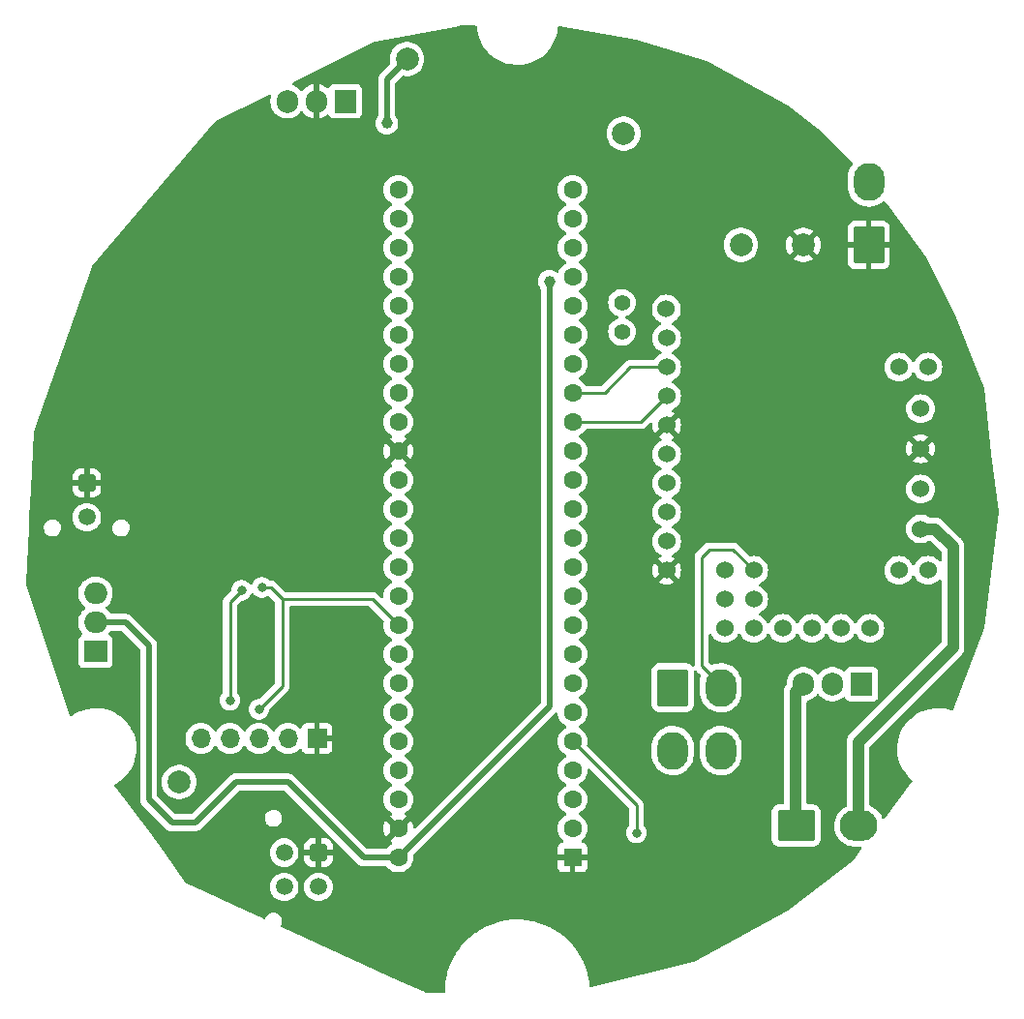
<source format=gbr>
%TF.GenerationSoftware,KiCad,Pcbnew,7.0.6*%
%TF.CreationDate,2024-03-14T18:06:26+11:00*%
%TF.ProjectId,Rocketry_Payload_Main_DDR_Spec_V2,526f636b-6574-4727-995f-5061796c6f61,rev?*%
%TF.SameCoordinates,Original*%
%TF.FileFunction,Copper,L2,Bot*%
%TF.FilePolarity,Positive*%
%FSLAX46Y46*%
G04 Gerber Fmt 4.6, Leading zero omitted, Abs format (unit mm)*
G04 Created by KiCad (PCBNEW 7.0.6) date 2024-03-14 18:06:26*
%MOMM*%
%LPD*%
G01*
G04 APERTURE LIST*
G04 Aperture macros list*
%AMRoundRect*
0 Rectangle with rounded corners*
0 $1 Rounding radius*
0 $2 $3 $4 $5 $6 $7 $8 $9 X,Y pos of 4 corners*
0 Add a 4 corners polygon primitive as box body*
4,1,4,$2,$3,$4,$5,$6,$7,$8,$9,$2,$3,0*
0 Add four circle primitives for the rounded corners*
1,1,$1+$1,$2,$3*
1,1,$1+$1,$4,$5*
1,1,$1+$1,$6,$7*
1,1,$1+$1,$8,$9*
0 Add four rect primitives between the rounded corners*
20,1,$1+$1,$2,$3,$4,$5,0*
20,1,$1+$1,$4,$5,$6,$7,0*
20,1,$1+$1,$6,$7,$8,$9,0*
20,1,$1+$1,$8,$9,$2,$3,0*%
G04 Aperture macros list end*
%TA.AperFunction,ComponentPad*%
%ADD10R,1.600000X1.600000*%
%TD*%
%TA.AperFunction,ComponentPad*%
%ADD11C,1.600000*%
%TD*%
%TA.AperFunction,ComponentPad*%
%ADD12C,2.000000*%
%TD*%
%TA.AperFunction,ComponentPad*%
%ADD13RoundRect,0.250001X-0.499999X-0.499999X0.499999X-0.499999X0.499999X0.499999X-0.499999X0.499999X0*%
%TD*%
%TA.AperFunction,ComponentPad*%
%ADD14C,1.500000*%
%TD*%
%TA.AperFunction,ComponentPad*%
%ADD15C,1.400000*%
%TD*%
%TA.AperFunction,ComponentPad*%
%ADD16RoundRect,0.250001X-1.099999X-1.399999X1.099999X-1.399999X1.099999X1.399999X-1.099999X1.399999X0*%
%TD*%
%TA.AperFunction,ComponentPad*%
%ADD17O,2.700000X3.300000*%
%TD*%
%TA.AperFunction,ComponentPad*%
%ADD18R,1.905000X2.000000*%
%TD*%
%TA.AperFunction,ComponentPad*%
%ADD19O,1.905000X2.000000*%
%TD*%
%TA.AperFunction,ComponentPad*%
%ADD20RoundRect,0.250001X-0.499999X0.499999X-0.499999X-0.499999X0.499999X-0.499999X0.499999X0.499999X0*%
%TD*%
%TA.AperFunction,ComponentPad*%
%ADD21RoundRect,0.250001X1.099999X1.399999X-1.099999X1.399999X-1.099999X-1.399999X1.099999X-1.399999X0*%
%TD*%
%TA.AperFunction,ComponentPad*%
%ADD22RoundRect,0.250001X1.399999X-1.099999X1.399999X1.099999X-1.399999X1.099999X-1.399999X-1.099999X0*%
%TD*%
%TA.AperFunction,ComponentPad*%
%ADD23O,3.300000X2.700000*%
%TD*%
%TA.AperFunction,ComponentPad*%
%ADD24R,1.700000X1.700000*%
%TD*%
%TA.AperFunction,ComponentPad*%
%ADD25O,1.700000X1.700000*%
%TD*%
%TA.AperFunction,ComponentPad*%
%ADD26C,1.524000*%
%TD*%
%TA.AperFunction,ComponentPad*%
%ADD27R,2.000000X1.905000*%
%TD*%
%TA.AperFunction,ComponentPad*%
%ADD28O,2.000000X1.905000*%
%TD*%
%TA.AperFunction,ViaPad*%
%ADD29C,1.000000*%
%TD*%
%TA.AperFunction,ViaPad*%
%ADD30C,0.500000*%
%TD*%
%TA.AperFunction,ViaPad*%
%ADD31C,0.800000*%
%TD*%
%TA.AperFunction,ViaPad*%
%ADD32C,1.500000*%
%TD*%
%TA.AperFunction,Conductor*%
%ADD33C,0.250000*%
%TD*%
%TA.AperFunction,Conductor*%
%ADD34C,1.000000*%
%TD*%
%TA.AperFunction,Conductor*%
%ADD35C,0.500000*%
%TD*%
G04 APERTURE END LIST*
D10*
%TO.P,U2,1,GND*%
%TO.N,GND*%
X153162000Y-123444000D03*
D11*
%TO.P,U2,2,0_RX1_CRX2_CS1*%
%TO.N,/0*%
X153162000Y-120904000D03*
%TO.P,U2,3,1_TX1_CTX2_MISO1*%
%TO.N,/1*%
X153162000Y-118364000D03*
%TO.P,U2,4,2_OUT2*%
%TO.N,/2*%
X153162000Y-115824000D03*
%TO.P,U2,5,3_LRCLK2*%
%TO.N,/3*%
X153162000Y-113284000D03*
%TO.P,U2,6,4_BCLK2*%
%TO.N,unconnected-(U2-4_BCLK2-Pad6)*%
X153162000Y-110744000D03*
%TO.P,U2,7,5_IN2*%
%TO.N,unconnected-(U2-5_IN2-Pad7)*%
X153162000Y-108204000D03*
%TO.P,U2,8,6_OUT1D*%
%TO.N,unconnected-(U2-6_OUT1D-Pad8)*%
X153162000Y-105664000D03*
%TO.P,U2,9,7_RX2_OUT1A*%
%TO.N,unconnected-(U2-7_RX2_OUT1A-Pad9)*%
X153162000Y-103124000D03*
%TO.P,U2,10,8_TX2_IN1*%
%TO.N,unconnected-(U2-8_TX2_IN1-Pad10)*%
X153162000Y-100584000D03*
%TO.P,U2,11,9_OUT1C*%
%TO.N,unconnected-(U2-9_OUT1C-Pad11)*%
X153162000Y-98044000D03*
%TO.P,U2,12,10_CS_MQSR*%
%TO.N,unconnected-(U2-10_CS_MQSR-Pad12)*%
X153162000Y-95504000D03*
%TO.P,U2,13,11_MOSI_CTX1*%
%TO.N,unconnected-(U2-11_MOSI_CTX1-Pad13)*%
X153162000Y-92964000D03*
%TO.P,U2,14,12_MISO_MQSL*%
%TO.N,unconnected-(U2-12_MISO_MQSL-Pad14)*%
X153162000Y-90424000D03*
%TO.P,U2,15,3V3*%
%TO.N,unconnected-(U2-3V3-Pad15)*%
X153162000Y-87884000D03*
%TO.P,U2,16,24_A10_TX6_SCL2*%
%TO.N,/SCL2*%
X153162000Y-85344000D03*
%TO.P,U2,17,25_A11_RX6_SDA2*%
%TO.N,/SDA2*%
X153162000Y-82804000D03*
%TO.P,U2,18,26_A12_MOSI1*%
%TO.N,unconnected-(U2-26_A12_MOSI1-Pad18)*%
X153162000Y-80264000D03*
%TO.P,U2,19,27_A13_SCK1*%
%TO.N,/Test_Pin*%
X153162000Y-77724000D03*
%TO.P,U2,20,28_RX7*%
%TO.N,unconnected-(U2-28_RX7-Pad20)*%
X153162000Y-75184000D03*
%TO.P,U2,21,29_TX7*%
%TO.N,unconnected-(U2-29_TX7-Pad21)*%
X153162000Y-72644000D03*
%TO.P,U2,22,30_CRX3*%
%TO.N,unconnected-(U2-30_CRX3-Pad22)*%
X153162000Y-70104000D03*
%TO.P,U2,23,31_CTX3*%
%TO.N,unconnected-(U2-31_CTX3-Pad23)*%
X153162000Y-67564000D03*
%TO.P,U2,24,32_OUT1B*%
%TO.N,unconnected-(U2-32_OUT1B-Pad24)*%
X153162000Y-65024000D03*
%TO.P,U2,25,33_MCLK2*%
%TO.N,unconnected-(U2-33_MCLK2-Pad25)*%
X137922000Y-65024000D03*
%TO.P,U2,26,34_RX8*%
%TO.N,unconnected-(U2-34_RX8-Pad26)*%
X137922000Y-67564000D03*
%TO.P,U2,27,35_TX8*%
%TO.N,unconnected-(U2-35_TX8-Pad27)*%
X137922000Y-70104000D03*
%TO.P,U2,28,36_CS*%
%TO.N,unconnected-(U2-36_CS-Pad28)*%
X137922000Y-72644000D03*
%TO.P,U2,29,37_CS*%
%TO.N,unconnected-(U2-37_CS-Pad29)*%
X137922000Y-75184000D03*
%TO.P,U2,30,38_CS1_IN1*%
%TO.N,unconnected-(U2-38_CS1_IN1-Pad30)*%
X137922000Y-77724000D03*
%TO.P,U2,31,39_MISO1_OUT1A*%
%TO.N,unconnected-(U2-39_MISO1_OUT1A-Pad31)*%
X137922000Y-80264000D03*
%TO.P,U2,32,40_A16*%
%TO.N,unconnected-(U2-40_A16-Pad32)*%
X137922000Y-82804000D03*
%TO.P,U2,33,41_A17*%
%TO.N,unconnected-(U2-41_A17-Pad33)*%
X137922000Y-85344000D03*
%TO.P,U2,34,GND*%
%TO.N,GND*%
X137922000Y-87884000D03*
%TO.P,U2,35,13_SCK_LED*%
%TO.N,unconnected-(U2-13_SCK_LED-Pad35)*%
X137922000Y-90424000D03*
%TO.P,U2,36,14_A0_TX3_SPDIF_OUT*%
%TO.N,unconnected-(U2-14_A0_TX3_SPDIF_OUT-Pad36)*%
X137922000Y-92964000D03*
%TO.P,U2,37,15_A1_RX3_SPDIF_IN*%
%TO.N,unconnected-(U2-15_A1_RX3_SPDIF_IN-Pad37)*%
X137922000Y-95504000D03*
%TO.P,U2,38,16_A2_RX4_SCL1*%
%TO.N,unconnected-(U2-16_A2_RX4_SCL1-Pad38)*%
X137922000Y-98044000D03*
%TO.P,U2,39,17_A3_TX4_SDA1*%
%TO.N,unconnected-(U2-17_A3_TX4_SDA1-Pad39)*%
X137922000Y-100584000D03*
%TO.P,U2,40,18_A4_SDA*%
%TO.N,/SDI{slash}SDA*%
X137922000Y-103124000D03*
%TO.P,U2,41,19_A5_SCL*%
%TO.N,/SCK{slash}SCL*%
X137922000Y-105664000D03*
%TO.P,U2,42,20_A6_TX5_LRCLK1*%
%TO.N,unconnected-(U2-20_A6_TX5_LRCLK1-Pad42)*%
X137922000Y-108204000D03*
%TO.P,U2,43,21_A7_RX5_BCLK1*%
%TO.N,unconnected-(U2-21_A7_RX5_BCLK1-Pad43)*%
X137922000Y-110744000D03*
%TO.P,U2,44,22_A8_CTX1*%
%TO.N,unconnected-(U2-22_A8_CTX1-Pad44)*%
X137922000Y-113284000D03*
%TO.P,U2,45,23_A9_CRX1_MCLK1*%
%TO.N,unconnected-(U2-23_A9_CRX1_MCLK1-Pad45)*%
X137922000Y-115824000D03*
%TO.P,U2,46,3V3*%
%TO.N,/3.3V*%
X137922000Y-118364000D03*
%TO.P,U2,47,GND*%
%TO.N,GND*%
X137922000Y-120904000D03*
%TO.P,U2,48,VIN*%
%TO.N,5V*%
X137922000Y-123444000D03*
%TD*%
D12*
%TO.P,TP4,1,1*%
%TO.N,12V_RAW*%
X167894000Y-69850000D03*
%TD*%
%TO.P,TP3,1,1*%
%TO.N,GND*%
X173355000Y-69850000D03*
%TD*%
%TO.P,TP6,1,1*%
%TO.N,5V*%
X138684000Y-53594000D03*
%TD*%
D13*
%TO.P,J1,1,Pin_1*%
%TO.N,GND*%
X110665000Y-90675000D03*
D14*
%TO.P,J1,2,Pin_2*%
%TO.N,Net-(D5-K)*%
X110665000Y-93675000D03*
%TD*%
D15*
%TO.P,SJ2,1,1*%
%TO.N,Net-(R4-Pad1)*%
X157480000Y-77450000D03*
%TO.P,SJ2,2,2*%
%TO.N,5V*%
X157480000Y-74910000D03*
%TD*%
D16*
%TO.P,J2,1,1*%
%TO.N,Net-(U5-POT)*%
X161925000Y-108585000D03*
D17*
%TO.P,J2,2,2*%
%TO.N,Net-(U5-FBA)*%
X166125000Y-108585000D03*
%TO.P,J2,3,3*%
%TO.N,Net-(U5-AUX)*%
X161925000Y-114085000D03*
%TO.P,J2,4,4*%
%TO.N,unconnected-(J2-Pad4)*%
X166125000Y-114085000D03*
%TD*%
D18*
%TO.P,U7,1,VI*%
%TO.N,12V_PROT*%
X133273800Y-57271800D03*
D19*
%TO.P,U7,2,GND*%
%TO.N,GND*%
X130733800Y-57271800D03*
%TO.P,U7,3,VO*%
%TO.N,5V*%
X128193800Y-57271800D03*
%TD*%
D20*
%TO.P,U4,1,GND*%
%TO.N,GND*%
X130940000Y-123015000D03*
D14*
%TO.P,U4,2,Vin_2-6V*%
%TO.N,/3.3V*%
X130940000Y-126015000D03*
%TO.P,U4,3,SCL*%
%TO.N,/SDI{slash}SDA*%
X127940000Y-123015000D03*
%TO.P,U4,4,SDA*%
%TO.N,/SCK{slash}SCL*%
X127940000Y-126015000D03*
%TD*%
D21*
%TO.P,COMMISIONING_PWR1,1,Pin_1*%
%TO.N,GND*%
X179070000Y-69850000D03*
D17*
%TO.P,COMMISIONING_PWR1,2,Pin_2*%
%TO.N,12V_RAW*%
X179070000Y-64350000D03*
%TD*%
D18*
%TO.P,U8,1,Gate*%
%TO.N,/2*%
X178435000Y-108275000D03*
D19*
%TO.P,U8,2,Source*%
%TO.N,Net-(U5-OUTA)*%
X175895000Y-108275000D03*
%TO.P,U8,3,Drain*%
%TO.N,Net-(J3-Pin_1)*%
X173355000Y-108275000D03*
%TD*%
D22*
%TO.P,J3,1,Pin_1*%
%TO.N,Net-(J3-Pin_1)*%
X172720000Y-120650000D03*
D23*
%TO.P,J3,2,Pin_2*%
%TO.N,Net-(J3-Pin_2)*%
X178220000Y-120650000D03*
%TD*%
D12*
%TO.P,TP5,1,1*%
%TO.N,12V_PROT*%
X157632400Y-60096400D03*
%TD*%
D24*
%TO.P,U6,1,GND*%
%TO.N,GND*%
X130810000Y-113030000D03*
D25*
%TO.P,U6,2,Cross*%
%TO.N,unconnected-(U6-Cross-Pad2)*%
X128270000Y-113030000D03*
%TO.P,U6,3,SCL*%
%TO.N,/SDI{slash}SDA*%
X125730000Y-113030000D03*
%TO.P,U6,4,SDA*%
%TO.N,/SCK{slash}SCL*%
X123190000Y-113030000D03*
%TO.P,U6,5,Vin_2-6V*%
%TO.N,/3.3V*%
X120650000Y-113030000D03*
%TD*%
D12*
%TO.P,TP2,1,1*%
%TO.N,/3.3V*%
X118745000Y-116840000D03*
%TD*%
D26*
%TO.P,U5,1,ERR*%
%TO.N,unconnected-(U5-ERR-Pad1)*%
X161370000Y-75465000D03*
%TO.P,U5,2,RST*%
%TO.N,unconnected-(U5-RST-Pad2)*%
X161390000Y-78005000D03*
%TO.P,U5,3,SCL*%
%TO.N,/SDA2*%
X161390000Y-80545000D03*
%TO.P,U5,4,SDA/AN*%
%TO.N,/SCL2*%
X161390000Y-83085000D03*
%TO.P,U5,5,GND*%
%TO.N,GND*%
X161390000Y-85625000D03*
%TO.P,U5,6,TX*%
%TO.N,unconnected-(U5-TX-Pad6)*%
X161390000Y-88165000D03*
%TO.P,U5,7,RX*%
%TO.N,unconnected-(U5-RX-Pad7)*%
X161390000Y-90705000D03*
%TO.P,U5,8,RC*%
%TO.N,unconnected-(U5-RC-Pad8)*%
X161390000Y-93245000D03*
%TO.P,U5,9,5V*%
%TO.N,unconnected-(U5-5V-Pad9)*%
X161390000Y-95785000D03*
%TO.P,U5,10,GND*%
%TO.N,GND*%
X161390000Y-98325000D03*
%TO.P,U5,11,GND*%
%TO.N,unconnected-(U5-GND-Pad11)*%
X166470000Y-103405000D03*
%TO.P,U5,12,POT*%
%TO.N,Net-(U5-POT)*%
X169010000Y-103405000D03*
%TO.P,U5,13,GND_DNU*%
%TO.N,unconnected-(U5-GND_DNU-Pad13)*%
X171550000Y-103405000D03*
%TO.P,U5,14,VM_DNU*%
%TO.N,unconnected-(U5-VM_DNU-Pad14)*%
X174090000Y-103405000D03*
%TO.P,U5,15,GND_DNU*%
%TO.N,unconnected-(U5-GND_DNU-Pad15)*%
X176630000Y-103405000D03*
%TO.P,U5,16*%
%TO.N,N/C*%
X179170000Y-103405000D03*
%TO.P,U5,17,5V*%
%TO.N,unconnected-(U5-5V-Pad17)*%
X166470000Y-100865000D03*
%TO.P,U5,18,AUX*%
%TO.N,Net-(U5-AUX)*%
X169010000Y-100865000D03*
%TO.P,U5,19,FBT*%
%TO.N,unconnected-(U5-FBT-Pad19)*%
X166470000Y-98325000D03*
%TO.P,U5,20,FBA*%
%TO.N,Net-(U5-FBA)*%
X169010000Y-98325000D03*
%TO.P,U5,21*%
%TO.N,N/C*%
X184250000Y-98325000D03*
%TO.P,U5,22*%
X181710000Y-98325000D03*
%TO.P,U5,23*%
X184250000Y-80545000D03*
%TO.P,U5,24*%
X181710000Y-80545000D03*
%TO.P,U5,25,VIN*%
%TO.N,12V_RAW*%
X183615000Y-84177200D03*
%TO.P,U5,26,GND*%
%TO.N,GND*%
X183615000Y-87682400D03*
%TO.P,U5,27,OUTA*%
%TO.N,Net-(U5-OUTA)*%
X183615000Y-91213000D03*
%TO.P,U5,28,OUTB*%
%TO.N,Net-(J3-Pin_2)*%
X183615000Y-94692800D03*
%TD*%
D27*
%TO.P,U1,1,Gate*%
%TO.N,/3*%
X111435000Y-105410000D03*
D28*
%TO.P,U1,2,Source*%
%TO.N,5V*%
X111435000Y-102870000D03*
%TO.P,U1,3,Drain*%
%TO.N,Net-(D5-K)*%
X111435000Y-100330000D03*
%TD*%
D29*
%TO.N,GND*%
X157480000Y-97155000D03*
D30*
X122072400Y-105359200D03*
X126517400Y-103682800D03*
D31*
X120218200Y-99796600D03*
D29*
X150368000Y-59944000D03*
X144272000Y-61976000D03*
X167894000Y-126746000D03*
D31*
X135305000Y-129617000D03*
X132842000Y-108712000D03*
D32*
X165542500Y-56707500D03*
X152882600Y-57327800D03*
D29*
%TO.N,5V*%
X136906000Y-59182000D03*
X151130000Y-73025000D03*
D31*
%TO.N,/3*%
X158750000Y-121285000D03*
%TO.N,/SCK{slash}SCL*%
X124206000Y-100076000D03*
X123190000Y-109677200D03*
%TO.N,/SDI{slash}SDA*%
X125730000Y-110490000D03*
X125984000Y-99822000D03*
%TD*%
D33*
%TO.N,/SCK{slash}SCL*%
X123190000Y-101092000D02*
X124206000Y-100076000D01*
X123190000Y-109677200D02*
X123190000Y-101092000D01*
D34*
%TO.N,Net-(J3-Pin_2)*%
X186436000Y-105029000D02*
X178145000Y-113320000D01*
X178145000Y-113320000D02*
X178145000Y-120575000D01*
X184862800Y-94692800D02*
X186436000Y-96266000D01*
X183615000Y-94692800D02*
X184862800Y-94692800D01*
X186436000Y-96266000D02*
X186436000Y-105029000D01*
D35*
%TO.N,5V*%
X136906000Y-55372000D02*
X138684000Y-53594000D01*
X120142000Y-120396000D02*
X118110000Y-120396000D01*
X116078000Y-118364000D02*
X116078000Y-104902000D01*
X136906000Y-59182000D02*
X136906000Y-55372000D01*
X151130000Y-73025000D02*
X151130000Y-110236000D01*
X137922000Y-123444000D02*
X134874000Y-123444000D01*
X118110000Y-120396000D02*
X116078000Y-118364000D01*
X116078000Y-104902000D02*
X114046000Y-102870000D01*
X128270000Y-116840000D02*
X123698000Y-116840000D01*
X123698000Y-116840000D02*
X120142000Y-120396000D01*
X114046000Y-102870000D02*
X111435000Y-102870000D01*
X134874000Y-123444000D02*
X128270000Y-116840000D01*
X137922000Y-123444000D02*
X151130000Y-110236000D01*
D33*
%TO.N,/3*%
X158750000Y-118872000D02*
X158750000Y-121285000D01*
X153162000Y-113284000D02*
X158750000Y-118872000D01*
%TO.N,/SDI{slash}SDA*%
X135636000Y-100838000D02*
X137922000Y-103124000D01*
X127762000Y-108458000D02*
X127762000Y-100838000D01*
X127762000Y-100838000D02*
X135636000Y-100838000D01*
X125730000Y-110490000D02*
X127762000Y-108458000D01*
X126746000Y-99822000D02*
X125984000Y-99822000D01*
X127762000Y-100838000D02*
X126746000Y-99822000D01*
%TO.N,Net-(U5-FBA)*%
X169010000Y-98325000D02*
X167205000Y-96520000D01*
X167205000Y-96520000D02*
X165100000Y-96520000D01*
X164465000Y-106680000D02*
X166125000Y-108340000D01*
X165100000Y-96520000D02*
X164465000Y-97155000D01*
X164465000Y-97155000D02*
X164465000Y-106680000D01*
D34*
%TO.N,Net-(J3-Pin_1)*%
X172645000Y-108985000D02*
X172645000Y-120575000D01*
X173355000Y-108275000D02*
X172645000Y-108985000D01*
D33*
%TO.N,/SCL2*%
X153162000Y-85344000D02*
X159131000Y-85344000D01*
X159131000Y-85344000D02*
X161390000Y-83085000D01*
%TO.N,/SDA2*%
X155956000Y-82804000D02*
X158215000Y-80545000D01*
X153162000Y-82804000D02*
X155956000Y-82804000D01*
X158215000Y-80545000D02*
X161390000Y-80545000D01*
%TD*%
%TA.AperFunction,Conductor*%
%TO.N,GND*%
G36*
X144735420Y-50664974D02*
G01*
X144781175Y-50717778D01*
X144791985Y-50759394D01*
X144811917Y-51008408D01*
X144811917Y-51008412D01*
X144811918Y-51008414D01*
X144882044Y-51380327D01*
X144991303Y-51742674D01*
X145138462Y-52091363D01*
X145272601Y-52333524D01*
X145321847Y-52422429D01*
X145366684Y-52486262D01*
X145539374Y-52732116D01*
X145539380Y-52732123D01*
X145539385Y-52732130D01*
X145788610Y-53016953D01*
X146011080Y-53222328D01*
X146066699Y-53273673D01*
X146370491Y-53499372D01*
X146370498Y-53499377D01*
X146696568Y-53691512D01*
X147041213Y-53847899D01*
X147400529Y-53966767D01*
X147770444Y-54046768D01*
X148146766Y-54086997D01*
X148146775Y-54086997D01*
X148430542Y-54086997D01*
X148430544Y-54086997D01*
X148514351Y-54082530D01*
X148713917Y-54071894D01*
X148713921Y-54071893D01*
X148713931Y-54071893D01*
X148713942Y-54071891D01*
X148713944Y-54071891D01*
X148775039Y-54062047D01*
X149087579Y-54011693D01*
X149452712Y-53912117D01*
X149805192Y-53774294D01*
X150141026Y-53599786D01*
X150456407Y-53390570D01*
X150747764Y-53149015D01*
X151011795Y-52877860D01*
X151245507Y-52580176D01*
X151446254Y-52259337D01*
X151611761Y-51918977D01*
X151740151Y-51562952D01*
X151829972Y-51195298D01*
X151880204Y-50820180D01*
X151880204Y-50820156D01*
X151880361Y-50818206D01*
X151880525Y-50817775D01*
X151880642Y-50816907D01*
X151880847Y-50816934D01*
X151905324Y-50752948D01*
X151961606Y-50711545D01*
X152026149Y-50706085D01*
X158673385Y-51914673D01*
X158680070Y-51916278D01*
X164873448Y-53774292D01*
X165014378Y-53816571D01*
X165038124Y-53826481D01*
X172002602Y-57625288D01*
X172019975Y-57636755D01*
X174622540Y-59688061D01*
X174627254Y-59692180D01*
X177089683Y-62073270D01*
X177093661Y-62077494D01*
X177638513Y-62713155D01*
X177667196Y-62776866D01*
X177656881Y-62845970D01*
X177636719Y-62876598D01*
X177601418Y-62915997D01*
X177451957Y-63141907D01*
X177336976Y-63387184D01*
X177336976Y-63387186D01*
X177258942Y-63646557D01*
X177258939Y-63646571D01*
X177245430Y-63738366D01*
X177219500Y-63914561D01*
X177219499Y-63914564D01*
X177219500Y-63914565D01*
X177219500Y-64717636D01*
X177234323Y-64920155D01*
X177234325Y-64920168D01*
X177293217Y-65184546D01*
X177293220Y-65184553D01*
X177389986Y-65437558D01*
X177522559Y-65673777D01*
X177668780Y-65863141D01*
X177688112Y-65888177D01*
X177883109Y-66076177D01*
X177883114Y-66076182D01*
X177883119Y-66076186D01*
X178103421Y-66233799D01*
X178136370Y-66250739D01*
X178344309Y-66357649D01*
X178344318Y-66357652D01*
X178344325Y-66357656D01*
X178504233Y-66412209D01*
X178600685Y-66445115D01*
X178600688Y-66445115D01*
X178600695Y-66445118D01*
X178867067Y-66494319D01*
X179083625Y-66502233D01*
X179137763Y-66504212D01*
X179137763Y-66504211D01*
X179137765Y-66504212D01*
X179407018Y-66474586D01*
X179669088Y-66406072D01*
X179918390Y-66300130D01*
X180149610Y-66159018D01*
X180313948Y-66022255D01*
X180378066Y-65994504D01*
X180447012Y-66005823D01*
X180487412Y-66036871D01*
X180899984Y-66518204D01*
X180903363Y-66522519D01*
X184071117Y-70957374D01*
X184081122Y-70973992D01*
X186615626Y-76043000D01*
X186617720Y-76047663D01*
X188565348Y-80916732D01*
X189150518Y-82379657D01*
X189158629Y-82412015D01*
X189791771Y-88110289D01*
X190424848Y-93174909D01*
X190424848Y-93205669D01*
X189158582Y-103335798D01*
X189151645Y-103363957D01*
X186475990Y-110499034D01*
X186434019Y-110554894D01*
X186368512Y-110579195D01*
X186320940Y-110573220D01*
X186056481Y-110485733D01*
X186056476Y-110485731D01*
X186056471Y-110485730D01*
X186047029Y-110483688D01*
X185686559Y-110405729D01*
X185686552Y-110405728D01*
X185546174Y-110390722D01*
X185310234Y-110365500D01*
X185026456Y-110365500D01*
X185005091Y-110366638D01*
X184743082Y-110380602D01*
X184743055Y-110380605D01*
X184369423Y-110440803D01*
X184369420Y-110440804D01*
X184004297Y-110540377D01*
X184004282Y-110540382D01*
X183788025Y-110624940D01*
X183651808Y-110678203D01*
X183651806Y-110678203D01*
X183651806Y-110678204D01*
X183315974Y-110852711D01*
X183000598Y-111061922D01*
X183000589Y-111061929D01*
X182709246Y-111303472D01*
X182709222Y-111303495D01*
X182445214Y-111574626D01*
X182445206Y-111574635D01*
X182211496Y-111872315D01*
X182211489Y-111872325D01*
X182010748Y-112193154D01*
X182010746Y-112193159D01*
X181845238Y-112533521D01*
X181716847Y-112889549D01*
X181627028Y-113257195D01*
X181627027Y-113257203D01*
X181576797Y-113632310D01*
X181576795Y-113632326D01*
X181568926Y-113927844D01*
X181566721Y-114010650D01*
X181575641Y-114122088D01*
X181596917Y-114387916D01*
X181667044Y-114759830D01*
X181776303Y-115122177D01*
X181923462Y-115470866D01*
X182020074Y-115645280D01*
X182106847Y-115801932D01*
X182122348Y-115824000D01*
X182324374Y-116111619D01*
X182324380Y-116111626D01*
X182324385Y-116111633D01*
X182463386Y-116270488D01*
X182531185Y-116347972D01*
X182573610Y-116396456D01*
X182850921Y-116652457D01*
X182886826Y-116712393D01*
X182884628Y-116782228D01*
X182866009Y-116817968D01*
X180464974Y-120019349D01*
X180409003Y-120061170D01*
X180339307Y-120066091D01*
X180278014Y-120032551D01*
X180251652Y-119993448D01*
X180170130Y-119801610D01*
X180029018Y-119570390D01*
X179967501Y-119496469D01*
X179855746Y-119362180D01*
X179855740Y-119362175D01*
X179654002Y-119181418D01*
X179428092Y-119031957D01*
X179428090Y-119031956D01*
X179216866Y-118932938D01*
X179164522Y-118886660D01*
X179145500Y-118820663D01*
X179145500Y-113785782D01*
X179165185Y-113718743D01*
X179181819Y-113698101D01*
X183151080Y-109728840D01*
X187134487Y-105745433D01*
X187199053Y-105684059D01*
X187234112Y-105633686D01*
X187236925Y-105629957D01*
X187275698Y-105582407D01*
X187291607Y-105551948D01*
X187295667Y-105545248D01*
X187315295Y-105517049D01*
X187339492Y-105460660D01*
X187341498Y-105456435D01*
X187369909Y-105402049D01*
X187379360Y-105369015D01*
X187381991Y-105361628D01*
X187395540Y-105330058D01*
X187407893Y-105269940D01*
X187409006Y-105265412D01*
X187425887Y-105206418D01*
X187428495Y-105172155D01*
X187429587Y-105164376D01*
X187432482Y-105150293D01*
X187436500Y-105130741D01*
X187436500Y-105069401D01*
X187436679Y-105064692D01*
X187441337Y-105003525D01*
X187436997Y-104969441D01*
X187436500Y-104961602D01*
X187436500Y-96278715D01*
X187438757Y-96189641D01*
X187438756Y-96189640D01*
X187438757Y-96189637D01*
X187427933Y-96129249D01*
X187427280Y-96124587D01*
X187421074Y-96063563D01*
X187420084Y-96060407D01*
X187410784Y-96030768D01*
X187408917Y-96023155D01*
X187408679Y-96021829D01*
X187402858Y-95989347D01*
X187380095Y-95932361D01*
X187378527Y-95927955D01*
X187368418Y-95895734D01*
X187360161Y-95869416D01*
X187360160Y-95869414D01*
X187343492Y-95839385D01*
X187340124Y-95832295D01*
X187327378Y-95800383D01*
X187293612Y-95749150D01*
X187291183Y-95745142D01*
X187261409Y-95691498D01*
X187239034Y-95665434D01*
X187234306Y-95659163D01*
X187215404Y-95630484D01*
X187215399Y-95630478D01*
X187193715Y-95608795D01*
X187172019Y-95587099D01*
X187168828Y-95583655D01*
X187128865Y-95537104D01*
X187101694Y-95516072D01*
X187095807Y-95510887D01*
X185579252Y-93994332D01*
X185517859Y-93929747D01*
X185482248Y-93904961D01*
X185467509Y-93894702D01*
X185463746Y-93891864D01*
X185416213Y-93853105D01*
X185416206Y-93853100D01*
X185385759Y-93837197D01*
X185379051Y-93833134D01*
X185350849Y-93813505D01*
X185350846Y-93813503D01*
X185350845Y-93813503D01*
X185350841Y-93813501D01*
X185294480Y-93789314D01*
X185290224Y-93787293D01*
X185235857Y-93758894D01*
X185235850Y-93758891D01*
X185235849Y-93758891D01*
X185229808Y-93757162D01*
X185202830Y-93749442D01*
X185195430Y-93746808D01*
X185163857Y-93733259D01*
X185163858Y-93733259D01*
X185103766Y-93720909D01*
X185099191Y-93719786D01*
X185040220Y-93702913D01*
X185040225Y-93702913D01*
X185005958Y-93700303D01*
X184998180Y-93699212D01*
X184964542Y-93692300D01*
X184964541Y-93692300D01*
X184903202Y-93692300D01*
X184898495Y-93692121D01*
X184892921Y-93691696D01*
X184837324Y-93687462D01*
X184817389Y-93690001D01*
X184803240Y-93691803D01*
X184795411Y-93692300D01*
X184426338Y-93692300D01*
X184359299Y-93672615D01*
X184355232Y-93669887D01*
X184248662Y-93595266D01*
X184048450Y-93501906D01*
X184048447Y-93501905D01*
X184048445Y-93501904D01*
X183835070Y-93444730D01*
X183835062Y-93444729D01*
X183615002Y-93425477D01*
X183614998Y-93425477D01*
X183394937Y-93444729D01*
X183394929Y-93444730D01*
X183181554Y-93501904D01*
X183181548Y-93501907D01*
X182981340Y-93595265D01*
X182981338Y-93595266D01*
X182800377Y-93721975D01*
X182644175Y-93878177D01*
X182517466Y-94059138D01*
X182517465Y-94059140D01*
X182424107Y-94259348D01*
X182424104Y-94259354D01*
X182366930Y-94472729D01*
X182366929Y-94472737D01*
X182347677Y-94692797D01*
X182347677Y-94692802D01*
X182366929Y-94912862D01*
X182366930Y-94912870D01*
X182424104Y-95126245D01*
X182424105Y-95126247D01*
X182424106Y-95126250D01*
X182494545Y-95277308D01*
X182517466Y-95326462D01*
X182517468Y-95326466D01*
X182644170Y-95507415D01*
X182644175Y-95507421D01*
X182800378Y-95663624D01*
X182800384Y-95663629D01*
X182981333Y-95790331D01*
X182981335Y-95790332D01*
X182981338Y-95790334D01*
X183181550Y-95883694D01*
X183394932Y-95940870D01*
X183552123Y-95954622D01*
X183614998Y-95960123D01*
X183615000Y-95960123D01*
X183615002Y-95960123D01*
X183670016Y-95955309D01*
X183835068Y-95940870D01*
X184048450Y-95883694D01*
X184248662Y-95790334D01*
X184337968Y-95727800D01*
X184404174Y-95705473D01*
X184471941Y-95722483D01*
X184496773Y-95741694D01*
X185399181Y-96644102D01*
X185432666Y-96705425D01*
X185435500Y-96731783D01*
X185435500Y-97425691D01*
X185415815Y-97492730D01*
X185363011Y-97538485D01*
X185293853Y-97548429D01*
X185230297Y-97519404D01*
X185223819Y-97513373D01*
X185175898Y-97465452D01*
X185064620Y-97354174D01*
X185064616Y-97354171D01*
X185064615Y-97354170D01*
X184883666Y-97227468D01*
X184883662Y-97227466D01*
X184835179Y-97204858D01*
X184683450Y-97134106D01*
X184683447Y-97134105D01*
X184683445Y-97134104D01*
X184470070Y-97076930D01*
X184470062Y-97076929D01*
X184250002Y-97057677D01*
X184249998Y-97057677D01*
X184029937Y-97076929D01*
X184029929Y-97076930D01*
X183816554Y-97134104D01*
X183816550Y-97134106D01*
X183794103Y-97144572D01*
X183616340Y-97227465D01*
X183616338Y-97227466D01*
X183435377Y-97354175D01*
X183279175Y-97510377D01*
X183152466Y-97691338D01*
X183152465Y-97691340D01*
X183092382Y-97820189D01*
X183046209Y-97872628D01*
X182979016Y-97891780D01*
X182912135Y-97871564D01*
X182867618Y-97820189D01*
X182807534Y-97691340D01*
X182807533Y-97691338D01*
X182680827Y-97510381D01*
X182635898Y-97465452D01*
X182524620Y-97354174D01*
X182524616Y-97354171D01*
X182524615Y-97354170D01*
X182343666Y-97227468D01*
X182343662Y-97227466D01*
X182295179Y-97204858D01*
X182143450Y-97134106D01*
X182143447Y-97134105D01*
X182143445Y-97134104D01*
X181930070Y-97076930D01*
X181930062Y-97076929D01*
X181710002Y-97057677D01*
X181709998Y-97057677D01*
X181489937Y-97076929D01*
X181489929Y-97076930D01*
X181276554Y-97134104D01*
X181276550Y-97134106D01*
X181254103Y-97144572D01*
X181076340Y-97227465D01*
X181076338Y-97227466D01*
X180895377Y-97354175D01*
X180739175Y-97510377D01*
X180612466Y-97691338D01*
X180612465Y-97691340D01*
X180519107Y-97891548D01*
X180519104Y-97891554D01*
X180461930Y-98104929D01*
X180461929Y-98104937D01*
X180442677Y-98324997D01*
X180442677Y-98325002D01*
X180461929Y-98545062D01*
X180461930Y-98545070D01*
X180519104Y-98758445D01*
X180519105Y-98758447D01*
X180519106Y-98758450D01*
X180581337Y-98891905D01*
X180612466Y-98958662D01*
X180612468Y-98958666D01*
X180739170Y-99139615D01*
X180739175Y-99139621D01*
X180895378Y-99295824D01*
X180895384Y-99295829D01*
X181076333Y-99422531D01*
X181076335Y-99422532D01*
X181076338Y-99422534D01*
X181276550Y-99515894D01*
X181489932Y-99573070D01*
X181647123Y-99586822D01*
X181709998Y-99592323D01*
X181710000Y-99592323D01*
X181710002Y-99592323D01*
X181765016Y-99587509D01*
X181930068Y-99573070D01*
X182143450Y-99515894D01*
X182343662Y-99422534D01*
X182524620Y-99295826D01*
X182680826Y-99139620D01*
X182807534Y-98958662D01*
X182867617Y-98829811D01*
X182913790Y-98777371D01*
X182980983Y-98758219D01*
X183047865Y-98778435D01*
X183092382Y-98829811D01*
X183152464Y-98958658D01*
X183152468Y-98958666D01*
X183279170Y-99139615D01*
X183279175Y-99139621D01*
X183435378Y-99295824D01*
X183435384Y-99295829D01*
X183616333Y-99422531D01*
X183616335Y-99422532D01*
X183616338Y-99422534D01*
X183816550Y-99515894D01*
X184029932Y-99573070D01*
X184187123Y-99586822D01*
X184249998Y-99592323D01*
X184250000Y-99592323D01*
X184250002Y-99592323D01*
X184305016Y-99587509D01*
X184470068Y-99573070D01*
X184683450Y-99515894D01*
X184883662Y-99422534D01*
X185064620Y-99295826D01*
X185220826Y-99139620D01*
X185220826Y-99139619D01*
X185223819Y-99136627D01*
X185285142Y-99103142D01*
X185354834Y-99108126D01*
X185410767Y-99149998D01*
X185435184Y-99215462D01*
X185435500Y-99224308D01*
X185435500Y-104563217D01*
X185415815Y-104630256D01*
X185399181Y-104650898D01*
X177446532Y-112603546D01*
X177381946Y-112664942D01*
X177346899Y-112715294D01*
X177344062Y-112719056D01*
X177305302Y-112766592D01*
X177305299Y-112766597D01*
X177289392Y-112797047D01*
X177285324Y-112803761D01*
X177265702Y-112831954D01*
X177241509Y-112888330D01*
X177239488Y-112892584D01*
X177211091Y-112946951D01*
X177211090Y-112946952D01*
X177201640Y-112979975D01*
X177199007Y-112987371D01*
X177185459Y-113018943D01*
X177173113Y-113079019D01*
X177171990Y-113083595D01*
X177155113Y-113142577D01*
X177155113Y-113142579D01*
X177152503Y-113176841D01*
X177151414Y-113184608D01*
X177145980Y-113211052D01*
X177144500Y-113218258D01*
X177144500Y-113279597D01*
X177144321Y-113284306D01*
X177139662Y-113345474D01*
X177141614Y-113360798D01*
X177144003Y-113379560D01*
X177144500Y-113387388D01*
X177144500Y-118890617D01*
X177124815Y-118957656D01*
X177081188Y-118998751D01*
X176896226Y-119102557D01*
X176681822Y-119268112D01*
X176493822Y-119463109D01*
X176493816Y-119463116D01*
X176336202Y-119683419D01*
X176336199Y-119683424D01*
X176212350Y-119924309D01*
X176212343Y-119924327D01*
X176124884Y-120180685D01*
X176124881Y-120180699D01*
X176075681Y-120447068D01*
X176075680Y-120447075D01*
X176065787Y-120717763D01*
X176095413Y-120987013D01*
X176095415Y-120987024D01*
X176163926Y-121249082D01*
X176163928Y-121249088D01*
X176269870Y-121498390D01*
X176364401Y-121653284D01*
X176410979Y-121729605D01*
X176410986Y-121729615D01*
X176584253Y-121937819D01*
X176584259Y-121937824D01*
X176713254Y-122053403D01*
X176785998Y-122118582D01*
X177011910Y-122268044D01*
X177257176Y-122383020D01*
X177257183Y-122383022D01*
X177257185Y-122383023D01*
X177516557Y-122461057D01*
X177516564Y-122461058D01*
X177516569Y-122461060D01*
X177784561Y-122500500D01*
X177784566Y-122500500D01*
X178356112Y-122500500D01*
X178423151Y-122520185D01*
X178468906Y-122572989D01*
X178478850Y-122642147D01*
X178455312Y-122698900D01*
X177736735Y-123657002D01*
X177713664Y-123680482D01*
X172019963Y-128108917D01*
X172002622Y-128120215D01*
X163770434Y-132552931D01*
X163741720Y-132564051D01*
X154815529Y-134795598D01*
X154745717Y-134792760D01*
X154688522Y-134752630D01*
X154662102Y-134687948D01*
X154661834Y-134684983D01*
X154646797Y-134491479D01*
X154646797Y-134491476D01*
X154646796Y-134491475D01*
X154609444Y-134251133D01*
X154603298Y-134211589D01*
X154594132Y-134134752D01*
X154589493Y-134122757D01*
X154572044Y-134010480D01*
X154572044Y-134010479D01*
X154503874Y-133720386D01*
X154490054Y-133651252D01*
X154485284Y-133641280D01*
X154460689Y-133536615D01*
X154365726Y-133237513D01*
X154348694Y-133177337D01*
X154344081Y-133169338D01*
X154313387Y-133072663D01*
X154189392Y-132765836D01*
X154170887Y-132715822D01*
X154166719Y-132709732D01*
X154131004Y-132621355D01*
X154131004Y-132621354D01*
X154028284Y-132414379D01*
X153975599Y-132308221D01*
X153957726Y-132269547D01*
X153954274Y-132265254D01*
X153914606Y-132185324D01*
X153914602Y-132185317D01*
X153725213Y-131867425D01*
X153710504Y-131841218D01*
X153708031Y-131838586D01*
X153665470Y-131767145D01*
X153665469Y-131767145D01*
X153665467Y-131767141D01*
X153439170Y-131446052D01*
X153430708Y-131433412D01*
X153429456Y-131432269D01*
X153385046Y-131369256D01*
X153074991Y-130994005D01*
X153074984Y-130993996D01*
X153074983Y-130993996D01*
X152737128Y-130643596D01*
X152737126Y-130643594D01*
X152737121Y-130643589D01*
X152373417Y-130320065D01*
X152373414Y-130320063D01*
X152373411Y-130320060D01*
X151986010Y-130025327D01*
X151986011Y-130025328D01*
X151577189Y-129761119D01*
X151149341Y-129528977D01*
X150911846Y-129422776D01*
X150704970Y-129330266D01*
X150246696Y-129166156D01*
X150246697Y-129166156D01*
X150246688Y-129166153D01*
X150001090Y-129098908D01*
X149777203Y-129037607D01*
X149777193Y-129037605D01*
X149777194Y-129037605D01*
X149543314Y-128992473D01*
X149299248Y-128945375D01*
X148945409Y-128904860D01*
X148815627Y-128890000D01*
X148815626Y-128890000D01*
X148452142Y-128876406D01*
X148329203Y-128871809D01*
X148329200Y-128871809D01*
X148329197Y-128871809D01*
X147842803Y-128890906D01*
X147359300Y-128947180D01*
X147236755Y-128971065D01*
X146881513Y-129040304D01*
X146412261Y-129169726D01*
X145954293Y-129334690D01*
X145954289Y-129334691D01*
X145954291Y-129334691D01*
X145510294Y-129534228D01*
X145082869Y-129767171D01*
X144698875Y-130016352D01*
X144674544Y-130032141D01*
X144287692Y-130327595D01*
X144287687Y-130327599D01*
X144114118Y-130482574D01*
X143924592Y-130651796D01*
X143924588Y-130651800D01*
X143924588Y-130651799D01*
X143595871Y-130993996D01*
X143587375Y-131002840D01*
X143417493Y-131209224D01*
X143278016Y-131378671D01*
X143278016Y-131378672D01*
X143233695Y-131441806D01*
X143232653Y-131442636D01*
X143223937Y-131455707D01*
X142998341Y-131777071D01*
X142998341Y-131777072D01*
X142955883Y-131848639D01*
X142953805Y-131850573D01*
X142938697Y-131877609D01*
X142775896Y-132152035D01*
X142749980Y-132195721D01*
X142749979Y-132195723D01*
X142749978Y-132195723D01*
X142710432Y-132275781D01*
X142707497Y-132278966D01*
X142689137Y-132318889D01*
X142534398Y-132632146D01*
X142534398Y-132632147D01*
X142498817Y-132720664D01*
X142495221Y-132725222D01*
X142476194Y-132776947D01*
X142447882Y-132847383D01*
X142352852Y-133083803D01*
X142352851Y-133083805D01*
X142322324Y-133180581D01*
X142318279Y-133186605D01*
X142300781Y-133248871D01*
X142206418Y-133548016D01*
X142206415Y-133548027D01*
X142197123Y-133587902D01*
X142181998Y-133652804D01*
X142177722Y-133660366D01*
X142163536Y-133732031D01*
X142095943Y-134022095D01*
X142078692Y-134134469D01*
X142074408Y-134143616D01*
X142065039Y-134223413D01*
X142044375Y-134358030D01*
X142022085Y-134503235D01*
X142008077Y-134687948D01*
X141985275Y-134988607D01*
X141985473Y-135201935D01*
X141965851Y-135268993D01*
X141913089Y-135314797D01*
X141855962Y-135325927D01*
X140285822Y-135256070D01*
X140239872Y-135245011D01*
X138033740Y-134238707D01*
X127722925Y-129535537D01*
X127670102Y-129489807D01*
X127650387Y-129422776D01*
X127666999Y-129360722D01*
X127693812Y-129314281D01*
X127744130Y-129146210D01*
X127754331Y-128971065D01*
X127723865Y-128798289D01*
X127654377Y-128637196D01*
X127549610Y-128496470D01*
X127477747Y-128436170D01*
X127415214Y-128383698D01*
X127415212Y-128383697D01*
X127258437Y-128304961D01*
X127258433Y-128304960D01*
X127087721Y-128264500D01*
X126956291Y-128264500D01*
X126851854Y-128276707D01*
X126825743Y-128279759D01*
X126825740Y-128279760D01*
X126660884Y-128339762D01*
X126660880Y-128339764D01*
X126514306Y-128436167D01*
X126514305Y-128436168D01*
X126393910Y-128563778D01*
X126306188Y-128715718D01*
X126306186Y-128715723D01*
X126301266Y-128732156D01*
X126263179Y-128790732D01*
X126199469Y-128819417D01*
X126131016Y-128809405D01*
X125197731Y-128383697D01*
X124620097Y-128120215D01*
X120004814Y-126015002D01*
X126684723Y-126015002D01*
X126703793Y-126232975D01*
X126703793Y-126232979D01*
X126760422Y-126444322D01*
X126760424Y-126444326D01*
X126760425Y-126444330D01*
X126806661Y-126543484D01*
X126852897Y-126642638D01*
X126852898Y-126642639D01*
X126978402Y-126821877D01*
X127133123Y-126976598D01*
X127312361Y-127102102D01*
X127510670Y-127194575D01*
X127722023Y-127251207D01*
X127904926Y-127267208D01*
X127939998Y-127270277D01*
X127940000Y-127270277D01*
X127940002Y-127270277D01*
X127968254Y-127267805D01*
X128157977Y-127251207D01*
X128369330Y-127194575D01*
X128567639Y-127102102D01*
X128746877Y-126976598D01*
X128901598Y-126821877D01*
X129027102Y-126642639D01*
X129119575Y-126444330D01*
X129176207Y-126232977D01*
X129195277Y-126015002D01*
X129684723Y-126015002D01*
X129703793Y-126232975D01*
X129703793Y-126232979D01*
X129760422Y-126444322D01*
X129760424Y-126444326D01*
X129760425Y-126444330D01*
X129806661Y-126543484D01*
X129852897Y-126642638D01*
X129852898Y-126642639D01*
X129978402Y-126821877D01*
X130133123Y-126976598D01*
X130312361Y-127102102D01*
X130510670Y-127194575D01*
X130722023Y-127251207D01*
X130904926Y-127267208D01*
X130939998Y-127270277D01*
X130940000Y-127270277D01*
X130940002Y-127270277D01*
X130968254Y-127267805D01*
X131157977Y-127251207D01*
X131369330Y-127194575D01*
X131567639Y-127102102D01*
X131746877Y-126976598D01*
X131901598Y-126821877D01*
X132027102Y-126642639D01*
X132119575Y-126444330D01*
X132176207Y-126232977D01*
X132195277Y-126015000D01*
X132176207Y-125797023D01*
X132119575Y-125585670D01*
X132027102Y-125387362D01*
X132027100Y-125387359D01*
X132027099Y-125387357D01*
X131901599Y-125208124D01*
X131901596Y-125208121D01*
X131746877Y-125053402D01*
X131567639Y-124927898D01*
X131567640Y-124927898D01*
X131567638Y-124927897D01*
X131468484Y-124881661D01*
X131369330Y-124835425D01*
X131369326Y-124835424D01*
X131369322Y-124835422D01*
X131157977Y-124778793D01*
X130940002Y-124759723D01*
X130939998Y-124759723D01*
X130794682Y-124772436D01*
X130722023Y-124778793D01*
X130722020Y-124778793D01*
X130510677Y-124835422D01*
X130510668Y-124835426D01*
X130312361Y-124927898D01*
X130312357Y-124927900D01*
X130133121Y-125053402D01*
X129978402Y-125208121D01*
X129852900Y-125387357D01*
X129852898Y-125387361D01*
X129760426Y-125585668D01*
X129760422Y-125585677D01*
X129703793Y-125797020D01*
X129703793Y-125797024D01*
X129684723Y-126014997D01*
X129684723Y-126015002D01*
X129195277Y-126015002D01*
X129195277Y-126015000D01*
X129176207Y-125797023D01*
X129119575Y-125585670D01*
X129027102Y-125387362D01*
X129027100Y-125387359D01*
X129027099Y-125387357D01*
X128901599Y-125208124D01*
X128901596Y-125208121D01*
X128746877Y-125053402D01*
X128567639Y-124927898D01*
X128567640Y-124927898D01*
X128567638Y-124927897D01*
X128468484Y-124881661D01*
X128369330Y-124835425D01*
X128369326Y-124835424D01*
X128369322Y-124835422D01*
X128157977Y-124778793D01*
X127940002Y-124759723D01*
X127939998Y-124759723D01*
X127794682Y-124772436D01*
X127722023Y-124778793D01*
X127722020Y-124778793D01*
X127510677Y-124835422D01*
X127510668Y-124835426D01*
X127312361Y-124927898D01*
X127312357Y-124927900D01*
X127133121Y-125053402D01*
X126978402Y-125208121D01*
X126852900Y-125387357D01*
X126852898Y-125387361D01*
X126760426Y-125585668D01*
X126760422Y-125585677D01*
X126703793Y-125797020D01*
X126703793Y-125797024D01*
X126684723Y-126014997D01*
X126684723Y-126015002D01*
X120004814Y-126015002D01*
X119410494Y-125743909D01*
X119360665Y-125702620D01*
X117462718Y-123015000D01*
X126684723Y-123015000D01*
X126703081Y-123224844D01*
X126703793Y-123232975D01*
X126703793Y-123232979D01*
X126760422Y-123444322D01*
X126760424Y-123444326D01*
X126760425Y-123444330D01*
X126777938Y-123481886D01*
X126852897Y-123642638D01*
X126870438Y-123667689D01*
X126978402Y-123821877D01*
X127133123Y-123976598D01*
X127312361Y-124102102D01*
X127510670Y-124194575D01*
X127510676Y-124194576D01*
X127510677Y-124194577D01*
X127528513Y-124199356D01*
X127722023Y-124251207D01*
X127904926Y-124267208D01*
X127939998Y-124270277D01*
X127940000Y-124270277D01*
X127940002Y-124270277D01*
X127968254Y-124267805D01*
X128157977Y-124251207D01*
X128369330Y-124194575D01*
X128567639Y-124102102D01*
X128746877Y-123976598D01*
X128901598Y-123821877D01*
X129027102Y-123642639D01*
X129119575Y-123444330D01*
X129176207Y-123232977D01*
X129195277Y-123015000D01*
X129195132Y-123013348D01*
X129188260Y-122934791D01*
X129176207Y-122797023D01*
X129167626Y-122765000D01*
X129689999Y-122765000D01*
X130506314Y-122765000D01*
X130480507Y-122805156D01*
X130440000Y-122943111D01*
X130440000Y-123086889D01*
X130480507Y-123224844D01*
X130506314Y-123265000D01*
X129690000Y-123265000D01*
X129690000Y-123564985D01*
X129700493Y-123667689D01*
X129700494Y-123667696D01*
X129755641Y-123834118D01*
X129755643Y-123834123D01*
X129847684Y-123983344D01*
X129971655Y-124107315D01*
X130120876Y-124199356D01*
X130120881Y-124199358D01*
X130287303Y-124254505D01*
X130287310Y-124254506D01*
X130390014Y-124264999D01*
X130390027Y-124265000D01*
X130690000Y-124265000D01*
X130689999Y-123450501D01*
X130797685Y-123499680D01*
X130904237Y-123515000D01*
X130975763Y-123515000D01*
X131082315Y-123499680D01*
X131190000Y-123450501D01*
X131190000Y-124265000D01*
X131489973Y-124265000D01*
X131489985Y-124264999D01*
X131592689Y-124254506D01*
X131592696Y-124254505D01*
X131759118Y-124199358D01*
X131759123Y-124199356D01*
X131908344Y-124107315D01*
X132032315Y-123983344D01*
X132124356Y-123834123D01*
X132124358Y-123834118D01*
X132179505Y-123667696D01*
X132179506Y-123667689D01*
X132189999Y-123564985D01*
X132190000Y-123564972D01*
X132190000Y-123265000D01*
X131373686Y-123265000D01*
X131399493Y-123224844D01*
X131440000Y-123086889D01*
X131440000Y-122943111D01*
X131399493Y-122805156D01*
X131373686Y-122765000D01*
X132190000Y-122765000D01*
X132190000Y-122465027D01*
X132189999Y-122465014D01*
X132179506Y-122362310D01*
X132179505Y-122362303D01*
X132124358Y-122195881D01*
X132124356Y-122195876D01*
X132032315Y-122046655D01*
X131908344Y-121922684D01*
X131759123Y-121830643D01*
X131759118Y-121830641D01*
X131592696Y-121775494D01*
X131592689Y-121775493D01*
X131489985Y-121765000D01*
X131190000Y-121765000D01*
X131190000Y-122579498D01*
X131082315Y-122530320D01*
X130975763Y-122515000D01*
X130904237Y-122515000D01*
X130797685Y-122530320D01*
X130689999Y-122579498D01*
X130690000Y-121765000D01*
X130390014Y-121765000D01*
X130287310Y-121775493D01*
X130287303Y-121775494D01*
X130120881Y-121830641D01*
X130120876Y-121830643D01*
X129971655Y-121922684D01*
X129847684Y-122046655D01*
X129755643Y-122195876D01*
X129755641Y-122195881D01*
X129700494Y-122362303D01*
X129700493Y-122362310D01*
X129690000Y-122465014D01*
X129690000Y-122465027D01*
X129689999Y-122765000D01*
X129167626Y-122765000D01*
X129124717Y-122604861D01*
X129119577Y-122585677D01*
X129119576Y-122585676D01*
X129119575Y-122585670D01*
X129027102Y-122387362D01*
X129027100Y-122387359D01*
X129027099Y-122387357D01*
X128901599Y-122208124D01*
X128832007Y-122138532D01*
X128746877Y-122053402D01*
X128581808Y-121937819D01*
X128567638Y-121927897D01*
X128468484Y-121881661D01*
X128369330Y-121835425D01*
X128369326Y-121835424D01*
X128369322Y-121835422D01*
X128157977Y-121778793D01*
X127940002Y-121759723D01*
X127939998Y-121759723D01*
X127794682Y-121772436D01*
X127722023Y-121778793D01*
X127722020Y-121778793D01*
X127510677Y-121835422D01*
X127510668Y-121835426D01*
X127312361Y-121927898D01*
X127312357Y-121927900D01*
X127133121Y-122053402D01*
X126978402Y-122208121D01*
X126852900Y-122387357D01*
X126852898Y-122387361D01*
X126760426Y-122585668D01*
X126760422Y-122585677D01*
X126703793Y-122797020D01*
X126703793Y-122797023D01*
X126699025Y-122851517D01*
X126684868Y-123013348D01*
X126684723Y-123015000D01*
X117462718Y-123015000D01*
X116131771Y-121130289D01*
X113122448Y-117218169D01*
X113097175Y-117153030D01*
X113111132Y-117084569D01*
X113159886Y-117034520D01*
X113163510Y-117032558D01*
X113266026Y-116979289D01*
X113581407Y-116770073D01*
X113872764Y-116528518D01*
X114136795Y-116257363D01*
X114370507Y-115959679D01*
X114525855Y-115711398D01*
X114571251Y-115638845D01*
X114571251Y-115638844D01*
X114571254Y-115638840D01*
X114736761Y-115298480D01*
X114865151Y-114942455D01*
X114954972Y-114574801D01*
X115005204Y-114199683D01*
X115015279Y-113821350D01*
X114985083Y-113444089D01*
X114914957Y-113072176D01*
X114910472Y-113057302D01*
X114805696Y-112709822D01*
X114693872Y-112444858D01*
X114658539Y-112361137D01*
X114657253Y-112358816D01*
X114543485Y-112153429D01*
X114475153Y-112030068D01*
X114364352Y-111872325D01*
X114257625Y-111720380D01*
X114257620Y-111720374D01*
X114257615Y-111720367D01*
X114008390Y-111435544D01*
X113742946Y-111190497D01*
X113730300Y-111178823D01*
X113426508Y-110953124D01*
X113426505Y-110953122D01*
X113426502Y-110953120D01*
X113100432Y-110760985D01*
X112755787Y-110604598D01*
X112755783Y-110604596D01*
X112755777Y-110604594D01*
X112396475Y-110485731D01*
X112396462Y-110485728D01*
X112026559Y-110405729D01*
X112026552Y-110405728D01*
X111886174Y-110390722D01*
X111650234Y-110365500D01*
X111366456Y-110365500D01*
X111345091Y-110366638D01*
X111083082Y-110380602D01*
X111083055Y-110380605D01*
X110709423Y-110440803D01*
X110709420Y-110440804D01*
X110344297Y-110540377D01*
X110344282Y-110540382D01*
X110128025Y-110624940D01*
X109991808Y-110678203D01*
X109991806Y-110678203D01*
X109991806Y-110678204D01*
X109655974Y-110852711D01*
X109341849Y-111061092D01*
X109275102Y-111081748D01*
X109207784Y-111063039D01*
X109161267Y-111010904D01*
X109155668Y-110996982D01*
X107626798Y-106410370D01*
X109934500Y-106410370D01*
X109934501Y-106410376D01*
X109940908Y-106469983D01*
X109991202Y-106604828D01*
X109991206Y-106604835D01*
X110077452Y-106720044D01*
X110077455Y-106720047D01*
X110192664Y-106806293D01*
X110192671Y-106806297D01*
X110327517Y-106856591D01*
X110327516Y-106856591D01*
X110334444Y-106857335D01*
X110387127Y-106863000D01*
X112482872Y-106862999D01*
X112542483Y-106856591D01*
X112677331Y-106806296D01*
X112792546Y-106720046D01*
X112878796Y-106604831D01*
X112929091Y-106469983D01*
X112935500Y-106410373D01*
X112935499Y-104409628D01*
X112929091Y-104350017D01*
X112920801Y-104327791D01*
X112878797Y-104215171D01*
X112878793Y-104215164D01*
X112792547Y-104099955D01*
X112792544Y-104099952D01*
X112677335Y-104013706D01*
X112677328Y-104013702D01*
X112646687Y-104002274D01*
X112590753Y-103960403D01*
X112566336Y-103894938D01*
X112581188Y-103826665D01*
X112592161Y-103809937D01*
X112702373Y-103668336D01*
X112759083Y-103627524D01*
X112800226Y-103620500D01*
X113683770Y-103620500D01*
X113750809Y-103640185D01*
X113771451Y-103656819D01*
X115291181Y-105176549D01*
X115324666Y-105237872D01*
X115327500Y-105264230D01*
X115327500Y-118300294D01*
X115326191Y-118318263D01*
X115322710Y-118342025D01*
X115327264Y-118394064D01*
X115327500Y-118399470D01*
X115327500Y-118407709D01*
X115331306Y-118440274D01*
X115338000Y-118516791D01*
X115339461Y-118523867D01*
X115339403Y-118523878D01*
X115341034Y-118531237D01*
X115341092Y-118531224D01*
X115342757Y-118538250D01*
X115369025Y-118610424D01*
X115393185Y-118683331D01*
X115396236Y-118689874D01*
X115396182Y-118689898D01*
X115399470Y-118696688D01*
X115399521Y-118696663D01*
X115402761Y-118703113D01*
X115402762Y-118703114D01*
X115402763Y-118703117D01*
X115410716Y-118715209D01*
X115444965Y-118767283D01*
X115485287Y-118832655D01*
X115489766Y-118838319D01*
X115489719Y-118838356D01*
X115494482Y-118844202D01*
X115494528Y-118844164D01*
X115499173Y-118849700D01*
X115555017Y-118902385D01*
X117534270Y-120881638D01*
X117546051Y-120895270D01*
X117560388Y-120914528D01*
X117560389Y-120914529D01*
X117560390Y-120914530D01*
X117569472Y-120922150D01*
X117600409Y-120948111D01*
X117604397Y-120951766D01*
X117610216Y-120957585D01*
X117610220Y-120957588D01*
X117610223Y-120957591D01*
X117635959Y-120977940D01*
X117694786Y-121027302D01*
X117694787Y-121027302D01*
X117694789Y-121027304D01*
X117700818Y-121031270D01*
X117700785Y-121031319D01*
X117707147Y-121035372D01*
X117707179Y-121035321D01*
X117713319Y-121039108D01*
X117713323Y-121039111D01*
X117748132Y-121055342D01*
X117782941Y-121071575D01*
X117833049Y-121096740D01*
X117851567Y-121106040D01*
X117851569Y-121106040D01*
X117858357Y-121108511D01*
X117858336Y-121108567D01*
X117865457Y-121111043D01*
X117865476Y-121110986D01*
X117872322Y-121113254D01*
X117872327Y-121113257D01*
X117872332Y-121113258D01*
X117872335Y-121113259D01*
X117947564Y-121128792D01*
X117947565Y-121128792D01*
X118022279Y-121146500D01*
X118022282Y-121146500D01*
X118022286Y-121146501D01*
X118029453Y-121147339D01*
X118029446Y-121147398D01*
X118036944Y-121148164D01*
X118036950Y-121148105D01*
X118044139Y-121148734D01*
X118044143Y-121148733D01*
X118044144Y-121148734D01*
X118120917Y-121146500D01*
X120078295Y-121146500D01*
X120096265Y-121147809D01*
X120120023Y-121151289D01*
X120172068Y-121146735D01*
X120177470Y-121146500D01*
X120185704Y-121146500D01*
X120185709Y-121146500D01*
X120197327Y-121145141D01*
X120218276Y-121142693D01*
X120231028Y-121141577D01*
X120294797Y-121135999D01*
X120294805Y-121135996D01*
X120301866Y-121134539D01*
X120301878Y-121134598D01*
X120309243Y-121132965D01*
X120309229Y-121132906D01*
X120316246Y-121131241D01*
X120316255Y-121131241D01*
X120388423Y-121104974D01*
X120461334Y-121080814D01*
X120461343Y-121080807D01*
X120467882Y-121077760D01*
X120467908Y-121077816D01*
X120474690Y-121074532D01*
X120474663Y-121074478D01*
X120481106Y-121071240D01*
X120481117Y-121071237D01*
X120545283Y-121029034D01*
X120610656Y-120988712D01*
X120610662Y-120988705D01*
X120616325Y-120984229D01*
X120616362Y-120984277D01*
X120622204Y-120979518D01*
X120622164Y-120979471D01*
X120627691Y-120974832D01*
X120627696Y-120974830D01*
X120649456Y-120951766D01*
X120680386Y-120918981D01*
X121540434Y-120058933D01*
X126245668Y-120058933D01*
X126266757Y-120178527D01*
X126276135Y-120231711D01*
X126345623Y-120392804D01*
X126345624Y-120392806D01*
X126345626Y-120392809D01*
X126393916Y-120457673D01*
X126450390Y-120533530D01*
X126584786Y-120646302D01*
X126646534Y-120677313D01*
X126741562Y-120725038D01*
X126741563Y-120725038D01*
X126741567Y-120725040D01*
X126912279Y-120765500D01*
X126912282Y-120765500D01*
X127043701Y-120765500D01*
X127043709Y-120765500D01*
X127174255Y-120750241D01*
X127339117Y-120690237D01*
X127485696Y-120593830D01*
X127606092Y-120466218D01*
X127693812Y-120314281D01*
X127744130Y-120146210D01*
X127754331Y-119971065D01*
X127723865Y-119798289D01*
X127654377Y-119637196D01*
X127652934Y-119635258D01*
X127549609Y-119496469D01*
X127415214Y-119383698D01*
X127415212Y-119383697D01*
X127258437Y-119304961D01*
X127258433Y-119304960D01*
X127087721Y-119264500D01*
X126956291Y-119264500D01*
X126851854Y-119276707D01*
X126825743Y-119279759D01*
X126825740Y-119279760D01*
X126660884Y-119339762D01*
X126660880Y-119339764D01*
X126514306Y-119436167D01*
X126514305Y-119436168D01*
X126393910Y-119563778D01*
X126306188Y-119715718D01*
X126255870Y-119883789D01*
X126255869Y-119883794D01*
X126245668Y-120058933D01*
X121540434Y-120058933D01*
X123972548Y-117626819D01*
X124033871Y-117593334D01*
X124060229Y-117590500D01*
X127907770Y-117590500D01*
X127974809Y-117610185D01*
X127995451Y-117626819D01*
X134298267Y-123929634D01*
X134310048Y-123943266D01*
X134324390Y-123962530D01*
X134364420Y-123996119D01*
X134368392Y-123999759D01*
X134374223Y-124005590D01*
X134374222Y-124005590D01*
X134399944Y-124025926D01*
X134399944Y-124025927D01*
X134458786Y-124075302D01*
X134458794Y-124075306D01*
X134464824Y-124079273D01*
X134464790Y-124079323D01*
X134471137Y-124083366D01*
X134471169Y-124083316D01*
X134477318Y-124087108D01*
X134477320Y-124087109D01*
X134477323Y-124087111D01*
X134546930Y-124119569D01*
X134615567Y-124154040D01*
X134615576Y-124154042D01*
X134622355Y-124156510D01*
X134622334Y-124156567D01*
X134629451Y-124159040D01*
X134629470Y-124158984D01*
X134636330Y-124161257D01*
X134711531Y-124176784D01*
X134711532Y-124176784D01*
X134786279Y-124194500D01*
X134786288Y-124194500D01*
X134793452Y-124195338D01*
X134793445Y-124195397D01*
X134800946Y-124196163D01*
X134800952Y-124196104D01*
X134808140Y-124196733D01*
X134808143Y-124196732D01*
X134808144Y-124196733D01*
X134884898Y-124194500D01*
X136795337Y-124194500D01*
X136862376Y-124214185D01*
X136896912Y-124247377D01*
X136921954Y-124283141D01*
X137082858Y-124444045D01*
X137082861Y-124444047D01*
X137269266Y-124574568D01*
X137475504Y-124670739D01*
X137695308Y-124729635D01*
X137857230Y-124743801D01*
X137921998Y-124749468D01*
X137922000Y-124749468D01*
X137922002Y-124749468D01*
X137984511Y-124743999D01*
X138148692Y-124729635D01*
X138368496Y-124670739D01*
X138574734Y-124574568D01*
X138761139Y-124444047D01*
X138922047Y-124283139D01*
X139052568Y-124096734D01*
X139148739Y-123890496D01*
X139207635Y-123670692D01*
X139227468Y-123444000D01*
X139212869Y-123277137D01*
X139226635Y-123208639D01*
X139248713Y-123178653D01*
X151615642Y-110811724D01*
X151629271Y-110799947D01*
X151648530Y-110785610D01*
X151648534Y-110785604D01*
X151653788Y-110780650D01*
X151654871Y-110781798D01*
X151705919Y-110747827D01*
X151775780Y-110746710D01*
X151835155Y-110783539D01*
X151865192Y-110846623D01*
X151866280Y-110855422D01*
X151876364Y-110970687D01*
X151876366Y-110970697D01*
X151935258Y-111190488D01*
X151935261Y-111190497D01*
X152031431Y-111396732D01*
X152031432Y-111396734D01*
X152161954Y-111583141D01*
X152322858Y-111744045D01*
X152322861Y-111744047D01*
X152509266Y-111874568D01*
X152567275Y-111901618D01*
X152619714Y-111947791D01*
X152638866Y-112014984D01*
X152618650Y-112081865D01*
X152567275Y-112126382D01*
X152509267Y-112153431D01*
X152509265Y-112153432D01*
X152322858Y-112283954D01*
X152161954Y-112444858D01*
X152031432Y-112631265D01*
X152031431Y-112631267D01*
X151935261Y-112837502D01*
X151935258Y-112837511D01*
X151876366Y-113057302D01*
X151876364Y-113057313D01*
X151856532Y-113283998D01*
X151856532Y-113284001D01*
X151876364Y-113510686D01*
X151876366Y-113510697D01*
X151935258Y-113730488D01*
X151935261Y-113730497D01*
X152031431Y-113936732D01*
X152031432Y-113936734D01*
X152161954Y-114123141D01*
X152322858Y-114284045D01*
X152322861Y-114284047D01*
X152509266Y-114414568D01*
X152567275Y-114441618D01*
X152619714Y-114487791D01*
X152638866Y-114554984D01*
X152618650Y-114621865D01*
X152567275Y-114666382D01*
X152509267Y-114693431D01*
X152509265Y-114693432D01*
X152322858Y-114823954D01*
X152161954Y-114984858D01*
X152031432Y-115171265D01*
X152031431Y-115171267D01*
X151935261Y-115377502D01*
X151935258Y-115377511D01*
X151876366Y-115597302D01*
X151876364Y-115597313D01*
X151856532Y-115823998D01*
X151856532Y-115824001D01*
X151876364Y-116050686D01*
X151876366Y-116050697D01*
X151935258Y-116270488D01*
X151935261Y-116270497D01*
X152031431Y-116476732D01*
X152031432Y-116476734D01*
X152161954Y-116663141D01*
X152322858Y-116824045D01*
X152322861Y-116824047D01*
X152509266Y-116954568D01*
X152567275Y-116981618D01*
X152619714Y-117027791D01*
X152638866Y-117094984D01*
X152618650Y-117161865D01*
X152567275Y-117206382D01*
X152509267Y-117233431D01*
X152509265Y-117233432D01*
X152322858Y-117363954D01*
X152161954Y-117524858D01*
X152031432Y-117711265D01*
X152031431Y-117711267D01*
X151935261Y-117917502D01*
X151935258Y-117917511D01*
X151876366Y-118137302D01*
X151876364Y-118137313D01*
X151856532Y-118363998D01*
X151856532Y-118364001D01*
X151876364Y-118590686D01*
X151876366Y-118590697D01*
X151935258Y-118810488D01*
X151935261Y-118810497D01*
X152031431Y-119016732D01*
X152031432Y-119016734D01*
X152161954Y-119203141D01*
X152322858Y-119364045D01*
X152322861Y-119364047D01*
X152509266Y-119494568D01*
X152567275Y-119521618D01*
X152619714Y-119567791D01*
X152638866Y-119634984D01*
X152618650Y-119701865D01*
X152567275Y-119746382D01*
X152509267Y-119773431D01*
X152509265Y-119773432D01*
X152322858Y-119903954D01*
X152161954Y-120064858D01*
X152031432Y-120251265D01*
X152031431Y-120251267D01*
X151935261Y-120457502D01*
X151935258Y-120457511D01*
X151876366Y-120677302D01*
X151876364Y-120677313D01*
X151856532Y-120903998D01*
X151856532Y-120904001D01*
X151876364Y-121130686D01*
X151876366Y-121130697D01*
X151935258Y-121350488D01*
X151935261Y-121350497D01*
X152031431Y-121556732D01*
X152031432Y-121556734D01*
X152161954Y-121743141D01*
X152322858Y-121904045D01*
X152348086Y-121921710D01*
X152391711Y-121976287D01*
X152398905Y-122045785D01*
X152367382Y-122108140D01*
X152307153Y-122143554D01*
X152290221Y-122146574D01*
X152254626Y-122150401D01*
X152254620Y-122150403D01*
X152119913Y-122200645D01*
X152119906Y-122200649D01*
X152004812Y-122286809D01*
X152004809Y-122286812D01*
X151918649Y-122401906D01*
X151918645Y-122401913D01*
X151868403Y-122536620D01*
X151868401Y-122536627D01*
X151862000Y-122596155D01*
X151862000Y-123194000D01*
X152667148Y-123194000D01*
X152618441Y-123331047D01*
X152608123Y-123481886D01*
X152638884Y-123629915D01*
X152672090Y-123694000D01*
X151862000Y-123694000D01*
X151862000Y-124291844D01*
X151868401Y-124351372D01*
X151868403Y-124351379D01*
X151918645Y-124486086D01*
X151918649Y-124486093D01*
X152004809Y-124601187D01*
X152004812Y-124601190D01*
X152119906Y-124687350D01*
X152119913Y-124687354D01*
X152254620Y-124737596D01*
X152254627Y-124737598D01*
X152314155Y-124743999D01*
X152314172Y-124744000D01*
X152912000Y-124744000D01*
X152911999Y-123935683D01*
X152940819Y-123953209D01*
X153086404Y-123994000D01*
X153199622Y-123994000D01*
X153311783Y-123978584D01*
X153412000Y-123935053D01*
X153412000Y-124744000D01*
X154009828Y-124744000D01*
X154009844Y-124743999D01*
X154069372Y-124737598D01*
X154069379Y-124737596D01*
X154204086Y-124687354D01*
X154204093Y-124687350D01*
X154319187Y-124601190D01*
X154319190Y-124601187D01*
X154405350Y-124486093D01*
X154405354Y-124486086D01*
X154455596Y-124351379D01*
X154455598Y-124351372D01*
X154461999Y-124291844D01*
X154462000Y-124291827D01*
X154462000Y-123694000D01*
X153656852Y-123694000D01*
X153705559Y-123556953D01*
X153715877Y-123406114D01*
X153685116Y-123258085D01*
X153651910Y-123194000D01*
X154462000Y-123194000D01*
X154462000Y-122596172D01*
X154461999Y-122596155D01*
X154455598Y-122536627D01*
X154455596Y-122536620D01*
X154405354Y-122401913D01*
X154405350Y-122401906D01*
X154319190Y-122286812D01*
X154319187Y-122286809D01*
X154204093Y-122200649D01*
X154204086Y-122200645D01*
X154069379Y-122150403D01*
X154069373Y-122150401D01*
X154033778Y-122146574D01*
X153969228Y-122119835D01*
X153929381Y-122062441D01*
X153926888Y-121992616D01*
X153962542Y-121932528D01*
X153975913Y-121921710D01*
X154001139Y-121904047D01*
X154162047Y-121743139D01*
X154292568Y-121556734D01*
X154388739Y-121350496D01*
X154447635Y-121130692D01*
X154466355Y-120916722D01*
X154467468Y-120904001D01*
X154467468Y-120903998D01*
X154454016Y-120750241D01*
X154447635Y-120677308D01*
X154388739Y-120457504D01*
X154292568Y-120251266D01*
X154162047Y-120064861D01*
X154162045Y-120064858D01*
X154001141Y-119903954D01*
X153814734Y-119773432D01*
X153814728Y-119773429D01*
X153756725Y-119746382D01*
X153704285Y-119700210D01*
X153685133Y-119633017D01*
X153705348Y-119566135D01*
X153756725Y-119521618D01*
X153814734Y-119494568D01*
X154001139Y-119364047D01*
X154162047Y-119203139D01*
X154292568Y-119016734D01*
X154388739Y-118810496D01*
X154447635Y-118590692D01*
X154467468Y-118364000D01*
X154465545Y-118342025D01*
X154447635Y-118137313D01*
X154447635Y-118137308D01*
X154388739Y-117917504D01*
X154292568Y-117711266D01*
X154162047Y-117524861D01*
X154162045Y-117524858D01*
X154001141Y-117363954D01*
X153814734Y-117233432D01*
X153814728Y-117233429D01*
X153756725Y-117206382D01*
X153704285Y-117160210D01*
X153685133Y-117093017D01*
X153705348Y-117026135D01*
X153756725Y-116981618D01*
X153814734Y-116954568D01*
X154001139Y-116824047D01*
X154162047Y-116663139D01*
X154292568Y-116476734D01*
X154388739Y-116270496D01*
X154447635Y-116050692D01*
X154467468Y-115824000D01*
X154463609Y-115779896D01*
X154477375Y-115711398D01*
X154525990Y-115661214D01*
X154594018Y-115645280D01*
X154659862Y-115668655D01*
X154674818Y-115681408D01*
X158088181Y-119094771D01*
X158121666Y-119156094D01*
X158124500Y-119182452D01*
X158124500Y-120586312D01*
X158104815Y-120653351D01*
X158092650Y-120669284D01*
X158017466Y-120752784D01*
X157922821Y-120916715D01*
X157922818Y-120916722D01*
X157871543Y-121074532D01*
X157864326Y-121096744D01*
X157844540Y-121285000D01*
X157864326Y-121473256D01*
X157864327Y-121473259D01*
X157922818Y-121653277D01*
X157922821Y-121653284D01*
X158017467Y-121817216D01*
X158111553Y-121921709D01*
X158144129Y-121957888D01*
X158297265Y-122069148D01*
X158297270Y-122069151D01*
X158470192Y-122146142D01*
X158470197Y-122146144D01*
X158655354Y-122185500D01*
X158655355Y-122185500D01*
X158844644Y-122185500D01*
X158844646Y-122185500D01*
X159029803Y-122146144D01*
X159202730Y-122069151D01*
X159355871Y-121957888D01*
X159482533Y-121817216D01*
X159492464Y-121800015D01*
X170569500Y-121800015D01*
X170580000Y-121902795D01*
X170580001Y-121902797D01*
X170591608Y-121937824D01*
X170635186Y-122069335D01*
X170635187Y-122069337D01*
X170727286Y-122218651D01*
X170727289Y-122218655D01*
X170851344Y-122342710D01*
X170851348Y-122342713D01*
X171000662Y-122434812D01*
X171000664Y-122434813D01*
X171000666Y-122434814D01*
X171167203Y-122489999D01*
X171269992Y-122500500D01*
X171269997Y-122500500D01*
X174170003Y-122500500D01*
X174170008Y-122500500D01*
X174272797Y-122489999D01*
X174439334Y-122434814D01*
X174588655Y-122342711D01*
X174712711Y-122218655D01*
X174804814Y-122069334D01*
X174859999Y-121902797D01*
X174870500Y-121800008D01*
X174870500Y-119499992D01*
X174859999Y-119397203D01*
X174804814Y-119230666D01*
X174787836Y-119203141D01*
X174712713Y-119081348D01*
X174712710Y-119081344D01*
X174588655Y-118957289D01*
X174588651Y-118957286D01*
X174439337Y-118865187D01*
X174439335Y-118865186D01*
X174341147Y-118832650D01*
X174272797Y-118810001D01*
X174272795Y-118810000D01*
X174170015Y-118799500D01*
X174170008Y-118799500D01*
X173769500Y-118799500D01*
X173702461Y-118779815D01*
X173656706Y-118727011D01*
X173645500Y-118675500D01*
X173645500Y-109847543D01*
X173665185Y-109780504D01*
X173717989Y-109734749D01*
X173729237Y-109730262D01*
X173762645Y-109718793D01*
X173940664Y-109657679D01*
X174152439Y-109543072D01*
X174342463Y-109395171D01*
X174505551Y-109218010D01*
X174521190Y-109194071D01*
X174574336Y-109148714D01*
X174643567Y-109139290D01*
X174706904Y-109168791D01*
X174728808Y-109194070D01*
X174744449Y-109218010D01*
X174907537Y-109395171D01*
X175097561Y-109543072D01*
X175309336Y-109657679D01*
X175366196Y-109677199D01*
X175537083Y-109735865D01*
X175537085Y-109735865D01*
X175537087Y-109735866D01*
X175774601Y-109775500D01*
X175774602Y-109775500D01*
X176015398Y-109775500D01*
X176015399Y-109775500D01*
X176252913Y-109735866D01*
X176480664Y-109657679D01*
X176692439Y-109543072D01*
X176834931Y-109432165D01*
X176899923Y-109406524D01*
X176968463Y-109420090D01*
X177018788Y-109468558D01*
X177027274Y-109486687D01*
X177038702Y-109517328D01*
X177038706Y-109517335D01*
X177124952Y-109632544D01*
X177124955Y-109632547D01*
X177240164Y-109718793D01*
X177240171Y-109718797D01*
X177375017Y-109769091D01*
X177375016Y-109769091D01*
X177381944Y-109769835D01*
X177434627Y-109775500D01*
X179435372Y-109775499D01*
X179494983Y-109769091D01*
X179629831Y-109718796D01*
X179745046Y-109632546D01*
X179831296Y-109517331D01*
X179881591Y-109382483D01*
X179888000Y-109322873D01*
X179887999Y-107227128D01*
X179881591Y-107167517D01*
X179876858Y-107154828D01*
X179831297Y-107032671D01*
X179831293Y-107032664D01*
X179745047Y-106917455D01*
X179745044Y-106917452D01*
X179629835Y-106831206D01*
X179629828Y-106831202D01*
X179494982Y-106780908D01*
X179494983Y-106780908D01*
X179435383Y-106774501D01*
X179435381Y-106774500D01*
X179435373Y-106774500D01*
X179435364Y-106774500D01*
X177434629Y-106774500D01*
X177434623Y-106774501D01*
X177375016Y-106780908D01*
X177240171Y-106831202D01*
X177240164Y-106831206D01*
X177124955Y-106917452D01*
X177124952Y-106917455D01*
X177038706Y-107032664D01*
X177038700Y-107032675D01*
X177027273Y-107063313D01*
X176985402Y-107119247D01*
X176919937Y-107143663D01*
X176851664Y-107128811D01*
X176834930Y-107117832D01*
X176692447Y-107006933D01*
X176692441Y-107006929D01*
X176480665Y-106892321D01*
X176480656Y-106892318D01*
X176252916Y-106814134D01*
X176053800Y-106780908D01*
X176015399Y-106774500D01*
X175774601Y-106774500D01*
X175736200Y-106780908D01*
X175537083Y-106814134D01*
X175309343Y-106892318D01*
X175309334Y-106892321D01*
X175097558Y-107006929D01*
X174994062Y-107087484D01*
X174907537Y-107154829D01*
X174744449Y-107331990D01*
X174728808Y-107355931D01*
X174675661Y-107401287D01*
X174606430Y-107410710D01*
X174543094Y-107381207D01*
X174521192Y-107355931D01*
X174505551Y-107331990D01*
X174342463Y-107154829D01*
X174184914Y-107032204D01*
X174152441Y-107006929D01*
X173940665Y-106892321D01*
X173940656Y-106892318D01*
X173712916Y-106814134D01*
X173513800Y-106780908D01*
X173475399Y-106774500D01*
X173234601Y-106774500D01*
X173196200Y-106780908D01*
X172997083Y-106814134D01*
X172769343Y-106892318D01*
X172769334Y-106892321D01*
X172557558Y-107006929D01*
X172454062Y-107087484D01*
X172367537Y-107154829D01*
X172367534Y-107154831D01*
X172367534Y-107154832D01*
X172204449Y-107331990D01*
X172072743Y-107533581D01*
X171976017Y-107754094D01*
X171916904Y-107987527D01*
X171902000Y-108167402D01*
X171902000Y-108262224D01*
X171882315Y-108329263D01*
X171879774Y-108333062D01*
X171846899Y-108380294D01*
X171844062Y-108384056D01*
X171805302Y-108431592D01*
X171805299Y-108431597D01*
X171789392Y-108462047D01*
X171785324Y-108468761D01*
X171765702Y-108496954D01*
X171741509Y-108553330D01*
X171739488Y-108557584D01*
X171711091Y-108611951D01*
X171711090Y-108611952D01*
X171701640Y-108644975D01*
X171699007Y-108652371D01*
X171685459Y-108683943D01*
X171673113Y-108744019D01*
X171671990Y-108748595D01*
X171655113Y-108807577D01*
X171655113Y-108807579D01*
X171652503Y-108841841D01*
X171651414Y-108849608D01*
X171648756Y-108862548D01*
X171644500Y-108883258D01*
X171644500Y-108944597D01*
X171644321Y-108949306D01*
X171639662Y-109010474D01*
X171640931Y-109020433D01*
X171644003Y-109044560D01*
X171644500Y-109052388D01*
X171644500Y-118675500D01*
X171624815Y-118742539D01*
X171572011Y-118788294D01*
X171520500Y-118799500D01*
X171269984Y-118799500D01*
X171167204Y-118810000D01*
X171167203Y-118810001D01*
X171000664Y-118865186D01*
X171000662Y-118865187D01*
X170851348Y-118957286D01*
X170851344Y-118957289D01*
X170727289Y-119081344D01*
X170727286Y-119081348D01*
X170635187Y-119230662D01*
X170635186Y-119230664D01*
X170580001Y-119397203D01*
X170580000Y-119397204D01*
X170569500Y-119499984D01*
X170569500Y-121800015D01*
X159492464Y-121800015D01*
X159577179Y-121653284D01*
X159635674Y-121473256D01*
X159655460Y-121285000D01*
X159635674Y-121096744D01*
X159577179Y-120916716D01*
X159482533Y-120752784D01*
X159457552Y-120725040D01*
X159407350Y-120669284D01*
X159377120Y-120606292D01*
X159375500Y-120586312D01*
X159375500Y-118954737D01*
X159377224Y-118939123D01*
X159376938Y-118939096D01*
X159377672Y-118931333D01*
X159376762Y-118902385D01*
X159375500Y-118862202D01*
X159375500Y-118832650D01*
X159374629Y-118825759D01*
X159374172Y-118819945D01*
X159372709Y-118773374D01*
X159372709Y-118773372D01*
X159367120Y-118754137D01*
X159363174Y-118735084D01*
X159360664Y-118715208D01*
X159343501Y-118671859D01*
X159341614Y-118666346D01*
X159328617Y-118621610D01*
X159328616Y-118621608D01*
X159318421Y-118604369D01*
X159309860Y-118586893D01*
X159302486Y-118568269D01*
X159302486Y-118568267D01*
X159280680Y-118538255D01*
X159275083Y-118530550D01*
X159271900Y-118525705D01*
X159248170Y-118485579D01*
X159248165Y-118485573D01*
X159234005Y-118471413D01*
X159221370Y-118456620D01*
X159209593Y-118440412D01*
X159173693Y-118410713D01*
X159169381Y-118406790D01*
X155215227Y-114452636D01*
X160074500Y-114452636D01*
X160089323Y-114655155D01*
X160089325Y-114655168D01*
X160148217Y-114919546D01*
X160148220Y-114919553D01*
X160244986Y-115172558D01*
X160377559Y-115408777D01*
X160490624Y-115555202D01*
X160543112Y-115623177D01*
X160738109Y-115811177D01*
X160738114Y-115811182D01*
X160738119Y-115811186D01*
X160958421Y-115968799D01*
X161032301Y-116006783D01*
X161199309Y-116092649D01*
X161199318Y-116092652D01*
X161199325Y-116092656D01*
X161311796Y-116131026D01*
X161455685Y-116180115D01*
X161455688Y-116180115D01*
X161455695Y-116180118D01*
X161722067Y-116229319D01*
X161938625Y-116237233D01*
X161992763Y-116239212D01*
X161992763Y-116239211D01*
X161992765Y-116239212D01*
X162262018Y-116209586D01*
X162524088Y-116141072D01*
X162773390Y-116035130D01*
X163004610Y-115894018D01*
X163212820Y-115720745D01*
X163393582Y-115519002D01*
X163543044Y-115293090D01*
X163658020Y-115047824D01*
X163736060Y-114788431D01*
X163775500Y-114520439D01*
X163775500Y-114452636D01*
X164274500Y-114452636D01*
X164289323Y-114655155D01*
X164289325Y-114655168D01*
X164348217Y-114919546D01*
X164348220Y-114919553D01*
X164444986Y-115172558D01*
X164577559Y-115408777D01*
X164690624Y-115555202D01*
X164743112Y-115623177D01*
X164938109Y-115811177D01*
X164938114Y-115811182D01*
X164938119Y-115811186D01*
X165158421Y-115968799D01*
X165232301Y-116006783D01*
X165399309Y-116092649D01*
X165399318Y-116092652D01*
X165399325Y-116092656D01*
X165511796Y-116131026D01*
X165655685Y-116180115D01*
X165655688Y-116180115D01*
X165655695Y-116180118D01*
X165922067Y-116229319D01*
X166138625Y-116237233D01*
X166192763Y-116239212D01*
X166192763Y-116239211D01*
X166192765Y-116239212D01*
X166462018Y-116209586D01*
X166724088Y-116141072D01*
X166973390Y-116035130D01*
X167204610Y-115894018D01*
X167412820Y-115720745D01*
X167593582Y-115519002D01*
X167743044Y-115293090D01*
X167858020Y-115047824D01*
X167936060Y-114788431D01*
X167975500Y-114520439D01*
X167975500Y-113717369D01*
X167975388Y-113715842D01*
X167969654Y-113637499D01*
X167960677Y-113514844D01*
X167952685Y-113478966D01*
X167901782Y-113250453D01*
X167901780Y-113250449D01*
X167901780Y-113250447D01*
X167805014Y-112997442D01*
X167672441Y-112761223D01*
X167506888Y-112546823D01*
X167405693Y-112449259D01*
X167311890Y-112358822D01*
X167311883Y-112358816D01*
X167311881Y-112358814D01*
X167091579Y-112201201D01*
X167075937Y-112193159D01*
X166850690Y-112077350D01*
X166850672Y-112077343D01*
X166594314Y-111989884D01*
X166594300Y-111989881D01*
X166548621Y-111981443D01*
X166327933Y-111940681D01*
X166327930Y-111940680D01*
X166327924Y-111940680D01*
X166057236Y-111930787D01*
X165787986Y-111960413D01*
X165787975Y-111960415D01*
X165525917Y-112028926D01*
X165525912Y-112028927D01*
X165525912Y-112028928D01*
X165523227Y-112030069D01*
X165276610Y-112134870D01*
X165045394Y-112275979D01*
X165045384Y-112275986D01*
X164837180Y-112449253D01*
X164837175Y-112449259D01*
X164656418Y-112650997D01*
X164506957Y-112876907D01*
X164391976Y-113122184D01*
X164391976Y-113122186D01*
X164313942Y-113381557D01*
X164313939Y-113381571D01*
X164294936Y-113510697D01*
X164274500Y-113649561D01*
X164274500Y-113649565D01*
X164274500Y-114452636D01*
X163775500Y-114452636D01*
X163775500Y-113717369D01*
X163775388Y-113715842D01*
X163769654Y-113637499D01*
X163760677Y-113514844D01*
X163752685Y-113478966D01*
X163701782Y-113250453D01*
X163701780Y-113250449D01*
X163701780Y-113250447D01*
X163605014Y-112997442D01*
X163472441Y-112761223D01*
X163306888Y-112546823D01*
X163205693Y-112449259D01*
X163111890Y-112358822D01*
X163111883Y-112358816D01*
X163111881Y-112358814D01*
X162891579Y-112201201D01*
X162875937Y-112193159D01*
X162650690Y-112077350D01*
X162650672Y-112077343D01*
X162394314Y-111989884D01*
X162394300Y-111989881D01*
X162348621Y-111981443D01*
X162127933Y-111940681D01*
X162127930Y-111940680D01*
X162127924Y-111940680D01*
X161857236Y-111930787D01*
X161587986Y-111960413D01*
X161587975Y-111960415D01*
X161325917Y-112028926D01*
X161325912Y-112028927D01*
X161325912Y-112028928D01*
X161323227Y-112030069D01*
X161076610Y-112134870D01*
X160845394Y-112275979D01*
X160845384Y-112275986D01*
X160637180Y-112449253D01*
X160637175Y-112449259D01*
X160456418Y-112650997D01*
X160306957Y-112876907D01*
X160191976Y-113122184D01*
X160191976Y-113122186D01*
X160113942Y-113381557D01*
X160113939Y-113381571D01*
X160094936Y-113510697D01*
X160074500Y-113649561D01*
X160074500Y-113649565D01*
X160074500Y-114452636D01*
X155215227Y-114452636D01*
X154461413Y-113698822D01*
X154427928Y-113637499D01*
X154429319Y-113579048D01*
X154446522Y-113514844D01*
X154447635Y-113510692D01*
X154467468Y-113284000D01*
X154465841Y-113265408D01*
X154458093Y-113176841D01*
X154447635Y-113057308D01*
X154388739Y-112837504D01*
X154292568Y-112631266D01*
X154194839Y-112491693D01*
X154162045Y-112444858D01*
X154001141Y-112283954D01*
X153814734Y-112153432D01*
X153814728Y-112153429D01*
X153769142Y-112132172D01*
X153756724Y-112126381D01*
X153704285Y-112080210D01*
X153685133Y-112013017D01*
X153705348Y-111946135D01*
X153756725Y-111901618D01*
X153814734Y-111874568D01*
X154001139Y-111744047D01*
X154162047Y-111583139D01*
X154292568Y-111396734D01*
X154388739Y-111190496D01*
X154447635Y-110970692D01*
X154467468Y-110744000D01*
X154466183Y-110729318D01*
X154461712Y-110678204D01*
X154447635Y-110517308D01*
X154388739Y-110297504D01*
X154292568Y-110091266D01*
X154253181Y-110035015D01*
X160074500Y-110035015D01*
X160085000Y-110137795D01*
X160085001Y-110137796D01*
X160140186Y-110304335D01*
X160140187Y-110304337D01*
X160232286Y-110453651D01*
X160232289Y-110453655D01*
X160356344Y-110577710D01*
X160356348Y-110577713D01*
X160505662Y-110669812D01*
X160505664Y-110669813D01*
X160505666Y-110669814D01*
X160672203Y-110724999D01*
X160774992Y-110735500D01*
X160774997Y-110735500D01*
X163075003Y-110735500D01*
X163075008Y-110735500D01*
X163177797Y-110724999D01*
X163344334Y-110669814D01*
X163493655Y-110577711D01*
X163617711Y-110453655D01*
X163709814Y-110304334D01*
X163764999Y-110137797D01*
X163775500Y-110035008D01*
X163775500Y-107176780D01*
X163795185Y-107109742D01*
X163847989Y-107063987D01*
X163917147Y-107054043D01*
X163980703Y-107083068D01*
X163999817Y-107103895D01*
X164005402Y-107111583D01*
X164005406Y-107111587D01*
X164033688Y-107134984D01*
X164041309Y-107141288D01*
X164045620Y-107145210D01*
X164232398Y-107331988D01*
X164372136Y-107471726D01*
X164405621Y-107533049D01*
X164400637Y-107602741D01*
X164396735Y-107612030D01*
X164391981Y-107622172D01*
X164391976Y-107622186D01*
X164313942Y-107881557D01*
X164313939Y-107881571D01*
X164302121Y-107961875D01*
X164274500Y-108149561D01*
X164274500Y-108149564D01*
X164274500Y-108149565D01*
X164274500Y-108952636D01*
X164289323Y-109155155D01*
X164289325Y-109155168D01*
X164348217Y-109419546D01*
X164348220Y-109419553D01*
X164444986Y-109672558D01*
X164577559Y-109908777D01*
X164743112Y-110123176D01*
X164743112Y-110123177D01*
X164938109Y-110311177D01*
X164938114Y-110311182D01*
X164938119Y-110311186D01*
X165158421Y-110468799D01*
X165208280Y-110494433D01*
X165399309Y-110592649D01*
X165399318Y-110592652D01*
X165399325Y-110592656D01*
X165541243Y-110641072D01*
X165655685Y-110680115D01*
X165655688Y-110680115D01*
X165655695Y-110680118D01*
X165922067Y-110729319D01*
X166138625Y-110737233D01*
X166192763Y-110739212D01*
X166192763Y-110739211D01*
X166192765Y-110739212D01*
X166462018Y-110709586D01*
X166724088Y-110641072D01*
X166973390Y-110535130D01*
X167204610Y-110394018D01*
X167412820Y-110220745D01*
X167593582Y-110019002D01*
X167743044Y-109793090D01*
X167858020Y-109547824D01*
X167922179Y-109334570D01*
X167936057Y-109288442D01*
X167936057Y-109288438D01*
X167936060Y-109288431D01*
X167975500Y-109020439D01*
X167975500Y-108217369D01*
X167975296Y-108214586D01*
X167970390Y-108147547D01*
X167960677Y-108014844D01*
X167903354Y-107757511D01*
X167901782Y-107750453D01*
X167901780Y-107750449D01*
X167901780Y-107750447D01*
X167805014Y-107497442D01*
X167672441Y-107261223D01*
X167506888Y-107046823D01*
X167412718Y-106956032D01*
X167311890Y-106858822D01*
X167311883Y-106858816D01*
X167311881Y-106858814D01*
X167091579Y-106701201D01*
X167069431Y-106689814D01*
X166850690Y-106577350D01*
X166850672Y-106577343D01*
X166594314Y-106489884D01*
X166594300Y-106489881D01*
X166548621Y-106481443D01*
X166327933Y-106440681D01*
X166327930Y-106440680D01*
X166327924Y-106440680D01*
X166057236Y-106430787D01*
X165787986Y-106460413D01*
X165787975Y-106460415D01*
X165525915Y-106528926D01*
X165525913Y-106528927D01*
X165373164Y-106593838D01*
X165303766Y-106601941D01*
X165241004Y-106571237D01*
X165236987Y-106567396D01*
X165126819Y-106457228D01*
X165093334Y-106395905D01*
X165090500Y-106369547D01*
X165090500Y-103993310D01*
X165110185Y-103926271D01*
X165162989Y-103880516D01*
X165232147Y-103870572D01*
X165295703Y-103899597D01*
X165326882Y-103940906D01*
X165372464Y-104038658D01*
X165372468Y-104038666D01*
X165499170Y-104219615D01*
X165499175Y-104219621D01*
X165655378Y-104375824D01*
X165655384Y-104375829D01*
X165836333Y-104502531D01*
X165836335Y-104502532D01*
X165836338Y-104502534D01*
X166036550Y-104595894D01*
X166249932Y-104653070D01*
X166407123Y-104666822D01*
X166469998Y-104672323D01*
X166470000Y-104672323D01*
X166470002Y-104672323D01*
X166525017Y-104667509D01*
X166690068Y-104653070D01*
X166903450Y-104595894D01*
X167103662Y-104502534D01*
X167284620Y-104375826D01*
X167440826Y-104219620D01*
X167567534Y-104038662D01*
X167627617Y-103909811D01*
X167673790Y-103857371D01*
X167740983Y-103838219D01*
X167807865Y-103858435D01*
X167852382Y-103909811D01*
X167912464Y-104038658D01*
X167912468Y-104038666D01*
X168039170Y-104219615D01*
X168039175Y-104219621D01*
X168195378Y-104375824D01*
X168195384Y-104375829D01*
X168376333Y-104502531D01*
X168376335Y-104502532D01*
X168376338Y-104502534D01*
X168576550Y-104595894D01*
X168789932Y-104653070D01*
X168947123Y-104666822D01*
X169009998Y-104672323D01*
X169010000Y-104672323D01*
X169010002Y-104672323D01*
X169065016Y-104667509D01*
X169230068Y-104653070D01*
X169443450Y-104595894D01*
X169643662Y-104502534D01*
X169824620Y-104375826D01*
X169980826Y-104219620D01*
X170107534Y-104038662D01*
X170167617Y-103909811D01*
X170213790Y-103857371D01*
X170280983Y-103838219D01*
X170347865Y-103858435D01*
X170392382Y-103909811D01*
X170452464Y-104038658D01*
X170452468Y-104038666D01*
X170579170Y-104219615D01*
X170579175Y-104219621D01*
X170735378Y-104375824D01*
X170735384Y-104375829D01*
X170916333Y-104502531D01*
X170916335Y-104502532D01*
X170916338Y-104502534D01*
X171116550Y-104595894D01*
X171329932Y-104653070D01*
X171487123Y-104666822D01*
X171549998Y-104672323D01*
X171550000Y-104672323D01*
X171550002Y-104672323D01*
X171605016Y-104667509D01*
X171770068Y-104653070D01*
X171983450Y-104595894D01*
X172183662Y-104502534D01*
X172364620Y-104375826D01*
X172520826Y-104219620D01*
X172647534Y-104038662D01*
X172707617Y-103909811D01*
X172753790Y-103857371D01*
X172820983Y-103838219D01*
X172887865Y-103858435D01*
X172932382Y-103909811D01*
X172992464Y-104038658D01*
X172992468Y-104038666D01*
X173119170Y-104219615D01*
X173119175Y-104219621D01*
X173275378Y-104375824D01*
X173275384Y-104375829D01*
X173456333Y-104502531D01*
X173456335Y-104502532D01*
X173456338Y-104502534D01*
X173656550Y-104595894D01*
X173869932Y-104653070D01*
X174027123Y-104666822D01*
X174089998Y-104672323D01*
X174090000Y-104672323D01*
X174090002Y-104672323D01*
X174145016Y-104667509D01*
X174310068Y-104653070D01*
X174523450Y-104595894D01*
X174723662Y-104502534D01*
X174904620Y-104375826D01*
X175060826Y-104219620D01*
X175187534Y-104038662D01*
X175247617Y-103909811D01*
X175293790Y-103857371D01*
X175360983Y-103838219D01*
X175427865Y-103858435D01*
X175472382Y-103909811D01*
X175532464Y-104038658D01*
X175532468Y-104038666D01*
X175659170Y-104219615D01*
X175659175Y-104219621D01*
X175815378Y-104375824D01*
X175815384Y-104375829D01*
X175996333Y-104502531D01*
X175996335Y-104502532D01*
X175996338Y-104502534D01*
X176196550Y-104595894D01*
X176409932Y-104653070D01*
X176567123Y-104666822D01*
X176629998Y-104672323D01*
X176630000Y-104672323D01*
X176630002Y-104672323D01*
X176685017Y-104667509D01*
X176850068Y-104653070D01*
X177063450Y-104595894D01*
X177263662Y-104502534D01*
X177444620Y-104375826D01*
X177600826Y-104219620D01*
X177727534Y-104038662D01*
X177787617Y-103909811D01*
X177833790Y-103857371D01*
X177900983Y-103838219D01*
X177967865Y-103858435D01*
X178012382Y-103909811D01*
X178072464Y-104038658D01*
X178072468Y-104038666D01*
X178199170Y-104219615D01*
X178199175Y-104219621D01*
X178355378Y-104375824D01*
X178355384Y-104375829D01*
X178536333Y-104502531D01*
X178536335Y-104502532D01*
X178536338Y-104502534D01*
X178736550Y-104595894D01*
X178949932Y-104653070D01*
X179107123Y-104666822D01*
X179169998Y-104672323D01*
X179170000Y-104672323D01*
X179170002Y-104672323D01*
X179225017Y-104667509D01*
X179390068Y-104653070D01*
X179603450Y-104595894D01*
X179803662Y-104502534D01*
X179984620Y-104375826D01*
X180140826Y-104219620D01*
X180267534Y-104038662D01*
X180360894Y-103838450D01*
X180418070Y-103625068D01*
X180437323Y-103405000D01*
X180418070Y-103184932D01*
X180360894Y-102971550D01*
X180267534Y-102771339D01*
X180140826Y-102590380D01*
X179984620Y-102434174D01*
X179984616Y-102434171D01*
X179984615Y-102434170D01*
X179803666Y-102307468D01*
X179803662Y-102307466D01*
X179754055Y-102284334D01*
X179603450Y-102214106D01*
X179603447Y-102214105D01*
X179603445Y-102214104D01*
X179390070Y-102156930D01*
X179390062Y-102156929D01*
X179170002Y-102137677D01*
X179169998Y-102137677D01*
X178949937Y-102156929D01*
X178949929Y-102156930D01*
X178736554Y-102214104D01*
X178736548Y-102214107D01*
X178536340Y-102307465D01*
X178536338Y-102307466D01*
X178355377Y-102434175D01*
X178199175Y-102590377D01*
X178072466Y-102771338D01*
X178072465Y-102771340D01*
X178012382Y-102900189D01*
X177966209Y-102952628D01*
X177899016Y-102971780D01*
X177832135Y-102951564D01*
X177787618Y-102900189D01*
X177727534Y-102771340D01*
X177727533Y-102771338D01*
X177726946Y-102770500D01*
X177600826Y-102590380D01*
X177444620Y-102434174D01*
X177444616Y-102434171D01*
X177444615Y-102434170D01*
X177263666Y-102307468D01*
X177263662Y-102307466D01*
X177214055Y-102284334D01*
X177063450Y-102214106D01*
X177063447Y-102214105D01*
X177063445Y-102214104D01*
X176850070Y-102156930D01*
X176850062Y-102156929D01*
X176630002Y-102137677D01*
X176629998Y-102137677D01*
X176409937Y-102156929D01*
X176409929Y-102156930D01*
X176196554Y-102214104D01*
X176196548Y-102214107D01*
X175996340Y-102307465D01*
X175996338Y-102307466D01*
X175815377Y-102434175D01*
X175659175Y-102590377D01*
X175532466Y-102771338D01*
X175532465Y-102771340D01*
X175472382Y-102900189D01*
X175426209Y-102952628D01*
X175359016Y-102971780D01*
X175292135Y-102951564D01*
X175247618Y-102900189D01*
X175187534Y-102771340D01*
X175187533Y-102771338D01*
X175186946Y-102770500D01*
X175060826Y-102590380D01*
X174904620Y-102434174D01*
X174904616Y-102434171D01*
X174904615Y-102434170D01*
X174723666Y-102307468D01*
X174723662Y-102307466D01*
X174674055Y-102284334D01*
X174523450Y-102214106D01*
X174523447Y-102214105D01*
X174523445Y-102214104D01*
X174310070Y-102156930D01*
X174310062Y-102156929D01*
X174090002Y-102137677D01*
X174089998Y-102137677D01*
X173869937Y-102156929D01*
X173869929Y-102156930D01*
X173656554Y-102214104D01*
X173656548Y-102214107D01*
X173456340Y-102307465D01*
X173456338Y-102307466D01*
X173275377Y-102434175D01*
X173119175Y-102590377D01*
X172992466Y-102771338D01*
X172992465Y-102771340D01*
X172932382Y-102900189D01*
X172886209Y-102952628D01*
X172819016Y-102971780D01*
X172752135Y-102951564D01*
X172707618Y-102900189D01*
X172647534Y-102771340D01*
X172647533Y-102771338D01*
X172646946Y-102770500D01*
X172520826Y-102590380D01*
X172364620Y-102434174D01*
X172364616Y-102434171D01*
X172364615Y-102434170D01*
X172183666Y-102307468D01*
X172183662Y-102307466D01*
X172134055Y-102284334D01*
X171983450Y-102214106D01*
X171983447Y-102214105D01*
X171983445Y-102214104D01*
X171770070Y-102156930D01*
X171770062Y-102156929D01*
X171550002Y-102137677D01*
X171549998Y-102137677D01*
X171329937Y-102156929D01*
X171329929Y-102156930D01*
X171116554Y-102214104D01*
X171116548Y-102214107D01*
X170916340Y-102307465D01*
X170916338Y-102307466D01*
X170735377Y-102434175D01*
X170579175Y-102590377D01*
X170452466Y-102771338D01*
X170452465Y-102771340D01*
X170392382Y-102900189D01*
X170346209Y-102952628D01*
X170279016Y-102971780D01*
X170212135Y-102951564D01*
X170167618Y-102900189D01*
X170107534Y-102771340D01*
X170107533Y-102771338D01*
X170106946Y-102770500D01*
X169980826Y-102590380D01*
X169824620Y-102434174D01*
X169824616Y-102434171D01*
X169824615Y-102434170D01*
X169643666Y-102307468D01*
X169643658Y-102307464D01*
X169514811Y-102247382D01*
X169462371Y-102201210D01*
X169443219Y-102134017D01*
X169463435Y-102067135D01*
X169514811Y-102022618D01*
X169520802Y-102019824D01*
X169643662Y-101962534D01*
X169824620Y-101835826D01*
X169980826Y-101679620D01*
X170107534Y-101498662D01*
X170200894Y-101298450D01*
X170258070Y-101085068D01*
X170277323Y-100865000D01*
X170258070Y-100644932D01*
X170200894Y-100431550D01*
X170107534Y-100231339D01*
X169998765Y-100076000D01*
X169980827Y-100050381D01*
X169969016Y-100038570D01*
X169824620Y-99894174D01*
X169824616Y-99894171D01*
X169824615Y-99894170D01*
X169643666Y-99767468D01*
X169643658Y-99767464D01*
X169514811Y-99707382D01*
X169462371Y-99661210D01*
X169443219Y-99594017D01*
X169463435Y-99527135D01*
X169514811Y-99482618D01*
X169520802Y-99479824D01*
X169643662Y-99422534D01*
X169824620Y-99295826D01*
X169980826Y-99139620D01*
X170107534Y-98958662D01*
X170200894Y-98758450D01*
X170258070Y-98545068D01*
X170277323Y-98325000D01*
X170258070Y-98104932D01*
X170200894Y-97891550D01*
X170107534Y-97691339D01*
X169980826Y-97510380D01*
X169824620Y-97354174D01*
X169824616Y-97354171D01*
X169824615Y-97354170D01*
X169643666Y-97227468D01*
X169643662Y-97227466D01*
X169595179Y-97204858D01*
X169443450Y-97134106D01*
X169443447Y-97134105D01*
X169443445Y-97134104D01*
X169230070Y-97076930D01*
X169230062Y-97076929D01*
X169010002Y-97057677D01*
X169009998Y-97057677D01*
X168863287Y-97070512D01*
X168789932Y-97076930D01*
X168789930Y-97076930D01*
X168789926Y-97076931D01*
X168745977Y-97088707D01*
X168676127Y-97087044D01*
X168626204Y-97056613D01*
X167705803Y-96136212D01*
X167695980Y-96123950D01*
X167695759Y-96124134D01*
X167690786Y-96118123D01*
X167672159Y-96100631D01*
X167640364Y-96070773D01*
X167629919Y-96060328D01*
X167619475Y-96049883D01*
X167613986Y-96045625D01*
X167609561Y-96041847D01*
X167575582Y-96009938D01*
X167575580Y-96009936D01*
X167575577Y-96009935D01*
X167558029Y-96000288D01*
X167541763Y-95989604D01*
X167525933Y-95977325D01*
X167483168Y-95958818D01*
X167477922Y-95956248D01*
X167437093Y-95933803D01*
X167437092Y-95933802D01*
X167417693Y-95928822D01*
X167399281Y-95922518D01*
X167380898Y-95914562D01*
X167380892Y-95914560D01*
X167334874Y-95907272D01*
X167329152Y-95906087D01*
X167284021Y-95894500D01*
X167284019Y-95894500D01*
X167263984Y-95894500D01*
X167244586Y-95892973D01*
X167237162Y-95891797D01*
X167224805Y-95889840D01*
X167224804Y-95889840D01*
X167178416Y-95894225D01*
X167172578Y-95894500D01*
X165182743Y-95894500D01*
X165167122Y-95892775D01*
X165167095Y-95893061D01*
X165159333Y-95892326D01*
X165090172Y-95894500D01*
X165060649Y-95894500D01*
X165053778Y-95895367D01*
X165047959Y-95895825D01*
X165001374Y-95897289D01*
X165001368Y-95897290D01*
X164982126Y-95902880D01*
X164963087Y-95906823D01*
X164943217Y-95909334D01*
X164943203Y-95909337D01*
X164899883Y-95926488D01*
X164894358Y-95928380D01*
X164849613Y-95941380D01*
X164849610Y-95941381D01*
X164832366Y-95951579D01*
X164814905Y-95960133D01*
X164796274Y-95967510D01*
X164796262Y-95967517D01*
X164758570Y-95994902D01*
X164753687Y-95998109D01*
X164713580Y-96021829D01*
X164699414Y-96035995D01*
X164684624Y-96048627D01*
X164668414Y-96060404D01*
X164668411Y-96060407D01*
X164638710Y-96096309D01*
X164634777Y-96100631D01*
X164081208Y-96654199D01*
X164068951Y-96664020D01*
X164069134Y-96664241D01*
X164063123Y-96669213D01*
X164015772Y-96719636D01*
X163994889Y-96740519D01*
X163994877Y-96740532D01*
X163990621Y-96746017D01*
X163986837Y-96750447D01*
X163954937Y-96784418D01*
X163954936Y-96784420D01*
X163945284Y-96801976D01*
X163934610Y-96818226D01*
X163922329Y-96834061D01*
X163922324Y-96834068D01*
X163903815Y-96876838D01*
X163901245Y-96882084D01*
X163878803Y-96922906D01*
X163873822Y-96942307D01*
X163867521Y-96960710D01*
X163859562Y-96979102D01*
X163859561Y-96979105D01*
X163852271Y-97025127D01*
X163851087Y-97030846D01*
X163839501Y-97075972D01*
X163839500Y-97075982D01*
X163839500Y-97096016D01*
X163837973Y-97115415D01*
X163834840Y-97135194D01*
X163834840Y-97135195D01*
X163839225Y-97181583D01*
X163839500Y-97187421D01*
X163839500Y-106597255D01*
X163837775Y-106612872D01*
X163838061Y-106612899D01*
X163837326Y-106620665D01*
X163837748Y-106634062D01*
X163820179Y-106701687D01*
X163768838Y-106749078D01*
X163700026Y-106761189D01*
X163635590Y-106734174D01*
X163622929Y-106721340D01*
X163622818Y-106721452D01*
X163493655Y-106592289D01*
X163493651Y-106592286D01*
X163344337Y-106500187D01*
X163344335Y-106500186D01*
X163261065Y-106472593D01*
X163177797Y-106445001D01*
X163177795Y-106445000D01*
X163075015Y-106434500D01*
X163075008Y-106434500D01*
X160774992Y-106434500D01*
X160774984Y-106434500D01*
X160672204Y-106445000D01*
X160672203Y-106445001D01*
X160505664Y-106500186D01*
X160505662Y-106500187D01*
X160356348Y-106592286D01*
X160356344Y-106592289D01*
X160232289Y-106716344D01*
X160232286Y-106716348D01*
X160140187Y-106865662D01*
X160140186Y-106865664D01*
X160085001Y-107032203D01*
X160085000Y-107032204D01*
X160074500Y-107134984D01*
X160074500Y-110035015D01*
X154253181Y-110035015D01*
X154162047Y-109904861D01*
X154162045Y-109904858D01*
X154001141Y-109743954D01*
X153814734Y-109613432D01*
X153814728Y-109613429D01*
X153763412Y-109589500D01*
X153756724Y-109586381D01*
X153704285Y-109540210D01*
X153685133Y-109473017D01*
X153705348Y-109406135D01*
X153756725Y-109361618D01*
X153814734Y-109334568D01*
X154001139Y-109204047D01*
X154162047Y-109043139D01*
X154292568Y-108856734D01*
X154388739Y-108650496D01*
X154447635Y-108430692D01*
X154467468Y-108204000D01*
X154447635Y-107977308D01*
X154388739Y-107757504D01*
X154292568Y-107551266D01*
X154187553Y-107401287D01*
X154162045Y-107364858D01*
X154001141Y-107203954D01*
X153814734Y-107073432D01*
X153814728Y-107073429D01*
X153756725Y-107046382D01*
X153704285Y-107000210D01*
X153685133Y-106933017D01*
X153705348Y-106866135D01*
X153756725Y-106821618D01*
X153814734Y-106794568D01*
X154001139Y-106664047D01*
X154162047Y-106503139D01*
X154292568Y-106316734D01*
X154388739Y-106110496D01*
X154447635Y-105890692D01*
X154467468Y-105664000D01*
X154447635Y-105437308D01*
X154388739Y-105217504D01*
X154292568Y-105011266D01*
X154162047Y-104824861D01*
X154162045Y-104824858D01*
X154001141Y-104663954D01*
X153814734Y-104533432D01*
X153814728Y-104533429D01*
X153756725Y-104506382D01*
X153704285Y-104460210D01*
X153685133Y-104393017D01*
X153705348Y-104326135D01*
X153756725Y-104281618D01*
X153814734Y-104254568D01*
X154001139Y-104124047D01*
X154162047Y-103963139D01*
X154292568Y-103776734D01*
X154388739Y-103570496D01*
X154447635Y-103350692D01*
X154467468Y-103124000D01*
X154447635Y-102897308D01*
X154388739Y-102677504D01*
X154292568Y-102471266D01*
X154162047Y-102284861D01*
X154162045Y-102284858D01*
X154001141Y-102123954D01*
X153814734Y-101993432D01*
X153814728Y-101993429D01*
X153756725Y-101966382D01*
X153704285Y-101920210D01*
X153685133Y-101853017D01*
X153705348Y-101786135D01*
X153756725Y-101741618D01*
X153814734Y-101714568D01*
X154001139Y-101584047D01*
X154162047Y-101423139D01*
X154292568Y-101236734D01*
X154388739Y-101030496D01*
X154447635Y-100810692D01*
X154467468Y-100584000D01*
X154447635Y-100357308D01*
X154388739Y-100137504D01*
X154292568Y-99931266D01*
X154162047Y-99744861D01*
X154162045Y-99744858D01*
X154001141Y-99583954D01*
X153814734Y-99453432D01*
X153814728Y-99453429D01*
X153782095Y-99438212D01*
X153756724Y-99426381D01*
X153704285Y-99380210D01*
X153685133Y-99313017D01*
X153705348Y-99246135D01*
X153756725Y-99201618D01*
X153814734Y-99174568D01*
X154001139Y-99044047D01*
X154162047Y-98883139D01*
X154292568Y-98696734D01*
X154388739Y-98490496D01*
X154447635Y-98270692D01*
X154467468Y-98044000D01*
X154447635Y-97817308D01*
X154388739Y-97597504D01*
X154292568Y-97391266D01*
X154162047Y-97204861D01*
X154162045Y-97204858D01*
X154001141Y-97043954D01*
X153814734Y-96913432D01*
X153814728Y-96913429D01*
X153756725Y-96886382D01*
X153704285Y-96840210D01*
X153685133Y-96773017D01*
X153705348Y-96706135D01*
X153756725Y-96661618D01*
X153772635Y-96654199D01*
X153814734Y-96634568D01*
X154001139Y-96504047D01*
X154162047Y-96343139D01*
X154292568Y-96156734D01*
X154388739Y-95950496D01*
X154447635Y-95730692D01*
X154467468Y-95504000D01*
X154447635Y-95277308D01*
X154388739Y-95057504D01*
X154292568Y-94851266D01*
X154162047Y-94664861D01*
X154162045Y-94664858D01*
X154001141Y-94503954D01*
X153814734Y-94373432D01*
X153814728Y-94373429D01*
X153756725Y-94346382D01*
X153704285Y-94300210D01*
X153685133Y-94233017D01*
X153705348Y-94166135D01*
X153756725Y-94121618D01*
X153814734Y-94094568D01*
X154001139Y-93964047D01*
X154162047Y-93803139D01*
X154292568Y-93616734D01*
X154388739Y-93410496D01*
X154447635Y-93190692D01*
X154467468Y-92964000D01*
X154447635Y-92737308D01*
X154388739Y-92517504D01*
X154292568Y-92311266D01*
X154162047Y-92124861D01*
X154162045Y-92124858D01*
X154001141Y-91963954D01*
X153856416Y-91862618D01*
X153814734Y-91833432D01*
X153756722Y-91806380D01*
X153704284Y-91760208D01*
X153685133Y-91693014D01*
X153705349Y-91626133D01*
X153756721Y-91581619D01*
X153814734Y-91554568D01*
X154001139Y-91424047D01*
X154162047Y-91263139D01*
X154292568Y-91076734D01*
X154388739Y-90870496D01*
X154447635Y-90650692D01*
X154467468Y-90424000D01*
X154447635Y-90197308D01*
X154388739Y-89977504D01*
X154292568Y-89771266D01*
X154162047Y-89584861D01*
X154162045Y-89584858D01*
X154001141Y-89423954D01*
X153814735Y-89293433D01*
X153814736Y-89293433D01*
X153814734Y-89293432D01*
X153756722Y-89266380D01*
X153704284Y-89220208D01*
X153685133Y-89153014D01*
X153705349Y-89086133D01*
X153756721Y-89041619D01*
X153814734Y-89014568D01*
X154001139Y-88884047D01*
X154162047Y-88723139D01*
X154292568Y-88536734D01*
X154388739Y-88330496D01*
X154447635Y-88110692D01*
X154467468Y-87884000D01*
X154465495Y-87861453D01*
X154456220Y-87755439D01*
X154447635Y-87657308D01*
X154388739Y-87437504D01*
X154292568Y-87231266D01*
X154162047Y-87044861D01*
X154162045Y-87044858D01*
X154001141Y-86883954D01*
X153814734Y-86753432D01*
X153814728Y-86753429D01*
X153756725Y-86726382D01*
X153704285Y-86680210D01*
X153685133Y-86613017D01*
X153705348Y-86546135D01*
X153756725Y-86501618D01*
X153814734Y-86474568D01*
X154001139Y-86344047D01*
X154162047Y-86183139D01*
X154274612Y-86022377D01*
X154329189Y-85978752D01*
X154376188Y-85969500D01*
X159048257Y-85969500D01*
X159063877Y-85971224D01*
X159063904Y-85970939D01*
X159071660Y-85971671D01*
X159071667Y-85971673D01*
X159140814Y-85969500D01*
X159170350Y-85969500D01*
X159177228Y-85968630D01*
X159183041Y-85968172D01*
X159229627Y-85966709D01*
X159248869Y-85961117D01*
X159267912Y-85957174D01*
X159287792Y-85954664D01*
X159331122Y-85937507D01*
X159336646Y-85935617D01*
X159340396Y-85934527D01*
X159381390Y-85922618D01*
X159398629Y-85912422D01*
X159416103Y-85903862D01*
X159434727Y-85896488D01*
X159434727Y-85896487D01*
X159434732Y-85896486D01*
X159472449Y-85869082D01*
X159477305Y-85865892D01*
X159517420Y-85842170D01*
X159531589Y-85827999D01*
X159546379Y-85815368D01*
X159562587Y-85803594D01*
X159592299Y-85767676D01*
X159596212Y-85763376D01*
X159919536Y-85440052D01*
X159980857Y-85406569D01*
X160050549Y-85411553D01*
X160106482Y-85453425D01*
X160130899Y-85518889D01*
X160130743Y-85538542D01*
X160123179Y-85624998D01*
X160123179Y-85625000D01*
X160142424Y-85844976D01*
X160142426Y-85844986D01*
X160199575Y-86058270D01*
X160199580Y-86058284D01*
X160292899Y-86258407D01*
X160292900Y-86258409D01*
X160338258Y-86323187D01*
X160900477Y-85760968D01*
X160923155Y-85838201D01*
X161002131Y-85961090D01*
X161112530Y-86056752D01*
X161245408Y-86117435D01*
X161250400Y-86118152D01*
X160691811Y-86676741D01*
X160756582Y-86722094D01*
X160756588Y-86722098D01*
X160885781Y-86782342D01*
X160938220Y-86828514D01*
X160957372Y-86895708D01*
X160937156Y-86962589D01*
X160885781Y-87007106D01*
X160756340Y-87067465D01*
X160756338Y-87067466D01*
X160575377Y-87194175D01*
X160419175Y-87350377D01*
X160292466Y-87531338D01*
X160292465Y-87531340D01*
X160199107Y-87731548D01*
X160199104Y-87731554D01*
X160141930Y-87944929D01*
X160141929Y-87944937D01*
X160122677Y-88164997D01*
X160122677Y-88165002D01*
X160141929Y-88385062D01*
X160141930Y-88385070D01*
X160199104Y-88598445D01*
X160199105Y-88598447D01*
X160199106Y-88598450D01*
X160262380Y-88734142D01*
X160292466Y-88798662D01*
X160292468Y-88798666D01*
X160419170Y-88979615D01*
X160419175Y-88979621D01*
X160575378Y-89135824D01*
X160575384Y-89135829D01*
X160756333Y-89262531D01*
X160756335Y-89262532D01*
X160756338Y-89262534D01*
X160875748Y-89318215D01*
X160885189Y-89322618D01*
X160937628Y-89368790D01*
X160956780Y-89435984D01*
X160936564Y-89502865D01*
X160885189Y-89547382D01*
X160756340Y-89607465D01*
X160756338Y-89607466D01*
X160575377Y-89734175D01*
X160419175Y-89890377D01*
X160292466Y-90071338D01*
X160292465Y-90071340D01*
X160199107Y-90271548D01*
X160199104Y-90271554D01*
X160141930Y-90484929D01*
X160141929Y-90484937D01*
X160122677Y-90704997D01*
X160122677Y-90705002D01*
X160141929Y-90925062D01*
X160141930Y-90925070D01*
X160199104Y-91138445D01*
X160199105Y-91138447D01*
X160199106Y-91138450D01*
X160291791Y-91337214D01*
X160292466Y-91338662D01*
X160292468Y-91338666D01*
X160419170Y-91519615D01*
X160419175Y-91519621D01*
X160575378Y-91675824D01*
X160575384Y-91675829D01*
X160756333Y-91802531D01*
X160756335Y-91802532D01*
X160756338Y-91802534D01*
X160850971Y-91846662D01*
X160885189Y-91862618D01*
X160937628Y-91908790D01*
X160956780Y-91975984D01*
X160936564Y-92042865D01*
X160885189Y-92087382D01*
X160756340Y-92147465D01*
X160756338Y-92147466D01*
X160575377Y-92274175D01*
X160419175Y-92430377D01*
X160292466Y-92611338D01*
X160292465Y-92611340D01*
X160199107Y-92811548D01*
X160199104Y-92811554D01*
X160141930Y-93024929D01*
X160141929Y-93024937D01*
X160122677Y-93244997D01*
X160122677Y-93245002D01*
X160141929Y-93465062D01*
X160141930Y-93465070D01*
X160199104Y-93678445D01*
X160199105Y-93678447D01*
X160199106Y-93678450D01*
X160250803Y-93789314D01*
X160292466Y-93878662D01*
X160292468Y-93878666D01*
X160419170Y-94059615D01*
X160419175Y-94059621D01*
X160575378Y-94215824D01*
X160575384Y-94215829D01*
X160756333Y-94342531D01*
X160756335Y-94342532D01*
X160756338Y-94342534D01*
X160875748Y-94398215D01*
X160885189Y-94402618D01*
X160937628Y-94448790D01*
X160956780Y-94515984D01*
X160936564Y-94582865D01*
X160885189Y-94627382D01*
X160756340Y-94687465D01*
X160756338Y-94687466D01*
X160575377Y-94814175D01*
X160419175Y-94970377D01*
X160292466Y-95151338D01*
X160292465Y-95151340D01*
X160199107Y-95351548D01*
X160199104Y-95351554D01*
X160141930Y-95564929D01*
X160141929Y-95564937D01*
X160122677Y-95784997D01*
X160122677Y-95785002D01*
X160141929Y-96005062D01*
X160141930Y-96005070D01*
X160199104Y-96218445D01*
X160199105Y-96218447D01*
X160199106Y-96218450D01*
X160209503Y-96240746D01*
X160292466Y-96418662D01*
X160292468Y-96418666D01*
X160419170Y-96599615D01*
X160419175Y-96599621D01*
X160575378Y-96755824D01*
X160575384Y-96755829D01*
X160756333Y-96882531D01*
X160756335Y-96882532D01*
X160756338Y-96882534D01*
X160842921Y-96922908D01*
X160885781Y-96942894D01*
X160938220Y-96989066D01*
X160957372Y-97056260D01*
X160937156Y-97123141D01*
X160885781Y-97167658D01*
X160756586Y-97227903D01*
X160691812Y-97273257D01*
X160691811Y-97273258D01*
X161250400Y-97831847D01*
X161245408Y-97832565D01*
X161112530Y-97893248D01*
X161002131Y-97988910D01*
X160923155Y-98111799D01*
X160900477Y-98189030D01*
X160338258Y-97626811D01*
X160338257Y-97626812D01*
X160292903Y-97691586D01*
X160199579Y-97891720D01*
X160199575Y-97891729D01*
X160142426Y-98105013D01*
X160142424Y-98105023D01*
X160123179Y-98324999D01*
X160123179Y-98325000D01*
X160142424Y-98544976D01*
X160142426Y-98544986D01*
X160199575Y-98758270D01*
X160199580Y-98758284D01*
X160292899Y-98958407D01*
X160292900Y-98958409D01*
X160338258Y-99023187D01*
X160900477Y-98460968D01*
X160923155Y-98538201D01*
X161002131Y-98661090D01*
X161112530Y-98756752D01*
X161245408Y-98817435D01*
X161250400Y-98818152D01*
X160691811Y-99376741D01*
X160756582Y-99422094D01*
X160756592Y-99422100D01*
X160956715Y-99515419D01*
X160956729Y-99515424D01*
X161170013Y-99572573D01*
X161170023Y-99572575D01*
X161389999Y-99591821D01*
X161390001Y-99591821D01*
X161609976Y-99572575D01*
X161609986Y-99572573D01*
X161823270Y-99515424D01*
X161823284Y-99515419D01*
X162023408Y-99422100D01*
X162023420Y-99422093D01*
X162088186Y-99376742D01*
X162088187Y-99376740D01*
X161529600Y-98818152D01*
X161534592Y-98817435D01*
X161667470Y-98756752D01*
X161777869Y-98661090D01*
X161856845Y-98538201D01*
X161879522Y-98460969D01*
X162441740Y-99023187D01*
X162441742Y-99023186D01*
X162487093Y-98958420D01*
X162487100Y-98958408D01*
X162580419Y-98758284D01*
X162580424Y-98758270D01*
X162637573Y-98544986D01*
X162637575Y-98544976D01*
X162656821Y-98325000D01*
X162656821Y-98324999D01*
X162637575Y-98105023D01*
X162637573Y-98105013D01*
X162580424Y-97891729D01*
X162580420Y-97891720D01*
X162487098Y-97691590D01*
X162441740Y-97626811D01*
X161879521Y-98189029D01*
X161856845Y-98111799D01*
X161777869Y-97988910D01*
X161667470Y-97893248D01*
X161534592Y-97832565D01*
X161529599Y-97831847D01*
X162088187Y-97273258D01*
X162023409Y-97227900D01*
X162023407Y-97227899D01*
X161894219Y-97167658D01*
X161841779Y-97121486D01*
X161822627Y-97054293D01*
X161842843Y-96987411D01*
X161894219Y-96942894D01*
X161937079Y-96922908D01*
X162023662Y-96882534D01*
X162204620Y-96755826D01*
X162360826Y-96599620D01*
X162487534Y-96418662D01*
X162580894Y-96218450D01*
X162638070Y-96005068D01*
X162655977Y-95800383D01*
X162657323Y-95785002D01*
X162657323Y-95784997D01*
X162649143Y-95691495D01*
X162638070Y-95564932D01*
X162580894Y-95351550D01*
X162487534Y-95151339D01*
X162376531Y-94992809D01*
X162360827Y-94970381D01*
X162301652Y-94911206D01*
X162204620Y-94814174D01*
X162204616Y-94814171D01*
X162204615Y-94814170D01*
X162023666Y-94687468D01*
X162023658Y-94687464D01*
X161894811Y-94627382D01*
X161842371Y-94581210D01*
X161823219Y-94514017D01*
X161843435Y-94447135D01*
X161894811Y-94402618D01*
X161904086Y-94398293D01*
X162023662Y-94342534D01*
X162204620Y-94215826D01*
X162360826Y-94059620D01*
X162487534Y-93878662D01*
X162580894Y-93678450D01*
X162638070Y-93465068D01*
X162657264Y-93245677D01*
X162657323Y-93245002D01*
X162657323Y-93244997D01*
X162638070Y-93024937D01*
X162638070Y-93024932D01*
X162580894Y-92811550D01*
X162487534Y-92611339D01*
X162360826Y-92430380D01*
X162204620Y-92274174D01*
X162204616Y-92274171D01*
X162204615Y-92274170D01*
X162023666Y-92147468D01*
X162023658Y-92147464D01*
X161894811Y-92087382D01*
X161842371Y-92041210D01*
X161823219Y-91974017D01*
X161843435Y-91907135D01*
X161894811Y-91862618D01*
X161929020Y-91846666D01*
X162023662Y-91802534D01*
X162204620Y-91675826D01*
X162360826Y-91519620D01*
X162487534Y-91338662D01*
X162546130Y-91213002D01*
X182347677Y-91213002D01*
X182366929Y-91433062D01*
X182366930Y-91433070D01*
X182424104Y-91646445D01*
X182424105Y-91646447D01*
X182424106Y-91646450D01*
X182496889Y-91802534D01*
X182517466Y-91846662D01*
X182517468Y-91846666D01*
X182644170Y-92027615D01*
X182644175Y-92027621D01*
X182800378Y-92183824D01*
X182800384Y-92183829D01*
X182981333Y-92310531D01*
X182981335Y-92310532D01*
X182981338Y-92310534D01*
X183181550Y-92403894D01*
X183394932Y-92461070D01*
X183552123Y-92474822D01*
X183614998Y-92480323D01*
X183615000Y-92480323D01*
X183615002Y-92480323D01*
X183670016Y-92475509D01*
X183835068Y-92461070D01*
X184048450Y-92403894D01*
X184248662Y-92310534D01*
X184429620Y-92183826D01*
X184585826Y-92027620D01*
X184712534Y-91846662D01*
X184805894Y-91646450D01*
X184863070Y-91433068D01*
X184882323Y-91213000D01*
X184863070Y-90992932D01*
X184805894Y-90779550D01*
X184712534Y-90579339D01*
X184632583Y-90465156D01*
X184585827Y-90398381D01*
X184531648Y-90344202D01*
X184429620Y-90242174D01*
X184429616Y-90242171D01*
X184429615Y-90242170D01*
X184248666Y-90115468D01*
X184248662Y-90115466D01*
X184154033Y-90071340D01*
X184048450Y-90022106D01*
X184048447Y-90022105D01*
X184048445Y-90022104D01*
X183835070Y-89964930D01*
X183835062Y-89964929D01*
X183615002Y-89945677D01*
X183614998Y-89945677D01*
X183394937Y-89964929D01*
X183394929Y-89964930D01*
X183181554Y-90022104D01*
X183181548Y-90022107D01*
X182981340Y-90115465D01*
X182981338Y-90115466D01*
X182800377Y-90242175D01*
X182644175Y-90398377D01*
X182517466Y-90579338D01*
X182517465Y-90579340D01*
X182424107Y-90779548D01*
X182424104Y-90779554D01*
X182366930Y-90992929D01*
X182366929Y-90992937D01*
X182347677Y-91212997D01*
X182347677Y-91213002D01*
X162546130Y-91213002D01*
X162580894Y-91138450D01*
X162638070Y-90925068D01*
X162657323Y-90705000D01*
X162638070Y-90484932D01*
X162580894Y-90271550D01*
X162487534Y-90071339D01*
X162360826Y-89890380D01*
X162204620Y-89734174D01*
X162204616Y-89734171D01*
X162204615Y-89734170D01*
X162023666Y-89607468D01*
X162023658Y-89607464D01*
X161894811Y-89547382D01*
X161842371Y-89501210D01*
X161823219Y-89434017D01*
X161843435Y-89367135D01*
X161894811Y-89322618D01*
X161900802Y-89319824D01*
X162023662Y-89262534D01*
X162204620Y-89135826D01*
X162360826Y-88979620D01*
X162487534Y-88798662D01*
X162580894Y-88598450D01*
X162638070Y-88385068D01*
X162657323Y-88165000D01*
X162652874Y-88114152D01*
X162638070Y-87944937D01*
X162638070Y-87944932D01*
X162580894Y-87731550D01*
X162557975Y-87682400D01*
X182348179Y-87682400D01*
X182367424Y-87902376D01*
X182367426Y-87902386D01*
X182424575Y-88115670D01*
X182424580Y-88115684D01*
X182517899Y-88315807D01*
X182517900Y-88315809D01*
X182563258Y-88380587D01*
X183125477Y-87818368D01*
X183148155Y-87895601D01*
X183227131Y-88018490D01*
X183337530Y-88114152D01*
X183470408Y-88174835D01*
X183475400Y-88175552D01*
X182916811Y-88734141D01*
X182981582Y-88779494D01*
X182981592Y-88779500D01*
X183181715Y-88872819D01*
X183181729Y-88872824D01*
X183395013Y-88929973D01*
X183395023Y-88929975D01*
X183614999Y-88949221D01*
X183615001Y-88949221D01*
X183834976Y-88929975D01*
X183834986Y-88929973D01*
X184048270Y-88872824D01*
X184048284Y-88872819D01*
X184248408Y-88779500D01*
X184248420Y-88779493D01*
X184313186Y-88734142D01*
X184313187Y-88734140D01*
X183754600Y-88175552D01*
X183759592Y-88174835D01*
X183892470Y-88114152D01*
X184002869Y-88018490D01*
X184081845Y-87895601D01*
X184104522Y-87818368D01*
X184666741Y-88380587D01*
X184666742Y-88380586D01*
X184712093Y-88315820D01*
X184712100Y-88315808D01*
X184805419Y-88115684D01*
X184805424Y-88115670D01*
X184862573Y-87902386D01*
X184862575Y-87902376D01*
X184881821Y-87682400D01*
X184881821Y-87682399D01*
X184862575Y-87462423D01*
X184862573Y-87462413D01*
X184805424Y-87249129D01*
X184805420Y-87249120D01*
X184712098Y-87048990D01*
X184666740Y-86984211D01*
X184104521Y-87546429D01*
X184081845Y-87469199D01*
X184002869Y-87346310D01*
X183892470Y-87250648D01*
X183759592Y-87189965D01*
X183754599Y-87189247D01*
X184313187Y-86630658D01*
X184248409Y-86585300D01*
X184248407Y-86585299D01*
X184048284Y-86491980D01*
X184048270Y-86491975D01*
X183834986Y-86434826D01*
X183834976Y-86434824D01*
X183615001Y-86415579D01*
X183614999Y-86415579D01*
X183395023Y-86434824D01*
X183395013Y-86434826D01*
X183181729Y-86491975D01*
X183181720Y-86491979D01*
X182981586Y-86585303D01*
X182916812Y-86630657D01*
X182916811Y-86630658D01*
X183475400Y-87189247D01*
X183470408Y-87189965D01*
X183337530Y-87250648D01*
X183227131Y-87346310D01*
X183148155Y-87469199D01*
X183125477Y-87546430D01*
X182563258Y-86984211D01*
X182563257Y-86984212D01*
X182517903Y-87048986D01*
X182424579Y-87249120D01*
X182424575Y-87249129D01*
X182367426Y-87462413D01*
X182367424Y-87462423D01*
X182348179Y-87682399D01*
X182348179Y-87682400D01*
X162557975Y-87682400D01*
X162487534Y-87531339D01*
X162360826Y-87350380D01*
X162204620Y-87194174D01*
X162204616Y-87194171D01*
X162204615Y-87194170D01*
X162023666Y-87067468D01*
X162023658Y-87067464D01*
X161894219Y-87007106D01*
X161841779Y-86960934D01*
X161822627Y-86893741D01*
X161842843Y-86826859D01*
X161894219Y-86782342D01*
X162023408Y-86722100D01*
X162023420Y-86722093D01*
X162088186Y-86676742D01*
X162088187Y-86676740D01*
X161529600Y-86118152D01*
X161534592Y-86117435D01*
X161667470Y-86056752D01*
X161777869Y-85961090D01*
X161856845Y-85838201D01*
X161879522Y-85760969D01*
X162441740Y-86323187D01*
X162441742Y-86323186D01*
X162487093Y-86258420D01*
X162487100Y-86258408D01*
X162580419Y-86058284D01*
X162580424Y-86058270D01*
X162637573Y-85844986D01*
X162637575Y-85844976D01*
X162656821Y-85625000D01*
X162656821Y-85624999D01*
X162637575Y-85405023D01*
X162637573Y-85405013D01*
X162580424Y-85191729D01*
X162580420Y-85191720D01*
X162487098Y-84991590D01*
X162441740Y-84926811D01*
X161879521Y-85489029D01*
X161856845Y-85411799D01*
X161777869Y-85288910D01*
X161667470Y-85193248D01*
X161534592Y-85132565D01*
X161529599Y-85131847D01*
X162088187Y-84573258D01*
X162023409Y-84527900D01*
X162023407Y-84527899D01*
X161894219Y-84467658D01*
X161841779Y-84421486D01*
X161822627Y-84354293D01*
X161842843Y-84287411D01*
X161894219Y-84242894D01*
X162023662Y-84182534D01*
X162031277Y-84177202D01*
X182347677Y-84177202D01*
X182366929Y-84397262D01*
X182366930Y-84397270D01*
X182424104Y-84610645D01*
X182424105Y-84610647D01*
X182424106Y-84610650D01*
X182461698Y-84691266D01*
X182517466Y-84810862D01*
X182517468Y-84810866D01*
X182644170Y-84991815D01*
X182644175Y-84991821D01*
X182800378Y-85148024D01*
X182800384Y-85148029D01*
X182981333Y-85274731D01*
X182981335Y-85274732D01*
X182981338Y-85274734D01*
X183181550Y-85368094D01*
X183394932Y-85425270D01*
X183552123Y-85439022D01*
X183614998Y-85444523D01*
X183615000Y-85444523D01*
X183615002Y-85444523D01*
X183670017Y-85439709D01*
X183835068Y-85425270D01*
X184048450Y-85368094D01*
X184248662Y-85274734D01*
X184429620Y-85148026D01*
X184585826Y-84991820D01*
X184712534Y-84810862D01*
X184805894Y-84610650D01*
X184863070Y-84397268D01*
X184882323Y-84177200D01*
X184863070Y-83957132D01*
X184805894Y-83743750D01*
X184712534Y-83543539D01*
X184585826Y-83362580D01*
X184429620Y-83206374D01*
X184429616Y-83206371D01*
X184429615Y-83206370D01*
X184248666Y-83079668D01*
X184248662Y-83079666D01*
X184248660Y-83079665D01*
X184048450Y-82986306D01*
X184048447Y-82986305D01*
X184048445Y-82986304D01*
X183835070Y-82929130D01*
X183835062Y-82929129D01*
X183615002Y-82909877D01*
X183614998Y-82909877D01*
X183394937Y-82929129D01*
X183394929Y-82929130D01*
X183181554Y-82986304D01*
X183181548Y-82986307D01*
X182981340Y-83079665D01*
X182981338Y-83079666D01*
X182800377Y-83206375D01*
X182644175Y-83362577D01*
X182517466Y-83543538D01*
X182517465Y-83543540D01*
X182424107Y-83743748D01*
X182424104Y-83743754D01*
X182366930Y-83957129D01*
X182366929Y-83957137D01*
X182347677Y-84177197D01*
X182347677Y-84177202D01*
X162031277Y-84177202D01*
X162204620Y-84055826D01*
X162360826Y-83899620D01*
X162487534Y-83718662D01*
X162580894Y-83518450D01*
X162638070Y-83305068D01*
X162657323Y-83085000D01*
X162656856Y-83079666D01*
X162648688Y-82986304D01*
X162638070Y-82864932D01*
X162580894Y-82651550D01*
X162487534Y-82451339D01*
X162360826Y-82270380D01*
X162204620Y-82114174D01*
X162204616Y-82114171D01*
X162204615Y-82114170D01*
X162023666Y-81987468D01*
X162023658Y-81987464D01*
X161894811Y-81927382D01*
X161842371Y-81881210D01*
X161823219Y-81814017D01*
X161843435Y-81747135D01*
X161894811Y-81702618D01*
X161900802Y-81699824D01*
X162023662Y-81642534D01*
X162204620Y-81515826D01*
X162360826Y-81359620D01*
X162487534Y-81178662D01*
X162580894Y-80978450D01*
X162638070Y-80765068D01*
X162657323Y-80545002D01*
X180442677Y-80545002D01*
X180461929Y-80765062D01*
X180461930Y-80765070D01*
X180519104Y-80978445D01*
X180519105Y-80978447D01*
X180519106Y-80978450D01*
X180529503Y-81000746D01*
X180612466Y-81178662D01*
X180612468Y-81178666D01*
X180739170Y-81359615D01*
X180739175Y-81359621D01*
X180895378Y-81515824D01*
X180895384Y-81515829D01*
X181076333Y-81642531D01*
X181076335Y-81642532D01*
X181076338Y-81642534D01*
X181276550Y-81735894D01*
X181489932Y-81793070D01*
X181647123Y-81806822D01*
X181709998Y-81812323D01*
X181710000Y-81812323D01*
X181710002Y-81812323D01*
X181765016Y-81807509D01*
X181930068Y-81793070D01*
X182143450Y-81735894D01*
X182343662Y-81642534D01*
X182524620Y-81515826D01*
X182680826Y-81359620D01*
X182807534Y-81178662D01*
X182867617Y-81049811D01*
X182913790Y-80997371D01*
X182980983Y-80978219D01*
X183047865Y-80998435D01*
X183092382Y-81049811D01*
X183152464Y-81178658D01*
X183152468Y-81178666D01*
X183279170Y-81359615D01*
X183279175Y-81359621D01*
X183435378Y-81515824D01*
X183435384Y-81515829D01*
X183616333Y-81642531D01*
X183616335Y-81642532D01*
X183616338Y-81642534D01*
X183816550Y-81735894D01*
X184029932Y-81793070D01*
X184187123Y-81806822D01*
X184249998Y-81812323D01*
X184250000Y-81812323D01*
X184250002Y-81812323D01*
X184305016Y-81807509D01*
X184470068Y-81793070D01*
X184683450Y-81735894D01*
X184883662Y-81642534D01*
X185064620Y-81515826D01*
X185220826Y-81359620D01*
X185347534Y-81178662D01*
X185440894Y-80978450D01*
X185498070Y-80765068D01*
X185517323Y-80545000D01*
X185498070Y-80324932D01*
X185440894Y-80111550D01*
X185347534Y-79911339D01*
X185220826Y-79730380D01*
X185064620Y-79574174D01*
X185064616Y-79574171D01*
X185064615Y-79574170D01*
X184883666Y-79447468D01*
X184883662Y-79447466D01*
X184835179Y-79424858D01*
X184683450Y-79354106D01*
X184683447Y-79354105D01*
X184683445Y-79354104D01*
X184470070Y-79296930D01*
X184470062Y-79296929D01*
X184250002Y-79277677D01*
X184249998Y-79277677D01*
X184029937Y-79296929D01*
X184029929Y-79296930D01*
X183816554Y-79354104D01*
X183816548Y-79354107D01*
X183616340Y-79447465D01*
X183616338Y-79447466D01*
X183435377Y-79574175D01*
X183279175Y-79730377D01*
X183152466Y-79911338D01*
X183152465Y-79911340D01*
X183092382Y-80040189D01*
X183046209Y-80092628D01*
X182979016Y-80111780D01*
X182912135Y-80091564D01*
X182867618Y-80040189D01*
X182826759Y-79952568D01*
X182807534Y-79911339D01*
X182680826Y-79730380D01*
X182524620Y-79574174D01*
X182524616Y-79574171D01*
X182524615Y-79574170D01*
X182343666Y-79447468D01*
X182343662Y-79447466D01*
X182295179Y-79424858D01*
X182143450Y-79354106D01*
X182143447Y-79354105D01*
X182143445Y-79354104D01*
X181930070Y-79296930D01*
X181930062Y-79296929D01*
X181710002Y-79277677D01*
X181709998Y-79277677D01*
X181489937Y-79296929D01*
X181489929Y-79296930D01*
X181276554Y-79354104D01*
X181276548Y-79354107D01*
X181076340Y-79447465D01*
X181076338Y-79447466D01*
X180895377Y-79574175D01*
X180739175Y-79730377D01*
X180612466Y-79911338D01*
X180612465Y-79911340D01*
X180519107Y-80111548D01*
X180519104Y-80111554D01*
X180461930Y-80324929D01*
X180461929Y-80324937D01*
X180442677Y-80544997D01*
X180442677Y-80545002D01*
X162657323Y-80545002D01*
X162657323Y-80545000D01*
X162638070Y-80324932D01*
X162580894Y-80111550D01*
X162487534Y-79911339D01*
X162360826Y-79730380D01*
X162204620Y-79574174D01*
X162204616Y-79574171D01*
X162204615Y-79574170D01*
X162023666Y-79447468D01*
X162023658Y-79447464D01*
X161894811Y-79387382D01*
X161842371Y-79341210D01*
X161823219Y-79274017D01*
X161843435Y-79207135D01*
X161894811Y-79162618D01*
X161900802Y-79159824D01*
X162023662Y-79102534D01*
X162204620Y-78975826D01*
X162360826Y-78819620D01*
X162487534Y-78638662D01*
X162580894Y-78438450D01*
X162638070Y-78225068D01*
X162657323Y-78005000D01*
X162638070Y-77784932D01*
X162580894Y-77571550D01*
X162487534Y-77371339D01*
X162360826Y-77190380D01*
X162204620Y-77034174D01*
X162204616Y-77034171D01*
X162204615Y-77034170D01*
X162023666Y-76907468D01*
X162023662Y-76907466D01*
X161884810Y-76842718D01*
X161832371Y-76796545D01*
X161813219Y-76729352D01*
X161833435Y-76662471D01*
X161884806Y-76617957D01*
X162003662Y-76562534D01*
X162184620Y-76435826D01*
X162340826Y-76279620D01*
X162467534Y-76098662D01*
X162560894Y-75898450D01*
X162618070Y-75685068D01*
X162637323Y-75465000D01*
X162618070Y-75244932D01*
X162560894Y-75031550D01*
X162467534Y-74831339D01*
X162340826Y-74650380D01*
X162184620Y-74494174D01*
X162184616Y-74494171D01*
X162184615Y-74494170D01*
X162003666Y-74367468D01*
X162003662Y-74367466D01*
X161955179Y-74344858D01*
X161803450Y-74274106D01*
X161803447Y-74274105D01*
X161803445Y-74274104D01*
X161590070Y-74216930D01*
X161590062Y-74216929D01*
X161370002Y-74197677D01*
X161369998Y-74197677D01*
X161149937Y-74216929D01*
X161149929Y-74216930D01*
X160936554Y-74274104D01*
X160936548Y-74274107D01*
X160736340Y-74367465D01*
X160736338Y-74367466D01*
X160555377Y-74494175D01*
X160399175Y-74650377D01*
X160272466Y-74831338D01*
X160272465Y-74831340D01*
X160179107Y-75031548D01*
X160179104Y-75031554D01*
X160121930Y-75244929D01*
X160121929Y-75244937D01*
X160102677Y-75464997D01*
X160102677Y-75465002D01*
X160121929Y-75685062D01*
X160121930Y-75685070D01*
X160179104Y-75898445D01*
X160179105Y-75898447D01*
X160179106Y-75898450D01*
X160248685Y-76047663D01*
X160272466Y-76098662D01*
X160272468Y-76098666D01*
X160399170Y-76279615D01*
X160399175Y-76279621D01*
X160555378Y-76435824D01*
X160555384Y-76435829D01*
X160736333Y-76562531D01*
X160736335Y-76562532D01*
X160736338Y-76562534D01*
X160855185Y-76617953D01*
X160875189Y-76627281D01*
X160927628Y-76673453D01*
X160946780Y-76740647D01*
X160926564Y-76807528D01*
X160875189Y-76852045D01*
X160756340Y-76907465D01*
X160756338Y-76907466D01*
X160575377Y-77034175D01*
X160419175Y-77190377D01*
X160292466Y-77371338D01*
X160292465Y-77371340D01*
X160199107Y-77571548D01*
X160199104Y-77571554D01*
X160141930Y-77784929D01*
X160141929Y-77784937D01*
X160122677Y-78004997D01*
X160122677Y-78005002D01*
X160141929Y-78225062D01*
X160141930Y-78225070D01*
X160199104Y-78438445D01*
X160199105Y-78438447D01*
X160199106Y-78438450D01*
X160241445Y-78529247D01*
X160292466Y-78638662D01*
X160292468Y-78638666D01*
X160419170Y-78819615D01*
X160419175Y-78819621D01*
X160575378Y-78975824D01*
X160575384Y-78975829D01*
X160756333Y-79102531D01*
X160756335Y-79102532D01*
X160756338Y-79102534D01*
X160875748Y-79158215D01*
X160885189Y-79162618D01*
X160937628Y-79208790D01*
X160956780Y-79275984D01*
X160936564Y-79342865D01*
X160885189Y-79387382D01*
X160756340Y-79447465D01*
X160756338Y-79447466D01*
X160575377Y-79574175D01*
X160419175Y-79730377D01*
X160323776Y-79866623D01*
X160269199Y-79910248D01*
X160222201Y-79919500D01*
X158297737Y-79919500D01*
X158282120Y-79917776D01*
X158282093Y-79918062D01*
X158274331Y-79917327D01*
X158205203Y-79919500D01*
X158175650Y-79919500D01*
X158174929Y-79919590D01*
X158168757Y-79920369D01*
X158162945Y-79920826D01*
X158116372Y-79922290D01*
X158116369Y-79922291D01*
X158097126Y-79927881D01*
X158078083Y-79931825D01*
X158058204Y-79934336D01*
X158058203Y-79934337D01*
X158014878Y-79951490D01*
X158009352Y-79953382D01*
X157964608Y-79966383D01*
X157964604Y-79966385D01*
X157947365Y-79976580D01*
X157929898Y-79985137D01*
X157911269Y-79992512D01*
X157911267Y-79992513D01*
X157873564Y-80019906D01*
X157868682Y-80023112D01*
X157828580Y-80046828D01*
X157814408Y-80061000D01*
X157799623Y-80073628D01*
X157783412Y-80085407D01*
X157753709Y-80121310D01*
X157749777Y-80125631D01*
X155733228Y-82142181D01*
X155671905Y-82175666D01*
X155645547Y-82178500D01*
X154376188Y-82178500D01*
X154309149Y-82158815D01*
X154274613Y-82125623D01*
X154162045Y-81964858D01*
X154001141Y-81803954D01*
X153814734Y-81673432D01*
X153814728Y-81673429D01*
X153756725Y-81646382D01*
X153704285Y-81600210D01*
X153685133Y-81533017D01*
X153705348Y-81466135D01*
X153756725Y-81421618D01*
X153814734Y-81394568D01*
X154001139Y-81264047D01*
X154162047Y-81103139D01*
X154292568Y-80916734D01*
X154388739Y-80710496D01*
X154447635Y-80490692D01*
X154467468Y-80264000D01*
X154447635Y-80037308D01*
X154388739Y-79817504D01*
X154292568Y-79611266D01*
X154162047Y-79424861D01*
X154162045Y-79424858D01*
X154001141Y-79263954D01*
X153814734Y-79133432D01*
X153814728Y-79133429D01*
X153756725Y-79106382D01*
X153704285Y-79060210D01*
X153685133Y-78993017D01*
X153705348Y-78926135D01*
X153756725Y-78881618D01*
X153814734Y-78854568D01*
X154001139Y-78724047D01*
X154162047Y-78563139D01*
X154292568Y-78376734D01*
X154388739Y-78170496D01*
X154447635Y-77950692D01*
X154467468Y-77724000D01*
X154447635Y-77497308D01*
X154434959Y-77450000D01*
X156274356Y-77450000D01*
X156294884Y-77671535D01*
X156294885Y-77671537D01*
X156355769Y-77885523D01*
X156355775Y-77885538D01*
X156454938Y-78084683D01*
X156454943Y-78084691D01*
X156589020Y-78262238D01*
X156753437Y-78412123D01*
X156753439Y-78412125D01*
X156942595Y-78529245D01*
X156942596Y-78529245D01*
X156942599Y-78529247D01*
X157150060Y-78609618D01*
X157368757Y-78650500D01*
X157368759Y-78650500D01*
X157591241Y-78650500D01*
X157591243Y-78650500D01*
X157809940Y-78609618D01*
X158017401Y-78529247D01*
X158206562Y-78412124D01*
X158370981Y-78262236D01*
X158505058Y-78084689D01*
X158604229Y-77885528D01*
X158665115Y-77671536D01*
X158685643Y-77450000D01*
X158665115Y-77228464D01*
X158604229Y-77014472D01*
X158601150Y-77008288D01*
X158505061Y-76815316D01*
X158505056Y-76815308D01*
X158370979Y-76637761D01*
X158206562Y-76487876D01*
X158206560Y-76487874D01*
X158017404Y-76370754D01*
X158017395Y-76370750D01*
X157923956Y-76334552D01*
X157823475Y-76295625D01*
X157768075Y-76253054D01*
X157744484Y-76187288D01*
X157760195Y-76119207D01*
X157810219Y-76070428D01*
X157823466Y-76064377D01*
X158017401Y-75989247D01*
X158206562Y-75872124D01*
X158370981Y-75722236D01*
X158505058Y-75544689D01*
X158604229Y-75345528D01*
X158665115Y-75131536D01*
X158685643Y-74910000D01*
X158665115Y-74688464D01*
X158604229Y-74474472D01*
X158601150Y-74468288D01*
X158505061Y-74275316D01*
X158505056Y-74275308D01*
X158370979Y-74097761D01*
X158206562Y-73947876D01*
X158206560Y-73947874D01*
X158017404Y-73830754D01*
X158017398Y-73830752D01*
X157809940Y-73750382D01*
X157591243Y-73709500D01*
X157368757Y-73709500D01*
X157150060Y-73750382D01*
X157087629Y-73774568D01*
X156942601Y-73830752D01*
X156942595Y-73830754D01*
X156753439Y-73947874D01*
X156753437Y-73947876D01*
X156589020Y-74097761D01*
X156454943Y-74275308D01*
X156454938Y-74275316D01*
X156355775Y-74474461D01*
X156355769Y-74474476D01*
X156294885Y-74688462D01*
X156294884Y-74688464D01*
X156274356Y-74909999D01*
X156274356Y-74910000D01*
X156294884Y-75131535D01*
X156294885Y-75131537D01*
X156355769Y-75345523D01*
X156355775Y-75345538D01*
X156454938Y-75544683D01*
X156454943Y-75544691D01*
X156589020Y-75722238D01*
X156753437Y-75872123D01*
X156753439Y-75872125D01*
X156942595Y-75989245D01*
X156942596Y-75989245D01*
X156942599Y-75989247D01*
X157136524Y-76064374D01*
X157191924Y-76106946D01*
X157215515Y-76172713D01*
X157199804Y-76240793D01*
X157149780Y-76289572D01*
X157136533Y-76295622D01*
X156988488Y-76352975D01*
X156942601Y-76370752D01*
X156942595Y-76370754D01*
X156753439Y-76487874D01*
X156753437Y-76487876D01*
X156589020Y-76637761D01*
X156454943Y-76815308D01*
X156454938Y-76815316D01*
X156355775Y-77014461D01*
X156355769Y-77014476D01*
X156294885Y-77228462D01*
X156294884Y-77228464D01*
X156274356Y-77449999D01*
X156274356Y-77450000D01*
X154434959Y-77450000D01*
X154388739Y-77277504D01*
X154292568Y-77071266D01*
X154162047Y-76884861D01*
X154162045Y-76884858D01*
X154001141Y-76723954D01*
X153814734Y-76593432D01*
X153814728Y-76593429D01*
X153756725Y-76566382D01*
X153704285Y-76520210D01*
X153685133Y-76453017D01*
X153705348Y-76386135D01*
X153756725Y-76341618D01*
X153814734Y-76314568D01*
X154001139Y-76184047D01*
X154162047Y-76023139D01*
X154292568Y-75836734D01*
X154388739Y-75630496D01*
X154447635Y-75410692D01*
X154467468Y-75184000D01*
X154447635Y-74957308D01*
X154388739Y-74737504D01*
X154292568Y-74531266D01*
X154162047Y-74344861D01*
X154162045Y-74344858D01*
X154001141Y-74183954D01*
X153814734Y-74053432D01*
X153814728Y-74053429D01*
X153756725Y-74026382D01*
X153704285Y-73980210D01*
X153685133Y-73913017D01*
X153705348Y-73846135D01*
X153756725Y-73801618D01*
X153814734Y-73774568D01*
X154001139Y-73644047D01*
X154162047Y-73483139D01*
X154292568Y-73296734D01*
X154388739Y-73090496D01*
X154447635Y-72870692D01*
X154467468Y-72644000D01*
X154447635Y-72417308D01*
X154388739Y-72197504D01*
X154292568Y-71991266D01*
X154162047Y-71804861D01*
X154162045Y-71804858D01*
X154001141Y-71643954D01*
X153814734Y-71513432D01*
X153814728Y-71513429D01*
X153756725Y-71486382D01*
X153704285Y-71440210D01*
X153685133Y-71373017D01*
X153705348Y-71306135D01*
X153756725Y-71261618D01*
X153814734Y-71234568D01*
X154001139Y-71104047D01*
X154162047Y-70943139D01*
X154292568Y-70756734D01*
X154388739Y-70550496D01*
X154447635Y-70330692D01*
X154467468Y-70104000D01*
X154466927Y-70097821D01*
X154447635Y-69877313D01*
X154447635Y-69877308D01*
X154440319Y-69850005D01*
X166388357Y-69850005D01*
X166408890Y-70097812D01*
X166408892Y-70097824D01*
X166469936Y-70338881D01*
X166569826Y-70566606D01*
X166705833Y-70774782D01*
X166705836Y-70774785D01*
X166874256Y-70957738D01*
X167070491Y-71110474D01*
X167070493Y-71110475D01*
X167288332Y-71228364D01*
X167289190Y-71228828D01*
X167496425Y-71299972D01*
X167522964Y-71309083D01*
X167524386Y-71309571D01*
X167769665Y-71350500D01*
X168018335Y-71350500D01*
X168263614Y-71309571D01*
X168498810Y-71228828D01*
X168717509Y-71110474D01*
X168913744Y-70957738D01*
X169082164Y-70774785D01*
X169218173Y-70566607D01*
X169318063Y-70338881D01*
X169379108Y-70097821D01*
X169399643Y-69850005D01*
X171849859Y-69850005D01*
X171870385Y-70097729D01*
X171870387Y-70097738D01*
X171931412Y-70338717D01*
X172031266Y-70566364D01*
X172131564Y-70719882D01*
X172871923Y-69979523D01*
X172895507Y-70059844D01*
X172973239Y-70180798D01*
X173081900Y-70274952D01*
X173212685Y-70334680D01*
X173222466Y-70336086D01*
X172484942Y-71073609D01*
X172531768Y-71110055D01*
X172531770Y-71110056D01*
X172750385Y-71228364D01*
X172750396Y-71228369D01*
X172985506Y-71309083D01*
X173230707Y-71350000D01*
X173479293Y-71350000D01*
X173724493Y-71309083D01*
X173750994Y-71299985D01*
X177220000Y-71299985D01*
X177230493Y-71402689D01*
X177230494Y-71402696D01*
X177285641Y-71569118D01*
X177285643Y-71569123D01*
X177377684Y-71718344D01*
X177501655Y-71842315D01*
X177650876Y-71934356D01*
X177650881Y-71934358D01*
X177817303Y-71989505D01*
X177817310Y-71989506D01*
X177920014Y-71999999D01*
X177920027Y-72000000D01*
X178820000Y-72000000D01*
X178820000Y-70503837D01*
X178901249Y-70534651D01*
X179027660Y-70550000D01*
X179112340Y-70550000D01*
X179238751Y-70534651D01*
X179320000Y-70503837D01*
X179320000Y-72000000D01*
X180219973Y-72000000D01*
X180219985Y-71999999D01*
X180322689Y-71989506D01*
X180322696Y-71989505D01*
X180489118Y-71934358D01*
X180489123Y-71934356D01*
X180638344Y-71842315D01*
X180762315Y-71718344D01*
X180854356Y-71569123D01*
X180854358Y-71569118D01*
X180909505Y-71402696D01*
X180909506Y-71402689D01*
X180919999Y-71299985D01*
X180920000Y-71299972D01*
X180920000Y-70100000D01*
X179729329Y-70100000D01*
X179770000Y-69934995D01*
X179770000Y-69765005D01*
X179729329Y-69600000D01*
X180920000Y-69600000D01*
X180920000Y-68400027D01*
X180919999Y-68400014D01*
X180909506Y-68297310D01*
X180909505Y-68297303D01*
X180854358Y-68130881D01*
X180854356Y-68130876D01*
X180762315Y-67981655D01*
X180638344Y-67857684D01*
X180489123Y-67765643D01*
X180489118Y-67765641D01*
X180322696Y-67710494D01*
X180322689Y-67710493D01*
X180219985Y-67700000D01*
X179320000Y-67700000D01*
X179320000Y-69196162D01*
X179238751Y-69165349D01*
X179112340Y-69150000D01*
X179027660Y-69150000D01*
X178901249Y-69165349D01*
X178820000Y-69196162D01*
X178820000Y-67700000D01*
X177920014Y-67700000D01*
X177817310Y-67710493D01*
X177817303Y-67710494D01*
X177650881Y-67765641D01*
X177650876Y-67765643D01*
X177501655Y-67857684D01*
X177377684Y-67981655D01*
X177285643Y-68130876D01*
X177285641Y-68130881D01*
X177230494Y-68297303D01*
X177230493Y-68297310D01*
X177220000Y-68400014D01*
X177220000Y-69600000D01*
X178410671Y-69600000D01*
X178370000Y-69765005D01*
X178370000Y-69934995D01*
X178410671Y-70100000D01*
X177220000Y-70100000D01*
X177220000Y-71299985D01*
X173750994Y-71299985D01*
X173959603Y-71228369D01*
X173959614Y-71228364D01*
X174178228Y-71110057D01*
X174178231Y-71110055D01*
X174225056Y-71073609D01*
X173487533Y-70336086D01*
X173497315Y-70334680D01*
X173628100Y-70274952D01*
X173736761Y-70180798D01*
X173814493Y-70059844D01*
X173838076Y-69979524D01*
X174578434Y-70719882D01*
X174678731Y-70566369D01*
X174778587Y-70338717D01*
X174839612Y-70097738D01*
X174839614Y-70097729D01*
X174860141Y-69850005D01*
X174860141Y-69849994D01*
X174839614Y-69602270D01*
X174839612Y-69602261D01*
X174778587Y-69361282D01*
X174678731Y-69133630D01*
X174578434Y-68980116D01*
X173838076Y-69720475D01*
X173814493Y-69640156D01*
X173736761Y-69519202D01*
X173628100Y-69425048D01*
X173497315Y-69365320D01*
X173487534Y-69363913D01*
X174225057Y-68626390D01*
X174225056Y-68626389D01*
X174178229Y-68589943D01*
X173959614Y-68471635D01*
X173959603Y-68471630D01*
X173724493Y-68390916D01*
X173479293Y-68350000D01*
X173230707Y-68350000D01*
X172985506Y-68390916D01*
X172750396Y-68471630D01*
X172750390Y-68471632D01*
X172531761Y-68589949D01*
X172484942Y-68626388D01*
X172484942Y-68626390D01*
X173222466Y-69363913D01*
X173212685Y-69365320D01*
X173081900Y-69425048D01*
X172973239Y-69519202D01*
X172895507Y-69640156D01*
X172871923Y-69720475D01*
X172131564Y-68980116D01*
X172031267Y-69133632D01*
X171931412Y-69361282D01*
X171870387Y-69602261D01*
X171870385Y-69602270D01*
X171849859Y-69849994D01*
X171849859Y-69850005D01*
X169399643Y-69850005D01*
X169399643Y-69850000D01*
X169383693Y-69657511D01*
X169379109Y-69602187D01*
X169379107Y-69602175D01*
X169318063Y-69361118D01*
X169218173Y-69133393D01*
X169082166Y-68925217D01*
X169038019Y-68877261D01*
X168913744Y-68742262D01*
X168717509Y-68589526D01*
X168717507Y-68589525D01*
X168717506Y-68589524D01*
X168498811Y-68471172D01*
X168498802Y-68471169D01*
X168263616Y-68390429D01*
X168018335Y-68349500D01*
X167769665Y-68349500D01*
X167524383Y-68390429D01*
X167289197Y-68471169D01*
X167289188Y-68471172D01*
X167070493Y-68589524D01*
X166874257Y-68742261D01*
X166705833Y-68925217D01*
X166569826Y-69133393D01*
X166469936Y-69361118D01*
X166408892Y-69602175D01*
X166408890Y-69602187D01*
X166388357Y-69849994D01*
X166388357Y-69850005D01*
X154440319Y-69850005D01*
X154388739Y-69657504D01*
X154292568Y-69451266D01*
X154162047Y-69264861D01*
X154162045Y-69264858D01*
X154001141Y-69103954D01*
X153814734Y-68973432D01*
X153814728Y-68973429D01*
X153756725Y-68946382D01*
X153704285Y-68900210D01*
X153685133Y-68833017D01*
X153705348Y-68766135D01*
X153756725Y-68721618D01*
X153814734Y-68694568D01*
X154001139Y-68564047D01*
X154162047Y-68403139D01*
X154292568Y-68216734D01*
X154388739Y-68010496D01*
X154447635Y-67790692D01*
X154464634Y-67596384D01*
X154467468Y-67564001D01*
X154467468Y-67563998D01*
X154447635Y-67337313D01*
X154447635Y-67337308D01*
X154388739Y-67117504D01*
X154292568Y-66911266D01*
X154162047Y-66724861D01*
X154162045Y-66724858D01*
X154001141Y-66563954D01*
X153814734Y-66433432D01*
X153814728Y-66433429D01*
X153756725Y-66406382D01*
X153704285Y-66360210D01*
X153685133Y-66293017D01*
X153705348Y-66226135D01*
X153756725Y-66181618D01*
X153814734Y-66154568D01*
X154001139Y-66024047D01*
X154162047Y-65863139D01*
X154292568Y-65676734D01*
X154388739Y-65470496D01*
X154447635Y-65250692D01*
X154467468Y-65024000D01*
X154447635Y-64797308D01*
X154402916Y-64630415D01*
X154388741Y-64577511D01*
X154388738Y-64577502D01*
X154292568Y-64371267D01*
X154292567Y-64371265D01*
X154162045Y-64184858D01*
X154001141Y-64023954D01*
X153814734Y-63893432D01*
X153814732Y-63893431D01*
X153608497Y-63797261D01*
X153608488Y-63797258D01*
X153388697Y-63738366D01*
X153388693Y-63738365D01*
X153388692Y-63738365D01*
X153388691Y-63738364D01*
X153388686Y-63738364D01*
X153162002Y-63718532D01*
X153161998Y-63718532D01*
X152935313Y-63738364D01*
X152935302Y-63738366D01*
X152715511Y-63797258D01*
X152715502Y-63797261D01*
X152509267Y-63893431D01*
X152509265Y-63893432D01*
X152322858Y-64023954D01*
X152161954Y-64184858D01*
X152031432Y-64371265D01*
X152031431Y-64371267D01*
X151935261Y-64577502D01*
X151935258Y-64577511D01*
X151876366Y-64797302D01*
X151876364Y-64797313D01*
X151856532Y-65023998D01*
X151856532Y-65024001D01*
X151876364Y-65250686D01*
X151876366Y-65250697D01*
X151935258Y-65470488D01*
X151935261Y-65470497D01*
X152031431Y-65676732D01*
X152031432Y-65676734D01*
X152161954Y-65863141D01*
X152322858Y-66024045D01*
X152322861Y-66024047D01*
X152509266Y-66154568D01*
X152567275Y-66181618D01*
X152619714Y-66227791D01*
X152638866Y-66294984D01*
X152618650Y-66361865D01*
X152567275Y-66406382D01*
X152509267Y-66433431D01*
X152509265Y-66433432D01*
X152322858Y-66563954D01*
X152161954Y-66724858D01*
X152031432Y-66911265D01*
X152031431Y-66911267D01*
X151935261Y-67117502D01*
X151935258Y-67117511D01*
X151876366Y-67337302D01*
X151876364Y-67337313D01*
X151856532Y-67563998D01*
X151856532Y-67564001D01*
X151876364Y-67790686D01*
X151876366Y-67790697D01*
X151935258Y-68010488D01*
X151935261Y-68010497D01*
X152031431Y-68216732D01*
X152031432Y-68216734D01*
X152161954Y-68403141D01*
X152322858Y-68564045D01*
X152322861Y-68564047D01*
X152509266Y-68694568D01*
X152567275Y-68721618D01*
X152619714Y-68767791D01*
X152638866Y-68834984D01*
X152618650Y-68901865D01*
X152567275Y-68946382D01*
X152509267Y-68973431D01*
X152509265Y-68973432D01*
X152322858Y-69103954D01*
X152161954Y-69264858D01*
X152031432Y-69451265D01*
X152031431Y-69451267D01*
X151935261Y-69657502D01*
X151935258Y-69657511D01*
X151876366Y-69877302D01*
X151876364Y-69877313D01*
X151856532Y-70103998D01*
X151856532Y-70104001D01*
X151876364Y-70330686D01*
X151876366Y-70330697D01*
X151935258Y-70550488D01*
X151935261Y-70550497D01*
X152031431Y-70756732D01*
X152031432Y-70756734D01*
X152161954Y-70943141D01*
X152322858Y-71104045D01*
X152322861Y-71104047D01*
X152509266Y-71234568D01*
X152567275Y-71261618D01*
X152619714Y-71307791D01*
X152638866Y-71374984D01*
X152618650Y-71441865D01*
X152567275Y-71486382D01*
X152509267Y-71513431D01*
X152509265Y-71513432D01*
X152322858Y-71643954D01*
X152161954Y-71804858D01*
X152031433Y-71991264D01*
X151937341Y-72193042D01*
X151891168Y-72245481D01*
X151823974Y-72264632D01*
X151757093Y-72244416D01*
X151746294Y-72236489D01*
X151688539Y-72189090D01*
X151688532Y-72189086D01*
X151514733Y-72096188D01*
X151514727Y-72096186D01*
X151326132Y-72038976D01*
X151326129Y-72038975D01*
X151130000Y-72019659D01*
X150933870Y-72038975D01*
X150745266Y-72096188D01*
X150571467Y-72189086D01*
X150571460Y-72189090D01*
X150419116Y-72314116D01*
X150294090Y-72466460D01*
X150294086Y-72466467D01*
X150201188Y-72640266D01*
X150143975Y-72828870D01*
X150124659Y-73025000D01*
X150143975Y-73221129D01*
X150143976Y-73221132D01*
X150185547Y-73358174D01*
X150201188Y-73409733D01*
X150294084Y-73583529D01*
X150294087Y-73583533D01*
X150294090Y-73583538D01*
X150351354Y-73653314D01*
X150378666Y-73717620D01*
X150379500Y-73731976D01*
X150379500Y-109873769D01*
X150359815Y-109940808D01*
X150343181Y-109961450D01*
X139428970Y-120875659D01*
X139367647Y-120909144D01*
X139297955Y-120904160D01*
X139242022Y-120862288D01*
X139217761Y-120798785D01*
X139207141Y-120677400D01*
X139207139Y-120677389D01*
X139148269Y-120457682D01*
X139148265Y-120457673D01*
X139052133Y-120251516D01*
X139052131Y-120251512D01*
X139001026Y-120178526D01*
X139001025Y-120178526D01*
X138447929Y-120731622D01*
X138445116Y-120718085D01*
X138375558Y-120583844D01*
X138272362Y-120473348D01*
X138143181Y-120394791D01*
X138091996Y-120380449D01*
X138647472Y-119824974D01*
X138647471Y-119824973D01*
X138574483Y-119773866D01*
X138574481Y-119773865D01*
X138516133Y-119746657D01*
X138463694Y-119700484D01*
X138444542Y-119633291D01*
X138464758Y-119566410D01*
X138516129Y-119521895D01*
X138574734Y-119494568D01*
X138761139Y-119364047D01*
X138922047Y-119203139D01*
X139052568Y-119016734D01*
X139148739Y-118810496D01*
X139207635Y-118590692D01*
X139227468Y-118364000D01*
X139225545Y-118342025D01*
X139207635Y-118137313D01*
X139207635Y-118137308D01*
X139148739Y-117917504D01*
X139052568Y-117711266D01*
X138922047Y-117524861D01*
X138922045Y-117524858D01*
X138761141Y-117363954D01*
X138574734Y-117233432D01*
X138574728Y-117233429D01*
X138516725Y-117206382D01*
X138464285Y-117160210D01*
X138445133Y-117093017D01*
X138465348Y-117026135D01*
X138516725Y-116981618D01*
X138574734Y-116954568D01*
X138761139Y-116824047D01*
X138922047Y-116663139D01*
X139052568Y-116476734D01*
X139148739Y-116270496D01*
X139207635Y-116050692D01*
X139227468Y-115824000D01*
X139207635Y-115597308D01*
X139157119Y-115408777D01*
X139148741Y-115377511D01*
X139148738Y-115377502D01*
X139052568Y-115171267D01*
X139052567Y-115171265D01*
X138922045Y-114984858D01*
X138761141Y-114823954D01*
X138574734Y-114693432D01*
X138574728Y-114693429D01*
X138516725Y-114666382D01*
X138464285Y-114620210D01*
X138445133Y-114553017D01*
X138465348Y-114486135D01*
X138516725Y-114441618D01*
X138574734Y-114414568D01*
X138761139Y-114284047D01*
X138922047Y-114123139D01*
X139052568Y-113936734D01*
X139148739Y-113730496D01*
X139207635Y-113510692D01*
X139227468Y-113284000D01*
X139225841Y-113265408D01*
X139218093Y-113176841D01*
X139207635Y-113057308D01*
X139148739Y-112837504D01*
X139052568Y-112631266D01*
X138954839Y-112491693D01*
X138922045Y-112444858D01*
X138761141Y-112283954D01*
X138574734Y-112153432D01*
X138574728Y-112153429D01*
X138529142Y-112132172D01*
X138516724Y-112126381D01*
X138464285Y-112080210D01*
X138445133Y-112013017D01*
X138465348Y-111946135D01*
X138516725Y-111901618D01*
X138574734Y-111874568D01*
X138761139Y-111744047D01*
X138922047Y-111583139D01*
X139052568Y-111396734D01*
X139148739Y-111190496D01*
X139207635Y-110970692D01*
X139227468Y-110744000D01*
X139226183Y-110729318D01*
X139221712Y-110678204D01*
X139207635Y-110517308D01*
X139148739Y-110297504D01*
X139052568Y-110091266D01*
X138922047Y-109904861D01*
X138922045Y-109904858D01*
X138761141Y-109743954D01*
X138574734Y-109613432D01*
X138574728Y-109613429D01*
X138523412Y-109589500D01*
X138516724Y-109586381D01*
X138464285Y-109540210D01*
X138445133Y-109473017D01*
X138465348Y-109406135D01*
X138516725Y-109361618D01*
X138574734Y-109334568D01*
X138761139Y-109204047D01*
X138922047Y-109043139D01*
X139052568Y-108856734D01*
X139148739Y-108650496D01*
X139207635Y-108430692D01*
X139227468Y-108204000D01*
X139207635Y-107977308D01*
X139148739Y-107757504D01*
X139052568Y-107551266D01*
X138947553Y-107401287D01*
X138922045Y-107364858D01*
X138761141Y-107203954D01*
X138574734Y-107073432D01*
X138574728Y-107073429D01*
X138516725Y-107046382D01*
X138464285Y-107000210D01*
X138445133Y-106933017D01*
X138465348Y-106866135D01*
X138516725Y-106821618D01*
X138574734Y-106794568D01*
X138761139Y-106664047D01*
X138922047Y-106503139D01*
X139052568Y-106316734D01*
X139148739Y-106110496D01*
X139207635Y-105890692D01*
X139227468Y-105664000D01*
X139207635Y-105437308D01*
X139148739Y-105217504D01*
X139052568Y-105011266D01*
X138922047Y-104824861D01*
X138922045Y-104824858D01*
X138761141Y-104663954D01*
X138574734Y-104533432D01*
X138574728Y-104533429D01*
X138516725Y-104506382D01*
X138464285Y-104460210D01*
X138445133Y-104393017D01*
X138465348Y-104326135D01*
X138516725Y-104281618D01*
X138574734Y-104254568D01*
X138761139Y-104124047D01*
X138922047Y-103963139D01*
X139052568Y-103776734D01*
X139148739Y-103570496D01*
X139207635Y-103350692D01*
X139227468Y-103124000D01*
X139207635Y-102897308D01*
X139148739Y-102677504D01*
X139052568Y-102471266D01*
X138922047Y-102284861D01*
X138922045Y-102284858D01*
X138761141Y-102123954D01*
X138574734Y-101993432D01*
X138574728Y-101993429D01*
X138516725Y-101966382D01*
X138464285Y-101920210D01*
X138445133Y-101853017D01*
X138465348Y-101786135D01*
X138516725Y-101741618D01*
X138574734Y-101714568D01*
X138761139Y-101584047D01*
X138922047Y-101423139D01*
X139052568Y-101236734D01*
X139148739Y-101030496D01*
X139207635Y-100810692D01*
X139227468Y-100584000D01*
X139207635Y-100357308D01*
X139148739Y-100137504D01*
X139052568Y-99931266D01*
X138922047Y-99744861D01*
X138922045Y-99744858D01*
X138761141Y-99583954D01*
X138574734Y-99453432D01*
X138574728Y-99453429D01*
X138542095Y-99438212D01*
X138516724Y-99426381D01*
X138464285Y-99380210D01*
X138445133Y-99313017D01*
X138465348Y-99246135D01*
X138516725Y-99201618D01*
X138574734Y-99174568D01*
X138761139Y-99044047D01*
X138922047Y-98883139D01*
X139052568Y-98696734D01*
X139148739Y-98490496D01*
X139207635Y-98270692D01*
X139227468Y-98044000D01*
X139207635Y-97817308D01*
X139148739Y-97597504D01*
X139052568Y-97391266D01*
X138922047Y-97204861D01*
X138922045Y-97204858D01*
X138761141Y-97043954D01*
X138574734Y-96913432D01*
X138574728Y-96913429D01*
X138516725Y-96886382D01*
X138464285Y-96840210D01*
X138445133Y-96773017D01*
X138465348Y-96706135D01*
X138516725Y-96661618D01*
X138532635Y-96654199D01*
X138574734Y-96634568D01*
X138761139Y-96504047D01*
X138922047Y-96343139D01*
X139052568Y-96156734D01*
X139148739Y-95950496D01*
X139207635Y-95730692D01*
X139227468Y-95504000D01*
X139207635Y-95277308D01*
X139148739Y-95057504D01*
X139052568Y-94851266D01*
X138922047Y-94664861D01*
X138922045Y-94664858D01*
X138761141Y-94503954D01*
X138574734Y-94373432D01*
X138574728Y-94373429D01*
X138516725Y-94346382D01*
X138464285Y-94300210D01*
X138445133Y-94233017D01*
X138465348Y-94166135D01*
X138516725Y-94121618D01*
X138574734Y-94094568D01*
X138761139Y-93964047D01*
X138922047Y-93803139D01*
X139052568Y-93616734D01*
X139148739Y-93410496D01*
X139207635Y-93190692D01*
X139227468Y-92964000D01*
X139207635Y-92737308D01*
X139148739Y-92517504D01*
X139052568Y-92311266D01*
X138922047Y-92124861D01*
X138922045Y-92124858D01*
X138761141Y-91963954D01*
X138574734Y-91833432D01*
X138574728Y-91833429D01*
X138516725Y-91806382D01*
X138464285Y-91760210D01*
X138445133Y-91693017D01*
X138465348Y-91626135D01*
X138516725Y-91581618D01*
X138574734Y-91554568D01*
X138761139Y-91424047D01*
X138922047Y-91263139D01*
X139052568Y-91076734D01*
X139148739Y-90870496D01*
X139207635Y-90650692D01*
X139227468Y-90424000D01*
X139207635Y-90197308D01*
X139148739Y-89977504D01*
X139052568Y-89771266D01*
X138922047Y-89584861D01*
X138922045Y-89584858D01*
X138761141Y-89423954D01*
X138574735Y-89293433D01*
X138574736Y-89293433D01*
X138574734Y-89293432D01*
X138516132Y-89266105D01*
X138463694Y-89219933D01*
X138444543Y-89152739D01*
X138464759Y-89085858D01*
X138516135Y-89041341D01*
X138574482Y-89014133D01*
X138647472Y-88963025D01*
X138093568Y-88409121D01*
X138210458Y-88358349D01*
X138327739Y-88262934D01*
X138414928Y-88139415D01*
X138445354Y-88053801D01*
X139001025Y-88609472D01*
X139052136Y-88536478D01*
X139148264Y-88330331D01*
X139148269Y-88330317D01*
X139207139Y-88110610D01*
X139207141Y-88110599D01*
X139226966Y-87884002D01*
X139226966Y-87883997D01*
X139207141Y-87657400D01*
X139207139Y-87657389D01*
X139148269Y-87437682D01*
X139148265Y-87437673D01*
X139052133Y-87231516D01*
X139052131Y-87231512D01*
X139001026Y-87158526D01*
X139001025Y-87158526D01*
X138447929Y-87711622D01*
X138445116Y-87698085D01*
X138375558Y-87563844D01*
X138272362Y-87453348D01*
X138143181Y-87374791D01*
X138091996Y-87360449D01*
X138647472Y-86804974D01*
X138647471Y-86804973D01*
X138574483Y-86753866D01*
X138574481Y-86753865D01*
X138516133Y-86726657D01*
X138463694Y-86680484D01*
X138444542Y-86613291D01*
X138464758Y-86546410D01*
X138516129Y-86501895D01*
X138574734Y-86474568D01*
X138761139Y-86344047D01*
X138922047Y-86183139D01*
X139052568Y-85996734D01*
X139148739Y-85790496D01*
X139207635Y-85570692D01*
X139227468Y-85344000D01*
X139207635Y-85117308D01*
X139148739Y-84897504D01*
X139052568Y-84691266D01*
X138922047Y-84504861D01*
X138922045Y-84504858D01*
X138761141Y-84343954D01*
X138574734Y-84213432D01*
X138574728Y-84213429D01*
X138516725Y-84186382D01*
X138464285Y-84140210D01*
X138445133Y-84073017D01*
X138465348Y-84006135D01*
X138516725Y-83961618D01*
X138574734Y-83934568D01*
X138761139Y-83804047D01*
X138922047Y-83643139D01*
X139052568Y-83456734D01*
X139148739Y-83250496D01*
X139207635Y-83030692D01*
X139227468Y-82804000D01*
X139207635Y-82577308D01*
X139148739Y-82357504D01*
X139052568Y-82151266D01*
X138922047Y-81964861D01*
X138922045Y-81964858D01*
X138761141Y-81803954D01*
X138574734Y-81673432D01*
X138574728Y-81673429D01*
X138516725Y-81646382D01*
X138464285Y-81600210D01*
X138445133Y-81533017D01*
X138465348Y-81466135D01*
X138516725Y-81421618D01*
X138574734Y-81394568D01*
X138761139Y-81264047D01*
X138922047Y-81103139D01*
X139052568Y-80916734D01*
X139148739Y-80710496D01*
X139207635Y-80490692D01*
X139227468Y-80264000D01*
X139207635Y-80037308D01*
X139148739Y-79817504D01*
X139052568Y-79611266D01*
X138922047Y-79424861D01*
X138922045Y-79424858D01*
X138761141Y-79263954D01*
X138574734Y-79133432D01*
X138574728Y-79133429D01*
X138516725Y-79106382D01*
X138464285Y-79060210D01*
X138445133Y-78993017D01*
X138465348Y-78926135D01*
X138516725Y-78881618D01*
X138574734Y-78854568D01*
X138761139Y-78724047D01*
X138922047Y-78563139D01*
X139052568Y-78376734D01*
X139148739Y-78170496D01*
X139207635Y-77950692D01*
X139227468Y-77724000D01*
X139207635Y-77497308D01*
X139148739Y-77277504D01*
X139052568Y-77071266D01*
X138922047Y-76884861D01*
X138922045Y-76884858D01*
X138761141Y-76723954D01*
X138574734Y-76593432D01*
X138574728Y-76593429D01*
X138516725Y-76566382D01*
X138464285Y-76520210D01*
X138445133Y-76453017D01*
X138465348Y-76386135D01*
X138516725Y-76341618D01*
X138574734Y-76314568D01*
X138761139Y-76184047D01*
X138922047Y-76023139D01*
X139052568Y-75836734D01*
X139148739Y-75630496D01*
X139207635Y-75410692D01*
X139227468Y-75184000D01*
X139207635Y-74957308D01*
X139148739Y-74737504D01*
X139052568Y-74531266D01*
X138922047Y-74344861D01*
X138922045Y-74344858D01*
X138761141Y-74183954D01*
X138574734Y-74053432D01*
X138574728Y-74053429D01*
X138516725Y-74026382D01*
X138464285Y-73980210D01*
X138445133Y-73913017D01*
X138465348Y-73846135D01*
X138516725Y-73801618D01*
X138574734Y-73774568D01*
X138761139Y-73644047D01*
X138922047Y-73483139D01*
X139052568Y-73296734D01*
X139148739Y-73090496D01*
X139207635Y-72870692D01*
X139227468Y-72644000D01*
X139207635Y-72417308D01*
X139148739Y-72197504D01*
X139052568Y-71991266D01*
X138922047Y-71804861D01*
X138922045Y-71804858D01*
X138761141Y-71643954D01*
X138574734Y-71513432D01*
X138574728Y-71513429D01*
X138516725Y-71486382D01*
X138464285Y-71440210D01*
X138445133Y-71373017D01*
X138465348Y-71306135D01*
X138516725Y-71261618D01*
X138574734Y-71234568D01*
X138761139Y-71104047D01*
X138922047Y-70943139D01*
X139052568Y-70756734D01*
X139148739Y-70550496D01*
X139207635Y-70330692D01*
X139227468Y-70104000D01*
X139226927Y-70097821D01*
X139207635Y-69877313D01*
X139207635Y-69877308D01*
X139148739Y-69657504D01*
X139052568Y-69451266D01*
X138922047Y-69264861D01*
X138922045Y-69264858D01*
X138761141Y-69103954D01*
X138574734Y-68973432D01*
X138574728Y-68973429D01*
X138516725Y-68946382D01*
X138464285Y-68900210D01*
X138445133Y-68833017D01*
X138465348Y-68766135D01*
X138516725Y-68721618D01*
X138574734Y-68694568D01*
X138761139Y-68564047D01*
X138922047Y-68403139D01*
X139052568Y-68216734D01*
X139148739Y-68010496D01*
X139207635Y-67790692D01*
X139224634Y-67596384D01*
X139227468Y-67564001D01*
X139227468Y-67563998D01*
X139207635Y-67337313D01*
X139207635Y-67337308D01*
X139148739Y-67117504D01*
X139052568Y-66911266D01*
X138922047Y-66724861D01*
X138922045Y-66724858D01*
X138761141Y-66563954D01*
X138574734Y-66433432D01*
X138574728Y-66433429D01*
X138516725Y-66406382D01*
X138464285Y-66360210D01*
X138445133Y-66293017D01*
X138465348Y-66226135D01*
X138516725Y-66181618D01*
X138574734Y-66154568D01*
X138761139Y-66024047D01*
X138922047Y-65863139D01*
X139052568Y-65676734D01*
X139148739Y-65470496D01*
X139207635Y-65250692D01*
X139227468Y-65024000D01*
X139207635Y-64797308D01*
X139162916Y-64630415D01*
X139148741Y-64577511D01*
X139148738Y-64577502D01*
X139052568Y-64371267D01*
X139052567Y-64371265D01*
X138922045Y-64184858D01*
X138761141Y-64023954D01*
X138574734Y-63893432D01*
X138574732Y-63893431D01*
X138368497Y-63797261D01*
X138368488Y-63797258D01*
X138148697Y-63738366D01*
X138148693Y-63738365D01*
X138148692Y-63738365D01*
X138148691Y-63738364D01*
X138148686Y-63738364D01*
X137922002Y-63718532D01*
X137921998Y-63718532D01*
X137695313Y-63738364D01*
X137695302Y-63738366D01*
X137475511Y-63797258D01*
X137475502Y-63797261D01*
X137269267Y-63893431D01*
X137269265Y-63893432D01*
X137082858Y-64023954D01*
X136921954Y-64184858D01*
X136791432Y-64371265D01*
X136791431Y-64371267D01*
X136695261Y-64577502D01*
X136695258Y-64577511D01*
X136636366Y-64797302D01*
X136636364Y-64797313D01*
X136616532Y-65023998D01*
X136616532Y-65024001D01*
X136636364Y-65250686D01*
X136636366Y-65250697D01*
X136695258Y-65470488D01*
X136695261Y-65470497D01*
X136791431Y-65676732D01*
X136791432Y-65676734D01*
X136921954Y-65863141D01*
X137082858Y-66024045D01*
X137082861Y-66024047D01*
X137269266Y-66154568D01*
X137327275Y-66181618D01*
X137379714Y-66227791D01*
X137398866Y-66294984D01*
X137378650Y-66361865D01*
X137327275Y-66406382D01*
X137269267Y-66433431D01*
X137269265Y-66433432D01*
X137082858Y-66563954D01*
X136921954Y-66724858D01*
X136791432Y-66911265D01*
X136791431Y-66911267D01*
X136695261Y-67117502D01*
X136695258Y-67117511D01*
X136636366Y-67337302D01*
X136636364Y-67337313D01*
X136616532Y-67563998D01*
X136616532Y-67564001D01*
X136636364Y-67790686D01*
X136636366Y-67790697D01*
X136695258Y-68010488D01*
X136695261Y-68010497D01*
X136791431Y-68216732D01*
X136791432Y-68216734D01*
X136921954Y-68403141D01*
X137082858Y-68564045D01*
X137082861Y-68564047D01*
X137269266Y-68694568D01*
X137327275Y-68721618D01*
X137379714Y-68767791D01*
X137398866Y-68834984D01*
X137378650Y-68901865D01*
X137327275Y-68946382D01*
X137269267Y-68973431D01*
X137269265Y-68973432D01*
X137082858Y-69103954D01*
X136921954Y-69264858D01*
X136791432Y-69451265D01*
X136791431Y-69451267D01*
X136695261Y-69657502D01*
X136695258Y-69657511D01*
X136636366Y-69877302D01*
X136636364Y-69877313D01*
X136616532Y-70103998D01*
X136616532Y-70104001D01*
X136636364Y-70330686D01*
X136636366Y-70330697D01*
X136695258Y-70550488D01*
X136695261Y-70550497D01*
X136791431Y-70756732D01*
X136791432Y-70756734D01*
X136921954Y-70943141D01*
X137082858Y-71104045D01*
X137082861Y-71104047D01*
X137269266Y-71234568D01*
X137327275Y-71261618D01*
X137379714Y-71307791D01*
X137398866Y-71374984D01*
X137378650Y-71441865D01*
X137327275Y-71486382D01*
X137269267Y-71513431D01*
X137269265Y-71513432D01*
X137082858Y-71643954D01*
X136921954Y-71804858D01*
X136791432Y-71991265D01*
X136791431Y-71991267D01*
X136695261Y-72197502D01*
X136695258Y-72197511D01*
X136636366Y-72417302D01*
X136636364Y-72417313D01*
X136616532Y-72643998D01*
X136616532Y-72644001D01*
X136636364Y-72870686D01*
X136636366Y-72870697D01*
X136695258Y-73090488D01*
X136695261Y-73090497D01*
X136791431Y-73296732D01*
X136791432Y-73296734D01*
X136921954Y-73483141D01*
X137082858Y-73644045D01*
X137082861Y-73644047D01*
X137269266Y-73774568D01*
X137327275Y-73801618D01*
X137379714Y-73847791D01*
X137398866Y-73914984D01*
X137378650Y-73981865D01*
X137327275Y-74026382D01*
X137269267Y-74053431D01*
X137269265Y-74053432D01*
X137082858Y-74183954D01*
X136921954Y-74344858D01*
X136791432Y-74531265D01*
X136791431Y-74531267D01*
X136695261Y-74737502D01*
X136695258Y-74737511D01*
X136636366Y-74957302D01*
X136636364Y-74957313D01*
X136616532Y-75183998D01*
X136616532Y-75184001D01*
X136636364Y-75410686D01*
X136636366Y-75410697D01*
X136695258Y-75630488D01*
X136695261Y-75630497D01*
X136791431Y-75836732D01*
X136791432Y-75836734D01*
X136921954Y-76023141D01*
X137082858Y-76184045D01*
X137082861Y-76184047D01*
X137269266Y-76314568D01*
X137327275Y-76341618D01*
X137379714Y-76387791D01*
X137398866Y-76454984D01*
X137378650Y-76521865D01*
X137327275Y-76566382D01*
X137269267Y-76593431D01*
X137269265Y-76593432D01*
X137082858Y-76723954D01*
X136921954Y-76884858D01*
X136791432Y-77071265D01*
X136791431Y-77071267D01*
X136695261Y-77277502D01*
X136695258Y-77277511D01*
X136636366Y-77497302D01*
X136636364Y-77497313D01*
X136616532Y-77723998D01*
X136616532Y-77724001D01*
X136636364Y-77950686D01*
X136636366Y-77950697D01*
X136695258Y-78170488D01*
X136695261Y-78170497D01*
X136791431Y-78376732D01*
X136791432Y-78376734D01*
X136921954Y-78563141D01*
X137082858Y-78724045D01*
X137082861Y-78724047D01*
X137269266Y-78854568D01*
X137327275Y-78881618D01*
X137379714Y-78927791D01*
X137398866Y-78994984D01*
X137378650Y-79061865D01*
X137327275Y-79106382D01*
X137269267Y-79133431D01*
X137269265Y-79133432D01*
X137082858Y-79263954D01*
X136921954Y-79424858D01*
X136791432Y-79611265D01*
X136791431Y-79611267D01*
X136695261Y-79817502D01*
X136695258Y-79817511D01*
X136636366Y-80037302D01*
X136636364Y-80037313D01*
X136616532Y-80263998D01*
X136616532Y-80264001D01*
X136636364Y-80490686D01*
X136636366Y-80490697D01*
X136695258Y-80710488D01*
X136695261Y-80710497D01*
X136791431Y-80916732D01*
X136791432Y-80916734D01*
X136921954Y-81103141D01*
X137082858Y-81264045D01*
X137082861Y-81264047D01*
X137269266Y-81394568D01*
X137327275Y-81421618D01*
X137379714Y-81467791D01*
X137398866Y-81534984D01*
X137378650Y-81601865D01*
X137327275Y-81646382D01*
X137269267Y-81673431D01*
X137269265Y-81673432D01*
X137082858Y-81803954D01*
X136921954Y-81964858D01*
X136791432Y-82151265D01*
X136791431Y-82151267D01*
X136695261Y-82357502D01*
X136695258Y-82357511D01*
X136636366Y-82577302D01*
X136636364Y-82577313D01*
X136616532Y-82803998D01*
X136616532Y-82804001D01*
X136636364Y-83030686D01*
X136636366Y-83030697D01*
X136695258Y-83250488D01*
X136695261Y-83250497D01*
X136791431Y-83456732D01*
X136791432Y-83456734D01*
X136921954Y-83643141D01*
X137082858Y-83804045D01*
X137082861Y-83804047D01*
X137269266Y-83934568D01*
X137327275Y-83961618D01*
X137379714Y-84007791D01*
X137398866Y-84074984D01*
X137378650Y-84141865D01*
X137327275Y-84186382D01*
X137269267Y-84213431D01*
X137269265Y-84213432D01*
X137082858Y-84343954D01*
X136921954Y-84504858D01*
X136791432Y-84691265D01*
X136791431Y-84691267D01*
X136695261Y-84897502D01*
X136695258Y-84897511D01*
X136636366Y-85117302D01*
X136636364Y-85117313D01*
X136616532Y-85343998D01*
X136616532Y-85344001D01*
X136636364Y-85570686D01*
X136636366Y-85570697D01*
X136695258Y-85790488D01*
X136695261Y-85790497D01*
X136791431Y-85996732D01*
X136791432Y-85996734D01*
X136921954Y-86183141D01*
X137082858Y-86344045D01*
X137082861Y-86344047D01*
X137269266Y-86474568D01*
X137327865Y-86501893D01*
X137380305Y-86548065D01*
X137399457Y-86615258D01*
X137379242Y-86682139D01*
X137327867Y-86726657D01*
X137269511Y-86753869D01*
X137196527Y-86804972D01*
X137196526Y-86804973D01*
X137750432Y-87358878D01*
X137633542Y-87409651D01*
X137516261Y-87505066D01*
X137429072Y-87628585D01*
X137398645Y-87714198D01*
X136842973Y-87158526D01*
X136842972Y-87158527D01*
X136791868Y-87231513D01*
X136695734Y-87437673D01*
X136695730Y-87437682D01*
X136636860Y-87657389D01*
X136636858Y-87657400D01*
X136617034Y-87883997D01*
X136617034Y-87884002D01*
X136636858Y-88110599D01*
X136636860Y-88110610D01*
X136695730Y-88330317D01*
X136695734Y-88330326D01*
X136791865Y-88536481D01*
X136791866Y-88536483D01*
X136842973Y-88609471D01*
X136842974Y-88609472D01*
X137396070Y-88056375D01*
X137398884Y-88069915D01*
X137468442Y-88204156D01*
X137571638Y-88314652D01*
X137700819Y-88393209D01*
X137752002Y-88407549D01*
X137196526Y-88963025D01*
X137196526Y-88963026D01*
X137269512Y-89014131D01*
X137269520Y-89014135D01*
X137327865Y-89041342D01*
X137380305Y-89087514D01*
X137399457Y-89154707D01*
X137379242Y-89221589D01*
X137327867Y-89266105D01*
X137327277Y-89266381D01*
X137269264Y-89293433D01*
X137082858Y-89423954D01*
X136921954Y-89584858D01*
X136791432Y-89771265D01*
X136791431Y-89771267D01*
X136695261Y-89977502D01*
X136695258Y-89977511D01*
X136636366Y-90197302D01*
X136636364Y-90197313D01*
X136616532Y-90423998D01*
X136616532Y-90424001D01*
X136636364Y-90650686D01*
X136636366Y-90650697D01*
X136695258Y-90870488D01*
X136695261Y-90870497D01*
X136791431Y-91076732D01*
X136791432Y-91076734D01*
X136921954Y-91263141D01*
X137082858Y-91424045D01*
X137219355Y-91519620D01*
X137269266Y-91554568D01*
X137327278Y-91581619D01*
X137379713Y-91627788D01*
X137398866Y-91694982D01*
X137378651Y-91761863D01*
X137327277Y-91806380D01*
X137269268Y-91833430D01*
X137269265Y-91833432D01*
X137082858Y-91963954D01*
X136921954Y-92124858D01*
X136791432Y-92311265D01*
X136791431Y-92311267D01*
X136695261Y-92517502D01*
X136695258Y-92517511D01*
X136636366Y-92737302D01*
X136636364Y-92737313D01*
X136616532Y-92963998D01*
X136616532Y-92964001D01*
X136636364Y-93190686D01*
X136636366Y-93190697D01*
X136695258Y-93410488D01*
X136695261Y-93410497D01*
X136791431Y-93616732D01*
X136791432Y-93616734D01*
X136921954Y-93803141D01*
X137082858Y-93964045D01*
X137082861Y-93964047D01*
X137269266Y-94094568D01*
X137290201Y-94104330D01*
X137327275Y-94121618D01*
X137379714Y-94167791D01*
X137398866Y-94234984D01*
X137378650Y-94301865D01*
X137327275Y-94346382D01*
X137269267Y-94373431D01*
X137269265Y-94373432D01*
X137082858Y-94503954D01*
X136921954Y-94664858D01*
X136791432Y-94851265D01*
X136791431Y-94851267D01*
X136695261Y-95057502D01*
X136695258Y-95057511D01*
X136636366Y-95277302D01*
X136636364Y-95277313D01*
X136616532Y-95503998D01*
X136616532Y-95504001D01*
X136636364Y-95730686D01*
X136636366Y-95730697D01*
X136695258Y-95950488D01*
X136695261Y-95950497D01*
X136791431Y-96156732D01*
X136791432Y-96156734D01*
X136921954Y-96343141D01*
X137082858Y-96504045D01*
X137082861Y-96504047D01*
X137269266Y-96634568D01*
X137289712Y-96644102D01*
X137327275Y-96661618D01*
X137379714Y-96707791D01*
X137398866Y-96774984D01*
X137378650Y-96841865D01*
X137327275Y-96886382D01*
X137269267Y-96913431D01*
X137269265Y-96913432D01*
X137082858Y-97043954D01*
X136921954Y-97204858D01*
X136791432Y-97391265D01*
X136791431Y-97391267D01*
X136695261Y-97597502D01*
X136695258Y-97597511D01*
X136636366Y-97817302D01*
X136636364Y-97817313D01*
X136616532Y-98043998D01*
X136616532Y-98044001D01*
X136636364Y-98270686D01*
X136636366Y-98270697D01*
X136695258Y-98490488D01*
X136695261Y-98490497D01*
X136791431Y-98696732D01*
X136791432Y-98696734D01*
X136921954Y-98883141D01*
X137082858Y-99044045D01*
X137082861Y-99044047D01*
X137269266Y-99174568D01*
X137327275Y-99201618D01*
X137379714Y-99247791D01*
X137398866Y-99314984D01*
X137378650Y-99381865D01*
X137327275Y-99426381D01*
X137310272Y-99434310D01*
X137269267Y-99453431D01*
X137269265Y-99453432D01*
X137082858Y-99583954D01*
X136921954Y-99744858D01*
X136791432Y-99931265D01*
X136791431Y-99931267D01*
X136695261Y-100137502D01*
X136695258Y-100137511D01*
X136636366Y-100357302D01*
X136636364Y-100357313D01*
X136616532Y-100583998D01*
X136616532Y-100584002D01*
X136620390Y-100628102D01*
X136606623Y-100696602D01*
X136558008Y-100746785D01*
X136489979Y-100762718D01*
X136424135Y-100739342D01*
X136409181Y-100726590D01*
X136136803Y-100454212D01*
X136126980Y-100441950D01*
X136126759Y-100442134D01*
X136121786Y-100436123D01*
X136117161Y-100431780D01*
X136071364Y-100388773D01*
X136060919Y-100378328D01*
X136050475Y-100367883D01*
X136044986Y-100363625D01*
X136040561Y-100359847D01*
X136006582Y-100327938D01*
X136006580Y-100327936D01*
X136006577Y-100327935D01*
X135989029Y-100318288D01*
X135972763Y-100307604D01*
X135956933Y-100295325D01*
X135914168Y-100276818D01*
X135908922Y-100274248D01*
X135868093Y-100251803D01*
X135868092Y-100251802D01*
X135848693Y-100246822D01*
X135830281Y-100240518D01*
X135811898Y-100232562D01*
X135811892Y-100232560D01*
X135765874Y-100225272D01*
X135760152Y-100224087D01*
X135715021Y-100212500D01*
X135715019Y-100212500D01*
X135694984Y-100212500D01*
X135675586Y-100210973D01*
X135666923Y-100209601D01*
X135655805Y-100207840D01*
X135655804Y-100207840D01*
X135609416Y-100212225D01*
X135603578Y-100212500D01*
X128072452Y-100212500D01*
X128005413Y-100192815D01*
X127984771Y-100176181D01*
X127246803Y-99438212D01*
X127236980Y-99425950D01*
X127236759Y-99426134D01*
X127231786Y-99420123D01*
X127213670Y-99403111D01*
X127181364Y-99372773D01*
X127165852Y-99357261D01*
X127160475Y-99351883D01*
X127154986Y-99347625D01*
X127150561Y-99343847D01*
X127116582Y-99311938D01*
X127116580Y-99311936D01*
X127116577Y-99311935D01*
X127099029Y-99302288D01*
X127082763Y-99291604D01*
X127066933Y-99279325D01*
X127024168Y-99260818D01*
X127018922Y-99258248D01*
X126978093Y-99235803D01*
X126978092Y-99235802D01*
X126958693Y-99230822D01*
X126940281Y-99224518D01*
X126921898Y-99216562D01*
X126921892Y-99216560D01*
X126875874Y-99209272D01*
X126870152Y-99208087D01*
X126825021Y-99196500D01*
X126825019Y-99196500D01*
X126804984Y-99196500D01*
X126785586Y-99194973D01*
X126778162Y-99193797D01*
X126765805Y-99191840D01*
X126765804Y-99191840D01*
X126719416Y-99196225D01*
X126713578Y-99196500D01*
X126687748Y-99196500D01*
X126620709Y-99176815D01*
X126595600Y-99155474D01*
X126589873Y-99149114D01*
X126589869Y-99149110D01*
X126436734Y-99037851D01*
X126436729Y-99037848D01*
X126263807Y-98960857D01*
X126263802Y-98960855D01*
X126118001Y-98929865D01*
X126078646Y-98921500D01*
X125889354Y-98921500D01*
X125856897Y-98928398D01*
X125704197Y-98960855D01*
X125704192Y-98960857D01*
X125531270Y-99037848D01*
X125531265Y-99037851D01*
X125378129Y-99149111D01*
X125251466Y-99289785D01*
X125156821Y-99453715D01*
X125156819Y-99453719D01*
X125143801Y-99493786D01*
X125104363Y-99551461D01*
X125040004Y-99578659D01*
X124971158Y-99566744D01*
X124933720Y-99538439D01*
X124928427Y-99532561D01*
X124811871Y-99403112D01*
X124782627Y-99381865D01*
X124658734Y-99291851D01*
X124658729Y-99291848D01*
X124485807Y-99214857D01*
X124485802Y-99214855D01*
X124340001Y-99183865D01*
X124300646Y-99175500D01*
X124111354Y-99175500D01*
X124078897Y-99182398D01*
X123926197Y-99214855D01*
X123926192Y-99214857D01*
X123753270Y-99291848D01*
X123753265Y-99291851D01*
X123600129Y-99403111D01*
X123473466Y-99543785D01*
X123378821Y-99707715D01*
X123378818Y-99707722D01*
X123324310Y-99875482D01*
X123320326Y-99887744D01*
X123304474Y-100038570D01*
X123302679Y-100055649D01*
X123276094Y-100120263D01*
X123267039Y-100130368D01*
X122806208Y-100591199D01*
X122793951Y-100601020D01*
X122794134Y-100601241D01*
X122788123Y-100606213D01*
X122740772Y-100656636D01*
X122719889Y-100677519D01*
X122719877Y-100677532D01*
X122715621Y-100683017D01*
X122711837Y-100687447D01*
X122679937Y-100721418D01*
X122679936Y-100721420D01*
X122670284Y-100738976D01*
X122659610Y-100755226D01*
X122647329Y-100771061D01*
X122647324Y-100771068D01*
X122628815Y-100813838D01*
X122626245Y-100819084D01*
X122603803Y-100859906D01*
X122598822Y-100879307D01*
X122592521Y-100897710D01*
X122584562Y-100916102D01*
X122584561Y-100916105D01*
X122577271Y-100962127D01*
X122576087Y-100967846D01*
X122564501Y-101012972D01*
X122564500Y-101012982D01*
X122564500Y-101033016D01*
X122562973Y-101052415D01*
X122559840Y-101072194D01*
X122559840Y-101072195D01*
X122564225Y-101118583D01*
X122564500Y-101124421D01*
X122564500Y-108978512D01*
X122544815Y-109045551D01*
X122532650Y-109061484D01*
X122457466Y-109144984D01*
X122362821Y-109308915D01*
X122362818Y-109308922D01*
X122308862Y-109474984D01*
X122304326Y-109488944D01*
X122284540Y-109677200D01*
X122304326Y-109865456D01*
X122304327Y-109865459D01*
X122362818Y-110045477D01*
X122362821Y-110045484D01*
X122457467Y-110209416D01*
X122550441Y-110312674D01*
X122584129Y-110350088D01*
X122737265Y-110461348D01*
X122737270Y-110461351D01*
X122910192Y-110538342D01*
X122910197Y-110538344D01*
X123095354Y-110577700D01*
X123095355Y-110577700D01*
X123284644Y-110577700D01*
X123284646Y-110577700D01*
X123469803Y-110538344D01*
X123642730Y-110461351D01*
X123795871Y-110350088D01*
X123922533Y-110209416D01*
X124017179Y-110045484D01*
X124075674Y-109865456D01*
X124095460Y-109677200D01*
X124075674Y-109488944D01*
X124017179Y-109308916D01*
X123922533Y-109144984D01*
X123917406Y-109139290D01*
X123847350Y-109061484D01*
X123817120Y-108998492D01*
X123815500Y-108978512D01*
X123815500Y-101402452D01*
X123835185Y-101335413D01*
X123851819Y-101314771D01*
X124153772Y-101012819D01*
X124215095Y-100979334D01*
X124241453Y-100976500D01*
X124300644Y-100976500D01*
X124300646Y-100976500D01*
X124485803Y-100937144D01*
X124658730Y-100860151D01*
X124811871Y-100748888D01*
X124938533Y-100608216D01*
X125033179Y-100444284D01*
X125046198Y-100404213D01*
X125085634Y-100346540D01*
X125149992Y-100319341D01*
X125218839Y-100331254D01*
X125256278Y-100359559D01*
X125293308Y-100400685D01*
X125378129Y-100494888D01*
X125531265Y-100606148D01*
X125531270Y-100606151D01*
X125704192Y-100683142D01*
X125704197Y-100683144D01*
X125889354Y-100722500D01*
X125889355Y-100722500D01*
X126078644Y-100722500D01*
X126078646Y-100722500D01*
X126263803Y-100683144D01*
X126436730Y-100606151D01*
X126472004Y-100580522D01*
X126537809Y-100557043D01*
X126605863Y-100572868D01*
X126632570Y-100593160D01*
X127100180Y-101060770D01*
X127133665Y-101122093D01*
X127136499Y-101148451D01*
X127136499Y-108147547D01*
X127116814Y-108214586D01*
X127100180Y-108235228D01*
X125782228Y-109553181D01*
X125720905Y-109586666D01*
X125694547Y-109589500D01*
X125635354Y-109589500D01*
X125602897Y-109596398D01*
X125450197Y-109628855D01*
X125450192Y-109628857D01*
X125277270Y-109705848D01*
X125277265Y-109705851D01*
X125124129Y-109817111D01*
X124997466Y-109957785D01*
X124902821Y-110121715D01*
X124902818Y-110121722D01*
X124845701Y-110297511D01*
X124844326Y-110301744D01*
X124824540Y-110490000D01*
X124844326Y-110678256D01*
X124844327Y-110678259D01*
X124902818Y-110858277D01*
X124902821Y-110858284D01*
X124997467Y-111022216D01*
X125051070Y-111081748D01*
X125124129Y-111162888D01*
X125277265Y-111274148D01*
X125277270Y-111274151D01*
X125450192Y-111351142D01*
X125450197Y-111351144D01*
X125635354Y-111390500D01*
X125635355Y-111390500D01*
X125824644Y-111390500D01*
X125824646Y-111390500D01*
X126009803Y-111351144D01*
X126182730Y-111274151D01*
X126335871Y-111162888D01*
X126462533Y-111022216D01*
X126557179Y-110858284D01*
X126615674Y-110678256D01*
X126633321Y-110510344D01*
X126659904Y-110445734D01*
X126668951Y-110435638D01*
X128145788Y-108958801D01*
X128158042Y-108948986D01*
X128157859Y-108948764D01*
X128163866Y-108943792D01*
X128163877Y-108943786D01*
X128194775Y-108910882D01*
X128211227Y-108893364D01*
X128221671Y-108882918D01*
X128232120Y-108872471D01*
X128236379Y-108866978D01*
X128240152Y-108862561D01*
X128272062Y-108828582D01*
X128281715Y-108811020D01*
X128292389Y-108794770D01*
X128304673Y-108778936D01*
X128323180Y-108736167D01*
X128325749Y-108730924D01*
X128348196Y-108690093D01*
X128348197Y-108690092D01*
X128353177Y-108670691D01*
X128359478Y-108652288D01*
X128367438Y-108633896D01*
X128374730Y-108587849D01*
X128375911Y-108582152D01*
X128387500Y-108537019D01*
X128387500Y-108516982D01*
X128389027Y-108497582D01*
X128392160Y-108477804D01*
X128387775Y-108431415D01*
X128387500Y-108425577D01*
X128387500Y-101587500D01*
X128407185Y-101520461D01*
X128459989Y-101474706D01*
X128511500Y-101463500D01*
X135325548Y-101463500D01*
X135392587Y-101483185D01*
X135413229Y-101499819D01*
X136622586Y-102709177D01*
X136656071Y-102770500D01*
X136654680Y-102828949D01*
X136636367Y-102897296D01*
X136636364Y-102897313D01*
X136616532Y-103123999D01*
X136616532Y-103124001D01*
X136636364Y-103350686D01*
X136636366Y-103350697D01*
X136695258Y-103570488D01*
X136695261Y-103570497D01*
X136791431Y-103776732D01*
X136791432Y-103776734D01*
X136921954Y-103963141D01*
X137082858Y-104124045D01*
X137082861Y-104124047D01*
X137269266Y-104254568D01*
X137327275Y-104281618D01*
X137379714Y-104327791D01*
X137398866Y-104394984D01*
X137378650Y-104461865D01*
X137327275Y-104506382D01*
X137269267Y-104533431D01*
X137269265Y-104533432D01*
X137082858Y-104663954D01*
X136921954Y-104824858D01*
X136791432Y-105011265D01*
X136791431Y-105011267D01*
X136695261Y-105217502D01*
X136695258Y-105217511D01*
X136636366Y-105437302D01*
X136636364Y-105437313D01*
X136616532Y-105663998D01*
X136616532Y-105664001D01*
X136636364Y-105890686D01*
X136636366Y-105890697D01*
X136695258Y-106110488D01*
X136695261Y-106110497D01*
X136791431Y-106316732D01*
X136791432Y-106316734D01*
X136921954Y-106503141D01*
X137082858Y-106664045D01*
X137082861Y-106664047D01*
X137269266Y-106794568D01*
X137327275Y-106821618D01*
X137379714Y-106867791D01*
X137398866Y-106934984D01*
X137378650Y-107001865D01*
X137327275Y-107046382D01*
X137269267Y-107073431D01*
X137269265Y-107073432D01*
X137082858Y-107203954D01*
X136921954Y-107364858D01*
X136791432Y-107551265D01*
X136791431Y-107551267D01*
X136695261Y-107757502D01*
X136695258Y-107757511D01*
X136636366Y-107977302D01*
X136636364Y-107977313D01*
X136616532Y-108203998D01*
X136616532Y-108204001D01*
X136636364Y-108430686D01*
X136636366Y-108430697D01*
X136695258Y-108650488D01*
X136695261Y-108650497D01*
X136791431Y-108856732D01*
X136791432Y-108856734D01*
X136921954Y-109043141D01*
X137082858Y-109204045D01*
X137102802Y-109218010D01*
X137269266Y-109334568D01*
X137327275Y-109361618D01*
X137379714Y-109407791D01*
X137398866Y-109474984D01*
X137378650Y-109541865D01*
X137327275Y-109586381D01*
X137320588Y-109589500D01*
X137269267Y-109613431D01*
X137269265Y-109613432D01*
X137082858Y-109743954D01*
X136921954Y-109904858D01*
X136791432Y-110091265D01*
X136791431Y-110091267D01*
X136695261Y-110297502D01*
X136695258Y-110297511D01*
X136636366Y-110517302D01*
X136636364Y-110517313D01*
X136616532Y-110743998D01*
X136616532Y-110744001D01*
X136636364Y-110970686D01*
X136636366Y-110970697D01*
X136695258Y-111190488D01*
X136695261Y-111190497D01*
X136791431Y-111396732D01*
X136791432Y-111396734D01*
X136921954Y-111583141D01*
X137082858Y-111744045D01*
X137082861Y-111744047D01*
X137269266Y-111874568D01*
X137327275Y-111901618D01*
X137379714Y-111947791D01*
X137398866Y-112014984D01*
X137378650Y-112081865D01*
X137327275Y-112126382D01*
X137269267Y-112153431D01*
X137269265Y-112153432D01*
X137082858Y-112283954D01*
X136921954Y-112444858D01*
X136791432Y-112631265D01*
X136791431Y-112631267D01*
X136695261Y-112837502D01*
X136695258Y-112837511D01*
X136636366Y-113057302D01*
X136636364Y-113057313D01*
X136616532Y-113283998D01*
X136616532Y-113284001D01*
X136636364Y-113510686D01*
X136636366Y-113510697D01*
X136695258Y-113730488D01*
X136695261Y-113730497D01*
X136791431Y-113936732D01*
X136791432Y-113936734D01*
X136921954Y-114123141D01*
X137082858Y-114284045D01*
X137082861Y-114284047D01*
X137269266Y-114414568D01*
X137327275Y-114441618D01*
X137379714Y-114487791D01*
X137398866Y-114554984D01*
X137378650Y-114621865D01*
X137327275Y-114666382D01*
X137269267Y-114693431D01*
X137269265Y-114693432D01*
X137082858Y-114823954D01*
X136921954Y-114984858D01*
X136791432Y-115171265D01*
X136791431Y-115171267D01*
X136695261Y-115377502D01*
X136695258Y-115377511D01*
X136636366Y-115597302D01*
X136636364Y-115597313D01*
X136616532Y-115823998D01*
X136616532Y-115824001D01*
X136636364Y-116050686D01*
X136636366Y-116050697D01*
X136695258Y-116270488D01*
X136695261Y-116270497D01*
X136791431Y-116476732D01*
X136791432Y-116476734D01*
X136921954Y-116663141D01*
X137082858Y-116824045D01*
X137082861Y-116824047D01*
X137269266Y-116954568D01*
X137327275Y-116981618D01*
X137379714Y-117027791D01*
X137398866Y-117094984D01*
X137378650Y-117161865D01*
X137327275Y-117206382D01*
X137269267Y-117233431D01*
X137269265Y-117233432D01*
X137082858Y-117363954D01*
X136921954Y-117524858D01*
X136791432Y-117711265D01*
X136791431Y-117711267D01*
X136695261Y-117917502D01*
X136695258Y-117917511D01*
X136636366Y-118137302D01*
X136636364Y-118137313D01*
X136616532Y-118363998D01*
X136616532Y-118364001D01*
X136636364Y-118590686D01*
X136636366Y-118590697D01*
X136695258Y-118810488D01*
X136695261Y-118810497D01*
X136791431Y-119016732D01*
X136791432Y-119016734D01*
X136921954Y-119203141D01*
X137082858Y-119364045D01*
X137082861Y-119364047D01*
X137269266Y-119494568D01*
X137327865Y-119521893D01*
X137380305Y-119568065D01*
X137399457Y-119635258D01*
X137379242Y-119702139D01*
X137327867Y-119746657D01*
X137269511Y-119773869D01*
X137196527Y-119824972D01*
X137196526Y-119824973D01*
X137750432Y-120378878D01*
X137633542Y-120429651D01*
X137516261Y-120525066D01*
X137429072Y-120648585D01*
X137398645Y-120734198D01*
X136842973Y-120178526D01*
X136842972Y-120178527D01*
X136791868Y-120251513D01*
X136695734Y-120457673D01*
X136695730Y-120457682D01*
X136636860Y-120677389D01*
X136636858Y-120677400D01*
X136617034Y-120903997D01*
X136617034Y-120904002D01*
X136636858Y-121130599D01*
X136636860Y-121130610D01*
X136695730Y-121350317D01*
X136695734Y-121350326D01*
X136791865Y-121556481D01*
X136791866Y-121556483D01*
X136842973Y-121629471D01*
X136842974Y-121629472D01*
X137396070Y-121076375D01*
X137398884Y-121089915D01*
X137468442Y-121224156D01*
X137571638Y-121334652D01*
X137700819Y-121413209D01*
X137752002Y-121427549D01*
X137196526Y-121983025D01*
X137196526Y-121983026D01*
X137269512Y-122034131D01*
X137269520Y-122034135D01*
X137327865Y-122061342D01*
X137380305Y-122107514D01*
X137399457Y-122174707D01*
X137379242Y-122241589D01*
X137327867Y-122286105D01*
X137269266Y-122313432D01*
X137269264Y-122313433D01*
X137082858Y-122443954D01*
X136921954Y-122604858D01*
X136896912Y-122640623D01*
X136842335Y-122684248D01*
X136795337Y-122693500D01*
X135236229Y-122693500D01*
X135169190Y-122673815D01*
X135148548Y-122657181D01*
X128845729Y-116354361D01*
X128833949Y-116340730D01*
X128826482Y-116330701D01*
X128819612Y-116321472D01*
X128819610Y-116321470D01*
X128779587Y-116287886D01*
X128775612Y-116284244D01*
X128772690Y-116281322D01*
X128769780Y-116278411D01*
X128744040Y-116258059D01*
X128685209Y-116208694D01*
X128679180Y-116204729D01*
X128679212Y-116204680D01*
X128672853Y-116200628D01*
X128672822Y-116200679D01*
X128666680Y-116196891D01*
X128666678Y-116196890D01*
X128666677Y-116196889D01*
X128620196Y-116175214D01*
X128597058Y-116164424D01*
X128550559Y-116141072D01*
X128528433Y-116129960D01*
X128528431Y-116129959D01*
X128528430Y-116129959D01*
X128521645Y-116127489D01*
X128521665Y-116127433D01*
X128514549Y-116124959D01*
X128514531Y-116125015D01*
X128507671Y-116122742D01*
X128479841Y-116116996D01*
X128432434Y-116107207D01*
X128383472Y-116095603D01*
X128357719Y-116089499D01*
X128350547Y-116088661D01*
X128350553Y-116088601D01*
X128343055Y-116087835D01*
X128343050Y-116087895D01*
X128335860Y-116087265D01*
X128259083Y-116089500D01*
X123761705Y-116089500D01*
X123743735Y-116088191D01*
X123719972Y-116084710D01*
X123674890Y-116088655D01*
X123667933Y-116089264D01*
X123662532Y-116089500D01*
X123654288Y-116089500D01*
X123621707Y-116093308D01*
X123545199Y-116100001D01*
X123538133Y-116101461D01*
X123538121Y-116101404D01*
X123530754Y-116103038D01*
X123530768Y-116103094D01*
X123523751Y-116104756D01*
X123451573Y-116131026D01*
X123378662Y-116155187D01*
X123372119Y-116158238D01*
X123372094Y-116158186D01*
X123365314Y-116161468D01*
X123365340Y-116161520D01*
X123358881Y-116164764D01*
X123294709Y-116206970D01*
X123229345Y-116247288D01*
X123223677Y-116251770D01*
X123223641Y-116251724D01*
X123217798Y-116256484D01*
X123217835Y-116256528D01*
X123212310Y-116261164D01*
X123212304Y-116261169D01*
X123212304Y-116261170D01*
X123196040Y-116278409D01*
X123159597Y-116317035D01*
X119867451Y-119609181D01*
X119806128Y-119642666D01*
X119779770Y-119645500D01*
X118472229Y-119645500D01*
X118405190Y-119625815D01*
X118384548Y-119609181D01*
X117625063Y-118849696D01*
X116864816Y-118089448D01*
X116831333Y-118028128D01*
X116828500Y-118001779D01*
X116828500Y-116840005D01*
X117239357Y-116840005D01*
X117259890Y-117087812D01*
X117259892Y-117087824D01*
X117320936Y-117328881D01*
X117420826Y-117556606D01*
X117556833Y-117764782D01*
X117556836Y-117764785D01*
X117725256Y-117947738D01*
X117921491Y-118100474D01*
X118140190Y-118218828D01*
X118375386Y-118299571D01*
X118620665Y-118340500D01*
X118869335Y-118340500D01*
X119114614Y-118299571D01*
X119349810Y-118218828D01*
X119568509Y-118100474D01*
X119764744Y-117947738D01*
X119933164Y-117764785D01*
X120069173Y-117556607D01*
X120169063Y-117328881D01*
X120230108Y-117087821D01*
X120230109Y-117087812D01*
X120250643Y-116840005D01*
X120250643Y-116839994D01*
X120230109Y-116592187D01*
X120230107Y-116592175D01*
X120169063Y-116351118D01*
X120069173Y-116123393D01*
X119933166Y-115915217D01*
X119911557Y-115891744D01*
X119764744Y-115732262D01*
X119568509Y-115579526D01*
X119568507Y-115579525D01*
X119568506Y-115579524D01*
X119349811Y-115461172D01*
X119349802Y-115461169D01*
X119114616Y-115380429D01*
X118869335Y-115339500D01*
X118620665Y-115339500D01*
X118375383Y-115380429D01*
X118140197Y-115461169D01*
X118140188Y-115461172D01*
X117921493Y-115579524D01*
X117725257Y-115732261D01*
X117556833Y-115915217D01*
X117420826Y-116123393D01*
X117320936Y-116351118D01*
X117259892Y-116592175D01*
X117259890Y-116592187D01*
X117239357Y-116839994D01*
X117239357Y-116840005D01*
X116828500Y-116840005D01*
X116828500Y-113030000D01*
X119294341Y-113030000D01*
X119314936Y-113265403D01*
X119314938Y-113265413D01*
X119376094Y-113493655D01*
X119376096Y-113493659D01*
X119376097Y-113493663D01*
X119475964Y-113707830D01*
X119475965Y-113707830D01*
X119475967Y-113707834D01*
X119584281Y-113862521D01*
X119611505Y-113901401D01*
X119778599Y-114068495D01*
X119855135Y-114122086D01*
X119972165Y-114204032D01*
X119972167Y-114204033D01*
X119972170Y-114204035D01*
X120186337Y-114303903D01*
X120414592Y-114365063D01*
X120585319Y-114380000D01*
X120649999Y-114385659D01*
X120650000Y-114385659D01*
X120650001Y-114385659D01*
X120714681Y-114380000D01*
X120885408Y-114365063D01*
X121113663Y-114303903D01*
X121327830Y-114204035D01*
X121521401Y-114068495D01*
X121688495Y-113901401D01*
X121818424Y-113715842D01*
X121873002Y-113672217D01*
X121942500Y-113665023D01*
X122004855Y-113696546D01*
X122021575Y-113715842D01*
X122151500Y-113901395D01*
X122151505Y-113901401D01*
X122318599Y-114068495D01*
X122395135Y-114122086D01*
X122512165Y-114204032D01*
X122512167Y-114204033D01*
X122512170Y-114204035D01*
X122726337Y-114303903D01*
X122954592Y-114365063D01*
X123125319Y-114380000D01*
X123189999Y-114385659D01*
X123190000Y-114385659D01*
X123190001Y-114385659D01*
X123254681Y-114380000D01*
X123425408Y-114365063D01*
X123653663Y-114303903D01*
X123867830Y-114204035D01*
X124061401Y-114068495D01*
X124228495Y-113901401D01*
X124358424Y-113715842D01*
X124413002Y-113672217D01*
X124482500Y-113665023D01*
X124544855Y-113696546D01*
X124561575Y-113715842D01*
X124691500Y-113901395D01*
X124691505Y-113901401D01*
X124858599Y-114068495D01*
X124935135Y-114122086D01*
X125052165Y-114204032D01*
X125052167Y-114204033D01*
X125052170Y-114204035D01*
X125266337Y-114303903D01*
X125494592Y-114365063D01*
X125665319Y-114380000D01*
X125729999Y-114385659D01*
X125730000Y-114385659D01*
X125730001Y-114385659D01*
X125794681Y-114380000D01*
X125965408Y-114365063D01*
X126193663Y-114303903D01*
X126407830Y-114204035D01*
X126601401Y-114068495D01*
X126768495Y-113901401D01*
X126898424Y-113715842D01*
X126953002Y-113672217D01*
X127022500Y-113665023D01*
X127084855Y-113696546D01*
X127101575Y-113715842D01*
X127231500Y-113901395D01*
X127231505Y-113901401D01*
X127398599Y-114068495D01*
X127475135Y-114122086D01*
X127592165Y-114204032D01*
X127592167Y-114204033D01*
X127592170Y-114204035D01*
X127806337Y-114303903D01*
X128034592Y-114365063D01*
X128205319Y-114380000D01*
X128269999Y-114385659D01*
X128270000Y-114385659D01*
X128270001Y-114385659D01*
X128334681Y-114380000D01*
X128505408Y-114365063D01*
X128733663Y-114303903D01*
X128947830Y-114204035D01*
X129141401Y-114068495D01*
X129263717Y-113946178D01*
X129325036Y-113912696D01*
X129394728Y-113917680D01*
X129450662Y-113959551D01*
X129467577Y-113990528D01*
X129516646Y-114122088D01*
X129516649Y-114122093D01*
X129602809Y-114237187D01*
X129602812Y-114237190D01*
X129717906Y-114323350D01*
X129717913Y-114323354D01*
X129852620Y-114373596D01*
X129852627Y-114373598D01*
X129912155Y-114379999D01*
X129912172Y-114380000D01*
X130560000Y-114380000D01*
X130560000Y-113465501D01*
X130667685Y-113514680D01*
X130774237Y-113530000D01*
X130845763Y-113530000D01*
X130952315Y-113514680D01*
X131060000Y-113465501D01*
X131060000Y-114380000D01*
X131707828Y-114380000D01*
X131707844Y-114379999D01*
X131767372Y-114373598D01*
X131767379Y-114373596D01*
X131902086Y-114323354D01*
X131902093Y-114323350D01*
X132017187Y-114237190D01*
X132017190Y-114237187D01*
X132103350Y-114122093D01*
X132103354Y-114122086D01*
X132153596Y-113987379D01*
X132153598Y-113987372D01*
X132159999Y-113927844D01*
X132160000Y-113927827D01*
X132160000Y-113280000D01*
X131243686Y-113280000D01*
X131269493Y-113239844D01*
X131310000Y-113101889D01*
X131310000Y-112958111D01*
X131269493Y-112820156D01*
X131243686Y-112780000D01*
X132160000Y-112780000D01*
X132160000Y-112132172D01*
X132159999Y-112132155D01*
X132153598Y-112072627D01*
X132153596Y-112072620D01*
X132103354Y-111937913D01*
X132103350Y-111937906D01*
X132017190Y-111822812D01*
X132017187Y-111822809D01*
X131902093Y-111736649D01*
X131902086Y-111736645D01*
X131767379Y-111686403D01*
X131767372Y-111686401D01*
X131707844Y-111680000D01*
X131060000Y-111680000D01*
X131060000Y-112594498D01*
X130952315Y-112545320D01*
X130845763Y-112530000D01*
X130774237Y-112530000D01*
X130667685Y-112545320D01*
X130560000Y-112594498D01*
X130560000Y-111680000D01*
X129912155Y-111680000D01*
X129852627Y-111686401D01*
X129852620Y-111686403D01*
X129717913Y-111736645D01*
X129717906Y-111736649D01*
X129602812Y-111822809D01*
X129602809Y-111822812D01*
X129516649Y-111937906D01*
X129516645Y-111937913D01*
X129467578Y-112069470D01*
X129425707Y-112125404D01*
X129360242Y-112149821D01*
X129291969Y-112134969D01*
X129263715Y-112113819D01*
X129207157Y-112057261D01*
X129141401Y-111991505D01*
X129141397Y-111991502D01*
X129141396Y-111991501D01*
X128947834Y-111855967D01*
X128947830Y-111855965D01*
X128876727Y-111822809D01*
X128733663Y-111756097D01*
X128733659Y-111756096D01*
X128733655Y-111756094D01*
X128505413Y-111694938D01*
X128505403Y-111694936D01*
X128270001Y-111674341D01*
X128269999Y-111674341D01*
X128034596Y-111694936D01*
X128034586Y-111694938D01*
X127806344Y-111756094D01*
X127806335Y-111756098D01*
X127592171Y-111855964D01*
X127592169Y-111855965D01*
X127398597Y-111991505D01*
X127231505Y-112158597D01*
X127101575Y-112344158D01*
X127046998Y-112387783D01*
X126977500Y-112394977D01*
X126915145Y-112363454D01*
X126898425Y-112344158D01*
X126768494Y-112158597D01*
X126601402Y-111991506D01*
X126601395Y-111991501D01*
X126599081Y-111989881D01*
X126557000Y-111960415D01*
X126407834Y-111855967D01*
X126407830Y-111855965D01*
X126336727Y-111822809D01*
X126193663Y-111756097D01*
X126193659Y-111756096D01*
X126193655Y-111756094D01*
X125965413Y-111694938D01*
X125965403Y-111694936D01*
X125730001Y-111674341D01*
X125729999Y-111674341D01*
X125494596Y-111694936D01*
X125494586Y-111694938D01*
X125266344Y-111756094D01*
X125266335Y-111756098D01*
X125052171Y-111855964D01*
X125052169Y-111855965D01*
X124858597Y-111991505D01*
X124691505Y-112158597D01*
X124561575Y-112344158D01*
X124506998Y-112387783D01*
X124437500Y-112394977D01*
X124375145Y-112363454D01*
X124358425Y-112344158D01*
X124228494Y-112158597D01*
X124061402Y-111991506D01*
X124061395Y-111991501D01*
X124059081Y-111989881D01*
X124017000Y-111960415D01*
X123867834Y-111855967D01*
X123867830Y-111855965D01*
X123796727Y-111822809D01*
X123653663Y-111756097D01*
X123653659Y-111756096D01*
X123653655Y-111756094D01*
X123425413Y-111694938D01*
X123425403Y-111694936D01*
X123190001Y-111674341D01*
X123189999Y-111674341D01*
X122954596Y-111694936D01*
X122954586Y-111694938D01*
X122726344Y-111756094D01*
X122726335Y-111756098D01*
X122512171Y-111855964D01*
X122512169Y-111855965D01*
X122318597Y-111991505D01*
X122151505Y-112158597D01*
X122021575Y-112344158D01*
X121966998Y-112387783D01*
X121897500Y-112394977D01*
X121835145Y-112363454D01*
X121818425Y-112344158D01*
X121688494Y-112158597D01*
X121521402Y-111991506D01*
X121521395Y-111991501D01*
X121519081Y-111989881D01*
X121477000Y-111960415D01*
X121327834Y-111855967D01*
X121327830Y-111855965D01*
X121256727Y-111822809D01*
X121113663Y-111756097D01*
X121113659Y-111756096D01*
X121113655Y-111756094D01*
X120885413Y-111694938D01*
X120885403Y-111694936D01*
X120650001Y-111674341D01*
X120649999Y-111674341D01*
X120414596Y-111694936D01*
X120414586Y-111694938D01*
X120186344Y-111756094D01*
X120186335Y-111756098D01*
X119972171Y-111855964D01*
X119972169Y-111855965D01*
X119778597Y-111991505D01*
X119611505Y-112158597D01*
X119475965Y-112352169D01*
X119475964Y-112352171D01*
X119376098Y-112566335D01*
X119376094Y-112566344D01*
X119314938Y-112794586D01*
X119314936Y-112794596D01*
X119294341Y-113029999D01*
X119294341Y-113030000D01*
X116828500Y-113030000D01*
X116828500Y-104965705D01*
X116829809Y-104947735D01*
X116830129Y-104945547D01*
X116833289Y-104923977D01*
X116833287Y-104923959D01*
X116828736Y-104871934D01*
X116828500Y-104866528D01*
X116828500Y-104858297D01*
X116828500Y-104858291D01*
X116824693Y-104825724D01*
X116817999Y-104749203D01*
X116817999Y-104749201D01*
X116816539Y-104742129D01*
X116816597Y-104742116D01*
X116814965Y-104734757D01*
X116814906Y-104734772D01*
X116813242Y-104727753D01*
X116813241Y-104727745D01*
X116786974Y-104655576D01*
X116762814Y-104582666D01*
X116762809Y-104582659D01*
X116759760Y-104576118D01*
X116759815Y-104576091D01*
X116756533Y-104569313D01*
X116756480Y-104569340D01*
X116753235Y-104562880D01*
X116711028Y-104498708D01*
X116670710Y-104433342D01*
X116666234Y-104427682D01*
X116666281Y-104427644D01*
X116661519Y-104421799D01*
X116661474Y-104421838D01*
X116656834Y-104416308D01*
X116649748Y-104409623D01*
X116634232Y-104394984D01*
X116600964Y-104363596D01*
X114621729Y-102384361D01*
X114609949Y-102370730D01*
X114602482Y-102360701D01*
X114595612Y-102351472D01*
X114595610Y-102351470D01*
X114555587Y-102317886D01*
X114551612Y-102314244D01*
X114548690Y-102311322D01*
X114545780Y-102308411D01*
X114520040Y-102288059D01*
X114461209Y-102238694D01*
X114455180Y-102234729D01*
X114455212Y-102234680D01*
X114448853Y-102230628D01*
X114448822Y-102230679D01*
X114442680Y-102226891D01*
X114442678Y-102226890D01*
X114442677Y-102226889D01*
X114403474Y-102208608D01*
X114373058Y-102194424D01*
X114338894Y-102177267D01*
X114304433Y-102159960D01*
X114304431Y-102159959D01*
X114304430Y-102159959D01*
X114297645Y-102157489D01*
X114297665Y-102157433D01*
X114290549Y-102154959D01*
X114290531Y-102155015D01*
X114283671Y-102152742D01*
X114255841Y-102146996D01*
X114208434Y-102137207D01*
X114159472Y-102125603D01*
X114133719Y-102119499D01*
X114126547Y-102118661D01*
X114126553Y-102118601D01*
X114119055Y-102117835D01*
X114119050Y-102117895D01*
X114111860Y-102117265D01*
X114035083Y-102119500D01*
X112800226Y-102119500D01*
X112733187Y-102099815D01*
X112702373Y-102071662D01*
X112555176Y-101882544D01*
X112555171Y-101882537D01*
X112378010Y-101719449D01*
X112354071Y-101703809D01*
X112308714Y-101650664D01*
X112299290Y-101581433D01*
X112328791Y-101518096D01*
X112354070Y-101496191D01*
X112378010Y-101480551D01*
X112555171Y-101317463D01*
X112703072Y-101127439D01*
X112817679Y-100915664D01*
X112895866Y-100687913D01*
X112935500Y-100450399D01*
X112935500Y-100209601D01*
X112895866Y-99972087D01*
X112881852Y-99931267D01*
X112825620Y-99767468D01*
X112817679Y-99744336D01*
X112703072Y-99532561D01*
X112690809Y-99516806D01*
X112641707Y-99453719D01*
X112555171Y-99342537D01*
X112378010Y-99179449D01*
X112176422Y-99047745D01*
X112176419Y-99047743D01*
X112176418Y-99047743D01*
X111955905Y-98951017D01*
X111722476Y-98891905D01*
X111722475Y-98891904D01*
X111722472Y-98891904D01*
X111578329Y-98879960D01*
X111542600Y-98877000D01*
X111327400Y-98877000D01*
X111294898Y-98879693D01*
X111147527Y-98891904D01*
X110914094Y-98951017D01*
X110693581Y-99047743D01*
X110491990Y-99179449D01*
X110344760Y-99314984D01*
X110314829Y-99342537D01*
X110285507Y-99380210D01*
X110166929Y-99532558D01*
X110052321Y-99744334D01*
X110052318Y-99744343D01*
X109974134Y-99972083D01*
X109961069Y-100050380D01*
X109934500Y-100209601D01*
X109934500Y-100450399D01*
X109941924Y-100494888D01*
X109974134Y-100687916D01*
X110052318Y-100915656D01*
X110052321Y-100915665D01*
X110166929Y-101127441D01*
X110183282Y-101148451D01*
X110314829Y-101317463D01*
X110491990Y-101480551D01*
X110515930Y-101496192D01*
X110561286Y-101549335D01*
X110570710Y-101618566D01*
X110541209Y-101681903D01*
X110515933Y-101703805D01*
X110491994Y-101719446D01*
X110491988Y-101719450D01*
X110322789Y-101875209D01*
X110314829Y-101882537D01*
X110314824Y-101882544D01*
X110166929Y-102072558D01*
X110052321Y-102284334D01*
X110052318Y-102284343D01*
X109974134Y-102512083D01*
X109934500Y-102749602D01*
X109934500Y-102990397D01*
X109974134Y-103227916D01*
X110052318Y-103455656D01*
X110052321Y-103455665D01*
X110166929Y-103667441D01*
X110166933Y-103667447D01*
X110277832Y-103809930D01*
X110303475Y-103874924D01*
X110289908Y-103943464D01*
X110241440Y-103993788D01*
X110223313Y-104002273D01*
X110192675Y-104013700D01*
X110192664Y-104013706D01*
X110077455Y-104099952D01*
X110077452Y-104099955D01*
X109991206Y-104215164D01*
X109991202Y-104215171D01*
X109940908Y-104350017D01*
X109936180Y-104394000D01*
X109934501Y-104409623D01*
X109934500Y-104409635D01*
X109934500Y-106410370D01*
X107626798Y-106410370D01*
X105344206Y-99562594D01*
X105338018Y-99516806D01*
X105596022Y-94658933D01*
X106910668Y-94658933D01*
X106938043Y-94814175D01*
X106941135Y-94831711D01*
X107010623Y-94992804D01*
X107010624Y-94992806D01*
X107010626Y-94992809D01*
X107065278Y-95066218D01*
X107115390Y-95133530D01*
X107249786Y-95246302D01*
X107311534Y-95277313D01*
X107406562Y-95325038D01*
X107406563Y-95325038D01*
X107406567Y-95325040D01*
X107577279Y-95365500D01*
X107577282Y-95365500D01*
X107708701Y-95365500D01*
X107708709Y-95365500D01*
X107839255Y-95350241D01*
X108004117Y-95290237D01*
X108150696Y-95193830D01*
X108271092Y-95066218D01*
X108358812Y-94914281D01*
X108409130Y-94746210D01*
X108419331Y-94571065D01*
X108388865Y-94398289D01*
X108319377Y-94237196D01*
X108317730Y-94234984D01*
X108220462Y-94104331D01*
X108214610Y-94096470D01*
X108142747Y-94036170D01*
X108080214Y-93983698D01*
X108080212Y-93983697D01*
X107923437Y-93904961D01*
X107923433Y-93904960D01*
X107752721Y-93864500D01*
X107621291Y-93864500D01*
X107516854Y-93876707D01*
X107490743Y-93879759D01*
X107490740Y-93879760D01*
X107325884Y-93939762D01*
X107325880Y-93939764D01*
X107179306Y-94036167D01*
X107179305Y-94036168D01*
X107058910Y-94163778D01*
X106971188Y-94315718D01*
X106920870Y-94483789D01*
X106920869Y-94483794D01*
X106910668Y-94658933D01*
X105596022Y-94658933D01*
X105648279Y-93675002D01*
X109409723Y-93675002D01*
X109413833Y-93721975D01*
X109427498Y-93878180D01*
X109428793Y-93892975D01*
X109428793Y-93892979D01*
X109485422Y-94104322D01*
X109485424Y-94104326D01*
X109485425Y-94104330D01*
X109525718Y-94190739D01*
X109577897Y-94302638D01*
X109577898Y-94302639D01*
X109703402Y-94481877D01*
X109858123Y-94636598D01*
X110037361Y-94762102D01*
X110235670Y-94854575D01*
X110447023Y-94911207D01*
X110629926Y-94927208D01*
X110664998Y-94930277D01*
X110665000Y-94930277D01*
X110665002Y-94930277D01*
X110693254Y-94927805D01*
X110882977Y-94911207D01*
X111094330Y-94854575D01*
X111292639Y-94762102D01*
X111439979Y-94658933D01*
X112910668Y-94658933D01*
X112938043Y-94814175D01*
X112941135Y-94831711D01*
X113010623Y-94992804D01*
X113010624Y-94992806D01*
X113010626Y-94992809D01*
X113065278Y-95066218D01*
X113115390Y-95133530D01*
X113249786Y-95246302D01*
X113311534Y-95277313D01*
X113406562Y-95325038D01*
X113406563Y-95325038D01*
X113406567Y-95325040D01*
X113577279Y-95365500D01*
X113577282Y-95365500D01*
X113708701Y-95365500D01*
X113708709Y-95365500D01*
X113839255Y-95350241D01*
X114004117Y-95290237D01*
X114150696Y-95193830D01*
X114271092Y-95066218D01*
X114358812Y-94914281D01*
X114409130Y-94746210D01*
X114419331Y-94571065D01*
X114388865Y-94398289D01*
X114319377Y-94237196D01*
X114317730Y-94234984D01*
X114220462Y-94104331D01*
X114214610Y-94096470D01*
X114142747Y-94036170D01*
X114080214Y-93983698D01*
X114080212Y-93983697D01*
X113923437Y-93904961D01*
X113923433Y-93904960D01*
X113752721Y-93864500D01*
X113621291Y-93864500D01*
X113516854Y-93876707D01*
X113490743Y-93879759D01*
X113490740Y-93879760D01*
X113325884Y-93939762D01*
X113325880Y-93939764D01*
X113179306Y-94036167D01*
X113179305Y-94036168D01*
X113058910Y-94163778D01*
X112971188Y-94315718D01*
X112920870Y-94483789D01*
X112920869Y-94483794D01*
X112910668Y-94658933D01*
X111439979Y-94658933D01*
X111471877Y-94636598D01*
X111626598Y-94481877D01*
X111752102Y-94302639D01*
X111844575Y-94104330D01*
X111901207Y-93892977D01*
X111918159Y-93699212D01*
X111920277Y-93675002D01*
X111920277Y-93674997D01*
X111916569Y-93632618D01*
X111901207Y-93457023D01*
X111844575Y-93245670D01*
X111752102Y-93047362D01*
X111752100Y-93047359D01*
X111752099Y-93047357D01*
X111626599Y-92868124D01*
X111570023Y-92811548D01*
X111471877Y-92713402D01*
X111292639Y-92587898D01*
X111292640Y-92587898D01*
X111292638Y-92587897D01*
X111193484Y-92541661D01*
X111094330Y-92495425D01*
X111094326Y-92495424D01*
X111094322Y-92495422D01*
X110882977Y-92438793D01*
X110665002Y-92419723D01*
X110664998Y-92419723D01*
X110543175Y-92430381D01*
X110447023Y-92438793D01*
X110447020Y-92438793D01*
X110235677Y-92495422D01*
X110235668Y-92495426D01*
X110037361Y-92587898D01*
X110037357Y-92587900D01*
X109858121Y-92713402D01*
X109703402Y-92868121D01*
X109577900Y-93047357D01*
X109577898Y-93047361D01*
X109511065Y-93190686D01*
X109485737Y-93245002D01*
X109485426Y-93245668D01*
X109485422Y-93245677D01*
X109428793Y-93457020D01*
X109428793Y-93457024D01*
X109409723Y-93674997D01*
X109409723Y-93675002D01*
X105648279Y-93675002D01*
X105778401Y-91224985D01*
X109415000Y-91224985D01*
X109425493Y-91327689D01*
X109425494Y-91327696D01*
X109480641Y-91494118D01*
X109480643Y-91494123D01*
X109572684Y-91643344D01*
X109696655Y-91767315D01*
X109845876Y-91859356D01*
X109845881Y-91859358D01*
X110012303Y-91914505D01*
X110012310Y-91914506D01*
X110115014Y-91924999D01*
X110115027Y-91925000D01*
X110415000Y-91925000D01*
X110415000Y-91110501D01*
X110522685Y-91159680D01*
X110629237Y-91175000D01*
X110700763Y-91175000D01*
X110807315Y-91159680D01*
X110915000Y-91110501D01*
X110915000Y-91925000D01*
X111214973Y-91925000D01*
X111214985Y-91924999D01*
X111317689Y-91914506D01*
X111317696Y-91914505D01*
X111484118Y-91859358D01*
X111484123Y-91859356D01*
X111633344Y-91767315D01*
X111757315Y-91643344D01*
X111849356Y-91494123D01*
X111849358Y-91494118D01*
X111904505Y-91327696D01*
X111904506Y-91327689D01*
X111914999Y-91224985D01*
X111915000Y-91224972D01*
X111915000Y-90925000D01*
X111098686Y-90925000D01*
X111124493Y-90884844D01*
X111165000Y-90746889D01*
X111165000Y-90603111D01*
X111124493Y-90465156D01*
X111098686Y-90425000D01*
X111915000Y-90425000D01*
X111915000Y-90125027D01*
X111914999Y-90125014D01*
X111904506Y-90022310D01*
X111904505Y-90022303D01*
X111849358Y-89855881D01*
X111849356Y-89855876D01*
X111757315Y-89706655D01*
X111633344Y-89582684D01*
X111484123Y-89490643D01*
X111484118Y-89490641D01*
X111317696Y-89435494D01*
X111317689Y-89435493D01*
X111214985Y-89425000D01*
X110915000Y-89425000D01*
X110915000Y-90239498D01*
X110807315Y-90190320D01*
X110700763Y-90175000D01*
X110629237Y-90175000D01*
X110522685Y-90190320D01*
X110415000Y-90239498D01*
X110415000Y-89425000D01*
X110115014Y-89425000D01*
X110012310Y-89435493D01*
X110012303Y-89435494D01*
X109845881Y-89490641D01*
X109845876Y-89490643D01*
X109696655Y-89582684D01*
X109572684Y-89706655D01*
X109480643Y-89855876D01*
X109480641Y-89855881D01*
X109425494Y-90022303D01*
X109425493Y-90022310D01*
X109415000Y-90125014D01*
X109415000Y-90425000D01*
X110231314Y-90425000D01*
X110205507Y-90465156D01*
X110165000Y-90603111D01*
X110165000Y-90746889D01*
X110205507Y-90884844D01*
X110231314Y-90925000D01*
X109415000Y-90925000D01*
X109415000Y-91224985D01*
X105778401Y-91224985D01*
X106044056Y-86223054D01*
X106050899Y-86188508D01*
X106055838Y-86174459D01*
X111117381Y-71776671D01*
X111139880Y-71737493D01*
X121812049Y-59182000D01*
X135900659Y-59182000D01*
X135919975Y-59378129D01*
X135977188Y-59566733D01*
X136070086Y-59740532D01*
X136070090Y-59740539D01*
X136195116Y-59892883D01*
X136347460Y-60017909D01*
X136347467Y-60017913D01*
X136521266Y-60110811D01*
X136521269Y-60110811D01*
X136521273Y-60110814D01*
X136709868Y-60168024D01*
X136906000Y-60187341D01*
X137102132Y-60168024D01*
X137290727Y-60110814D01*
X137317685Y-60096405D01*
X156126757Y-60096405D01*
X156147290Y-60344212D01*
X156147292Y-60344224D01*
X156208336Y-60585281D01*
X156308226Y-60813006D01*
X156444233Y-61021182D01*
X156444236Y-61021185D01*
X156612656Y-61204138D01*
X156808891Y-61356874D01*
X157027590Y-61475228D01*
X157262786Y-61555971D01*
X157508065Y-61596900D01*
X157756735Y-61596900D01*
X158002014Y-61555971D01*
X158237210Y-61475228D01*
X158455909Y-61356874D01*
X158652144Y-61204138D01*
X158820564Y-61021185D01*
X158956573Y-60813007D01*
X159056463Y-60585281D01*
X159117508Y-60344221D01*
X159117509Y-60344212D01*
X159138043Y-60096405D01*
X159138043Y-60096394D01*
X159117509Y-59848587D01*
X159117507Y-59848575D01*
X159056463Y-59607518D01*
X158956573Y-59379793D01*
X158820566Y-59171617D01*
X158798957Y-59148144D01*
X158652144Y-58988662D01*
X158455909Y-58835926D01*
X158455907Y-58835925D01*
X158455906Y-58835924D01*
X158237211Y-58717572D01*
X158237202Y-58717569D01*
X158002016Y-58636829D01*
X157756735Y-58595900D01*
X157508065Y-58595900D01*
X157262783Y-58636829D01*
X157027597Y-58717569D01*
X157027588Y-58717572D01*
X156808893Y-58835924D01*
X156612657Y-58988661D01*
X156444233Y-59171617D01*
X156308226Y-59379793D01*
X156208336Y-59607518D01*
X156147292Y-59848575D01*
X156147290Y-59848587D01*
X156126757Y-60096394D01*
X156126757Y-60096405D01*
X137317685Y-60096405D01*
X137464532Y-60017913D01*
X137464538Y-60017910D01*
X137616883Y-59892883D01*
X137741910Y-59740538D01*
X137834814Y-59566727D01*
X137892024Y-59378132D01*
X137911341Y-59182000D01*
X137892024Y-58985868D01*
X137834814Y-58797273D01*
X137834811Y-58797269D01*
X137834811Y-58797266D01*
X137741913Y-58623467D01*
X137741911Y-58623465D01*
X137741910Y-58623462D01*
X137725536Y-58603511D01*
X137684647Y-58553686D01*
X137657334Y-58489376D01*
X137656500Y-58475021D01*
X137656500Y-55734229D01*
X137676185Y-55667190D01*
X137692815Y-55646552D01*
X138244752Y-55094614D01*
X138306073Y-55061131D01*
X138352840Y-55059988D01*
X138559665Y-55094500D01*
X138808335Y-55094500D01*
X139053614Y-55053571D01*
X139288810Y-54972828D01*
X139507509Y-54854474D01*
X139703744Y-54701738D01*
X139872164Y-54518785D01*
X140008173Y-54310607D01*
X140108063Y-54082881D01*
X140169108Y-53841821D01*
X140170379Y-53826481D01*
X140189643Y-53594005D01*
X140189643Y-53593994D01*
X140169109Y-53346187D01*
X140169107Y-53346175D01*
X140108063Y-53105118D01*
X140008173Y-52877393D01*
X139872166Y-52669217D01*
X139790202Y-52580181D01*
X139703744Y-52486262D01*
X139507509Y-52333526D01*
X139507507Y-52333525D01*
X139507506Y-52333524D01*
X139288811Y-52215172D01*
X139288802Y-52215169D01*
X139053616Y-52134429D01*
X138808335Y-52093500D01*
X138559665Y-52093500D01*
X138314383Y-52134429D01*
X138079197Y-52215169D01*
X138079188Y-52215172D01*
X137860493Y-52333524D01*
X137664257Y-52486261D01*
X137495833Y-52669217D01*
X137359826Y-52877393D01*
X137259936Y-53105118D01*
X137198892Y-53346175D01*
X137198890Y-53346187D01*
X137178357Y-53593994D01*
X137178357Y-53594005D01*
X137198891Y-53841817D01*
X137198891Y-53841820D01*
X137198892Y-53841821D01*
X137216693Y-53912117D01*
X137217143Y-53913892D01*
X137214518Y-53983712D01*
X137184618Y-54032013D01*
X136420358Y-54796272D01*
X136406729Y-54808051D01*
X136387468Y-54822390D01*
X136353898Y-54862397D01*
X136350253Y-54866376D01*
X136344409Y-54872222D01*
X136324059Y-54897959D01*
X136274695Y-54956789D01*
X136270729Y-54962819D01*
X136270682Y-54962788D01*
X136266630Y-54969147D01*
X136266679Y-54969177D01*
X136262889Y-54975321D01*
X136230424Y-55044941D01*
X136195960Y-55113566D01*
X136193488Y-55120357D01*
X136193432Y-55120336D01*
X136190960Y-55127450D01*
X136191015Y-55127469D01*
X136188742Y-55134327D01*
X136180975Y-55171946D01*
X136173207Y-55209565D01*
X136160001Y-55265284D01*
X136155498Y-55284286D01*
X136154661Y-55291454D01*
X136154601Y-55291447D01*
X136153835Y-55298945D01*
X136153895Y-55298951D01*
X136153265Y-55306140D01*
X136155500Y-55382916D01*
X136155500Y-58475021D01*
X136135815Y-58542060D01*
X136127353Y-58553686D01*
X136070091Y-58623460D01*
X136070086Y-58623467D01*
X135977188Y-58797266D01*
X135919975Y-58985870D01*
X135900659Y-59182000D01*
X121812049Y-59182000D01*
X121903610Y-59074281D01*
X121942630Y-59043684D01*
X126614262Y-56707868D01*
X126683022Y-56695495D01*
X126747561Y-56722263D01*
X126787383Y-56779673D01*
X126789917Y-56849218D01*
X126755704Y-56984325D01*
X126740800Y-57164202D01*
X126740800Y-57379398D01*
X126755704Y-57559272D01*
X126755704Y-57559275D01*
X126755705Y-57559276D01*
X126814817Y-57792705D01*
X126911545Y-58013222D01*
X127043249Y-58214810D01*
X127206337Y-58391971D01*
X127362708Y-58513679D01*
X127395822Y-58539453D01*
X127396361Y-58539872D01*
X127499892Y-58595900D01*
X127607278Y-58654015D01*
X127608136Y-58654479D01*
X127726398Y-58695078D01*
X127835883Y-58732665D01*
X127835885Y-58732665D01*
X127835887Y-58732666D01*
X128073401Y-58772300D01*
X128073402Y-58772300D01*
X128314198Y-58772300D01*
X128314199Y-58772300D01*
X128551713Y-58732666D01*
X128779464Y-58654479D01*
X128991239Y-58539872D01*
X129181263Y-58391971D01*
X129344351Y-58214810D01*
X129360289Y-58190413D01*
X129413431Y-58145058D01*
X129482662Y-58135631D01*
X129545999Y-58165130D01*
X129567906Y-58190411D01*
X129583647Y-58214504D01*
X129583651Y-58214510D01*
X129746673Y-58391597D01*
X129746683Y-58391606D01*
X129936631Y-58539449D01*
X129936640Y-58539455D01*
X130148331Y-58654015D01*
X130148345Y-58654021D01*
X130376007Y-58732179D01*
X130483800Y-58750166D01*
X130483800Y-57763483D01*
X130512619Y-57781009D01*
X130658204Y-57821800D01*
X130771422Y-57821800D01*
X130883583Y-57806384D01*
X130983799Y-57762853D01*
X130983799Y-58750165D01*
X131091592Y-58732179D01*
X131319254Y-58654021D01*
X131319268Y-58654015D01*
X131530959Y-58539455D01*
X131530962Y-58539453D01*
X131673546Y-58428475D01*
X131738540Y-58402832D01*
X131807080Y-58416398D01*
X131857405Y-58464866D01*
X131865891Y-58482996D01*
X131877501Y-58514126D01*
X131877506Y-58514135D01*
X131963752Y-58629344D01*
X131963755Y-58629347D01*
X132078964Y-58715593D01*
X132078971Y-58715597D01*
X132213817Y-58765891D01*
X132213816Y-58765891D01*
X132220744Y-58766635D01*
X132273427Y-58772300D01*
X134274172Y-58772299D01*
X134333783Y-58765891D01*
X134468631Y-58715596D01*
X134583846Y-58629346D01*
X134670096Y-58514131D01*
X134720391Y-58379283D01*
X134726800Y-58319673D01*
X134726799Y-56223928D01*
X134720391Y-56164317D01*
X134715794Y-56151993D01*
X134670097Y-56029471D01*
X134670093Y-56029464D01*
X134583847Y-55914255D01*
X134583844Y-55914252D01*
X134468635Y-55828006D01*
X134468628Y-55828002D01*
X134333782Y-55777708D01*
X134333783Y-55777708D01*
X134274183Y-55771301D01*
X134274181Y-55771300D01*
X134274173Y-55771300D01*
X134274164Y-55771300D01*
X132273429Y-55771300D01*
X132273423Y-55771301D01*
X132213816Y-55777708D01*
X132078971Y-55828002D01*
X132078964Y-55828006D01*
X131963755Y-55914252D01*
X131963752Y-55914255D01*
X131877506Y-56029464D01*
X131877502Y-56029471D01*
X131865891Y-56060604D01*
X131824020Y-56116538D01*
X131758556Y-56140955D01*
X131690283Y-56126103D01*
X131673547Y-56115124D01*
X131530968Y-56004150D01*
X131530959Y-56004144D01*
X131319268Y-55889584D01*
X131319254Y-55889578D01*
X131091591Y-55811419D01*
X130983800Y-55793433D01*
X130983799Y-56780116D01*
X130954981Y-56762591D01*
X130809396Y-56721800D01*
X130696178Y-56721800D01*
X130584017Y-56737216D01*
X130483800Y-56780746D01*
X130483800Y-55793433D01*
X130483799Y-55793433D01*
X130376008Y-55811419D01*
X130148345Y-55889578D01*
X130148331Y-55889584D01*
X129936640Y-56004144D01*
X129936631Y-56004150D01*
X129746683Y-56151993D01*
X129746673Y-56152002D01*
X129583651Y-56329089D01*
X129583646Y-56329097D01*
X129567904Y-56353190D01*
X129514755Y-56398545D01*
X129445524Y-56407965D01*
X129382189Y-56378460D01*
X129360289Y-56353184D01*
X129344355Y-56328794D01*
X129296347Y-56276644D01*
X129181263Y-56151629D01*
X129024305Y-56029464D01*
X128991241Y-56003729D01*
X128779465Y-55889121D01*
X128779456Y-55889118D01*
X128746180Y-55877694D01*
X128689164Y-55837308D01*
X128663034Y-55772508D01*
X128676086Y-55703869D01*
X128724175Y-55653181D01*
X128730951Y-55649524D01*
X135874538Y-52077730D01*
X135906983Y-52066793D01*
X142832345Y-50759395D01*
X143425372Y-50647441D01*
X143448375Y-50645289D01*
X144668381Y-50645289D01*
X144735420Y-50664974D01*
G37*
%TD.AperFunction*%
%TD*%
M02*

</source>
